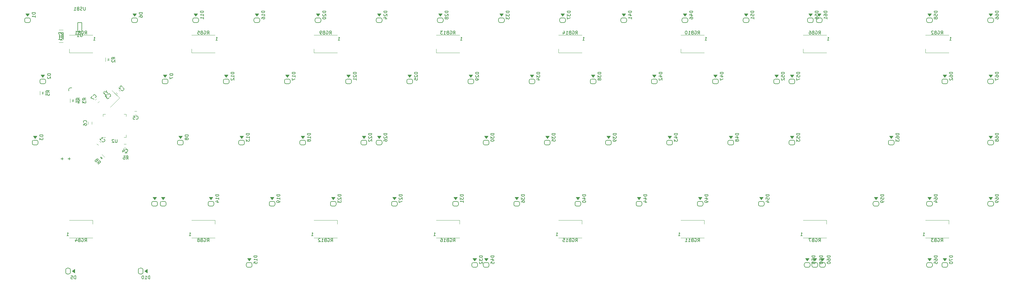
<source format=gbr>
G04 #@! TF.GenerationSoftware,KiCad,Pcbnew,(5.1.10)-1*
G04 #@! TF.CreationDate,2022-02-10T22:02:58+07:00*
G04 #@! TF.ProjectId,uso!VNC,75736f21-564e-4432-9e6b-696361645f70,rev?*
G04 #@! TF.SameCoordinates,Original*
G04 #@! TF.FileFunction,Legend,Bot*
G04 #@! TF.FilePolarity,Positive*
%FSLAX46Y46*%
G04 Gerber Fmt 4.6, Leading zero omitted, Abs format (unit mm)*
G04 Created by KiCad (PCBNEW (5.1.10)-1) date 2022-02-10 22:02:58*
%MOMM*%
%LPD*%
G01*
G04 APERTURE LIST*
%ADD10C,0.150000*%
%ADD11C,0.100000*%
%ADD12C,0.120000*%
G04 APERTURE END LIST*
D10*
X63331940Y-60808200D02*
X63781940Y-60808200D01*
X62831940Y-61758200D02*
X62831940Y-61308200D01*
X63331940Y-60808200D02*
G75*
G03*
X62831940Y-61308200I0J-500000D01*
G01*
X92673980Y-96150560D02*
X91873980Y-96150560D01*
X93173980Y-97150522D02*
X93173980Y-96650560D01*
X92673980Y-97650560D02*
X91873980Y-97650560D01*
X91373980Y-96650598D02*
X91373980Y-97150560D01*
D11*
G36*
X92273980Y-95650560D02*
G01*
X92873980Y-94850560D01*
X91673980Y-94850560D01*
X92273980Y-95650560D01*
G37*
X92273980Y-95650560D02*
X92873980Y-94850560D01*
X91673980Y-94850560D01*
X92273980Y-95650560D01*
D10*
X93173980Y-96650560D02*
G75*
G03*
X92673980Y-96150560I-500000J0D01*
G01*
X92673980Y-97650560D02*
G75*
G03*
X93173980Y-97150560I0J500000D01*
G01*
X91373980Y-97150560D02*
G75*
G03*
X91873980Y-97650560I500000J0D01*
G01*
X91873980Y-96150560D02*
G75*
G03*
X91373980Y-96650560I0J-500000D01*
G01*
X119463000Y-115200480D02*
X118663000Y-115200480D01*
X119963000Y-116200442D02*
X119963000Y-115700480D01*
X119463000Y-116700480D02*
X118663000Y-116700480D01*
X118163000Y-115700518D02*
X118163000Y-116200480D01*
D11*
G36*
X119063000Y-114700480D02*
G01*
X119663000Y-113900480D01*
X118463000Y-113900480D01*
X119063000Y-114700480D01*
G37*
X119063000Y-114700480D02*
X119663000Y-113900480D01*
X118463000Y-113900480D01*
X119063000Y-114700480D01*
D10*
X119963000Y-115700480D02*
G75*
G03*
X119463000Y-115200480I-500000J0D01*
G01*
X119463000Y-116700480D02*
G75*
G03*
X119963000Y-116200480I0J500000D01*
G01*
X118163000Y-116200480D02*
G75*
G03*
X118663000Y-116700480I500000J0D01*
G01*
X118663000Y-115200480D02*
G75*
G03*
X118163000Y-115700480I0J-500000D01*
G01*
D11*
X72823223Y-82706066D02*
X73176777Y-82493934D01*
X73318198Y-82635355D02*
X73106066Y-82988909D01*
X72681802Y-82564645D02*
X73035355Y-82352513D01*
X72893934Y-82211091D02*
X72681802Y-82564645D01*
X73035355Y-82352513D02*
X72823223Y-82706066D01*
X73176777Y-82493934D02*
X72964645Y-82847487D01*
X72964645Y-82847487D02*
X73318198Y-82635355D01*
D12*
X71953482Y-82797990D02*
X72802010Y-83646518D01*
X74046518Y-82402010D02*
X73197990Y-81553482D01*
X108425440Y-102026320D02*
X108425440Y-103176320D01*
X101125440Y-102026320D02*
X108425440Y-102026320D01*
X101125440Y-107526320D02*
X108425440Y-107526320D01*
D10*
X66944000Y-43399400D02*
X65644000Y-43399400D01*
X66944000Y-40499400D02*
X66944000Y-43399400D01*
X65644000Y-40499400D02*
X66944000Y-40499400D01*
X65644000Y-40499400D02*
X65644000Y-43399400D01*
D12*
X70325280Y-102026320D02*
X70325280Y-103176320D01*
X63025280Y-102026320D02*
X70325280Y-102026320D01*
X63025280Y-107526320D02*
X70325280Y-107526320D01*
X291626240Y-49875600D02*
X291626240Y-48725600D01*
X298926240Y-49875600D02*
X291626240Y-49875600D01*
X298926240Y-44375600D02*
X291626240Y-44375600D01*
X329726400Y-49875600D02*
X329726400Y-48725600D01*
X337026400Y-49875600D02*
X329726400Y-49875600D01*
X337026400Y-44375600D02*
X329726400Y-44375600D01*
X63025280Y-49875600D02*
X63025280Y-48725600D01*
X70325280Y-49875600D02*
X63025280Y-49875600D01*
X70325280Y-44375600D02*
X63025280Y-44375600D01*
X298926240Y-102026320D02*
X298926240Y-103176320D01*
X291626240Y-102026320D02*
X298926240Y-102026320D01*
X291626240Y-107526320D02*
X298926240Y-107526320D01*
X101125440Y-49875600D02*
X101125440Y-48725600D01*
X108425440Y-49875600D02*
X101125440Y-49875600D01*
X108425440Y-44375600D02*
X101125440Y-44375600D01*
X337026400Y-102026320D02*
X337026400Y-103176320D01*
X329726400Y-102026320D02*
X337026400Y-102026320D01*
X329726400Y-107526320D02*
X337026400Y-107526320D01*
D10*
X331395140Y-115201440D02*
X330595140Y-115201440D01*
X331895140Y-116201402D02*
X331895140Y-115701440D01*
X331395140Y-116701440D02*
X330595140Y-116701440D01*
X330095140Y-115701478D02*
X330095140Y-116201440D01*
D11*
G36*
X330995140Y-114701440D02*
G01*
X331595140Y-113901440D01*
X330395140Y-113901440D01*
X330995140Y-114701440D01*
G37*
X330995140Y-114701440D02*
X331595140Y-113901440D01*
X330395140Y-113901440D01*
X330995140Y-114701440D01*
D10*
X331895140Y-115701440D02*
G75*
G03*
X331395140Y-115201440I-500000J0D01*
G01*
X331395140Y-116701440D02*
G75*
G03*
X331895140Y-116201440I0J500000D01*
G01*
X330095140Y-116201440D02*
G75*
G03*
X330595140Y-116701440I500000J0D01*
G01*
X330595140Y-115201440D02*
G75*
G03*
X330095140Y-115701440I0J-500000D01*
G01*
X55168750Y-58050240D02*
X54368750Y-58050240D01*
X55668750Y-59050202D02*
X55668750Y-58550240D01*
X55168750Y-59550240D02*
X54368750Y-59550240D01*
X53868750Y-58550278D02*
X53868750Y-59050240D01*
D11*
G36*
X54768750Y-57550240D02*
G01*
X55368750Y-56750240D01*
X54168750Y-56750240D01*
X54768750Y-57550240D01*
G37*
X54768750Y-57550240D02*
X55368750Y-56750240D01*
X54168750Y-56750240D01*
X54768750Y-57550240D01*
D10*
X55668750Y-58550240D02*
G75*
G03*
X55168750Y-58050240I-500000J0D01*
G01*
X55168750Y-59550240D02*
G75*
G03*
X55668750Y-59050240I0J500000D01*
G01*
X53868750Y-59050240D02*
G75*
G03*
X54368750Y-59550240I500000J0D01*
G01*
X54368750Y-58050240D02*
G75*
G03*
X53868750Y-58550240I0J-500000D01*
G01*
X117081250Y-77100064D02*
X116281250Y-77100064D01*
X117581250Y-78100026D02*
X117581250Y-77600064D01*
X117081250Y-78600064D02*
X116281250Y-78600064D01*
X115781250Y-77600102D02*
X115781250Y-78100064D01*
D11*
G36*
X116681250Y-76600064D02*
G01*
X117281250Y-75800064D01*
X116081250Y-75800064D01*
X116681250Y-76600064D01*
G37*
X116681250Y-76600064D02*
X117281250Y-75800064D01*
X116081250Y-75800064D01*
X116681250Y-76600064D01*
D10*
X117581250Y-77600064D02*
G75*
G03*
X117081250Y-77100064I-500000J0D01*
G01*
X117081250Y-78600064D02*
G75*
G03*
X117581250Y-78100064I0J500000D01*
G01*
X115781250Y-78100064D02*
G75*
G03*
X116281250Y-78600064I500000J0D01*
G01*
X116281250Y-77100064D02*
G75*
G03*
X115781250Y-77600064I0J-500000D01*
G01*
X112318750Y-58050048D02*
X111518750Y-58050048D01*
X112818750Y-59050010D02*
X112818750Y-58550048D01*
X112318750Y-59550048D02*
X111518750Y-59550048D01*
X111018750Y-58550086D02*
X111018750Y-59050048D01*
D11*
G36*
X111918750Y-57550048D02*
G01*
X112518750Y-56750048D01*
X111318750Y-56750048D01*
X111918750Y-57550048D01*
G37*
X111918750Y-57550048D02*
X112518750Y-56750048D01*
X111318750Y-56750048D01*
X111918750Y-57550048D01*
D10*
X112818750Y-58550048D02*
G75*
G03*
X112318750Y-58050048I-500000J0D01*
G01*
X112318750Y-59550048D02*
G75*
G03*
X112818750Y-59050048I0J500000D01*
G01*
X111018750Y-59050048D02*
G75*
G03*
X111518750Y-59550048I500000J0D01*
G01*
X111518750Y-58050048D02*
G75*
G03*
X111018750Y-58550048I0J-500000D01*
G01*
X86015990Y-118272370D02*
X86015990Y-117472370D01*
X85016028Y-118772370D02*
X85515990Y-118772370D01*
X84515990Y-118272370D02*
X84515990Y-117472370D01*
X85515952Y-116972370D02*
X85015990Y-116972370D01*
D11*
G36*
X86515990Y-117872370D02*
G01*
X87315990Y-118472370D01*
X87315990Y-117272370D01*
X86515990Y-117872370D01*
G37*
X86515990Y-117872370D02*
X87315990Y-118472370D01*
X87315990Y-117272370D01*
X86515990Y-117872370D01*
D10*
X85515990Y-118772370D02*
G75*
G03*
X86015990Y-118272370I0J500000D01*
G01*
X84515990Y-118272370D02*
G75*
G03*
X85015990Y-118772370I500000J0D01*
G01*
X85015990Y-116972370D02*
G75*
G03*
X84515990Y-117472370I0J-500000D01*
G01*
X86015990Y-117472370D02*
G75*
G03*
X85515990Y-116972370I-500000J0D01*
G01*
X63394020Y-118272370D02*
X63394020Y-117472370D01*
X62394058Y-118772370D02*
X62894020Y-118772370D01*
X61894020Y-118272370D02*
X61894020Y-117472370D01*
X62893982Y-116972370D02*
X62394020Y-116972370D01*
D11*
G36*
X63894020Y-117872370D02*
G01*
X64694020Y-118472370D01*
X64694020Y-117272370D01*
X63894020Y-117872370D01*
G37*
X63894020Y-117872370D02*
X64694020Y-118472370D01*
X64694020Y-117272370D01*
X63894020Y-117872370D01*
D10*
X62894020Y-118772370D02*
G75*
G03*
X63394020Y-118272370I0J500000D01*
G01*
X61894020Y-118272370D02*
G75*
G03*
X62394020Y-118772370I500000J0D01*
G01*
X62394020Y-116972370D02*
G75*
G03*
X61894020Y-117472370I0J-500000D01*
G01*
X63394020Y-117472370D02*
G75*
G03*
X62894020Y-116972370I-500000J0D01*
G01*
X83743750Y-39000032D02*
X82943750Y-39000032D01*
X84243750Y-39999994D02*
X84243750Y-39500032D01*
X83743750Y-40500032D02*
X82943750Y-40500032D01*
X82443750Y-39500070D02*
X82443750Y-40000032D01*
D11*
G36*
X83343750Y-38500032D02*
G01*
X83943750Y-37700032D01*
X82743750Y-37700032D01*
X83343750Y-38500032D01*
G37*
X83343750Y-38500032D02*
X83943750Y-37700032D01*
X82743750Y-37700032D01*
X83343750Y-38500032D01*
D10*
X84243750Y-39500032D02*
G75*
G03*
X83743750Y-39000032I-500000J0D01*
G01*
X83743750Y-40500032D02*
G75*
G03*
X84243750Y-40000032I0J500000D01*
G01*
X82443750Y-40000032D02*
G75*
G03*
X82943750Y-40500032I500000J0D01*
G01*
X82943750Y-39000032D02*
G75*
G03*
X82443750Y-39500032I0J-500000D01*
G01*
X131368750Y-58050048D02*
X130568750Y-58050048D01*
X131868750Y-59050010D02*
X131868750Y-58550048D01*
X131368750Y-59550048D02*
X130568750Y-59550048D01*
X130068750Y-58550086D02*
X130068750Y-59050048D01*
D11*
G36*
X130968750Y-57550048D02*
G01*
X131568750Y-56750048D01*
X130368750Y-56750048D01*
X130968750Y-57550048D01*
G37*
X130968750Y-57550048D02*
X131568750Y-56750048D01*
X130368750Y-56750048D01*
X130968750Y-57550048D01*
D10*
X131868750Y-58550048D02*
G75*
G03*
X131368750Y-58050048I-500000J0D01*
G01*
X131368750Y-59550048D02*
G75*
G03*
X131868750Y-59050048I0J500000D01*
G01*
X130068750Y-59050048D02*
G75*
G03*
X130568750Y-59550048I500000J0D01*
G01*
X130568750Y-58050048D02*
G75*
G03*
X130068750Y-58550048I0J-500000D01*
G01*
X107556250Y-96150080D02*
X106756250Y-96150080D01*
X108056250Y-97150042D02*
X108056250Y-96650080D01*
X107556250Y-97650080D02*
X106756250Y-97650080D01*
X106256250Y-96650118D02*
X106256250Y-97150080D01*
D11*
G36*
X107156250Y-95650080D02*
G01*
X107756250Y-94850080D01*
X106556250Y-94850080D01*
X107156250Y-95650080D01*
G37*
X107156250Y-95650080D02*
X107756250Y-94850080D01*
X106556250Y-94850080D01*
X107156250Y-95650080D01*
D10*
X108056250Y-96650080D02*
G75*
G03*
X107556250Y-96150080I-500000J0D01*
G01*
X107556250Y-97650080D02*
G75*
G03*
X108056250Y-97150080I0J500000D01*
G01*
X106256250Y-97150080D02*
G75*
G03*
X106756250Y-97650080I500000J0D01*
G01*
X106756250Y-96150080D02*
G75*
G03*
X106256250Y-96650080I0J-500000D01*
G01*
X93268750Y-58050048D02*
X92468750Y-58050048D01*
X93768750Y-59050010D02*
X93768750Y-58550048D01*
X93268750Y-59550048D02*
X92468750Y-59550048D01*
X91968750Y-58550086D02*
X91968750Y-59050048D01*
D11*
G36*
X92868750Y-57550048D02*
G01*
X93468750Y-56750048D01*
X92268750Y-56750048D01*
X92868750Y-57550048D01*
G37*
X92868750Y-57550048D02*
X93468750Y-56750048D01*
X92268750Y-56750048D01*
X92868750Y-57550048D01*
D10*
X93768750Y-58550048D02*
G75*
G03*
X93268750Y-58050048I-500000J0D01*
G01*
X93268750Y-59550048D02*
G75*
G03*
X93768750Y-59050048I0J500000D01*
G01*
X91968750Y-59050048D02*
G75*
G03*
X92468750Y-59550048I500000J0D01*
G01*
X92468750Y-58050048D02*
G75*
G03*
X91968750Y-58550048I0J-500000D01*
G01*
X121843750Y-39000032D02*
X121043750Y-39000032D01*
X122343750Y-39999994D02*
X122343750Y-39500032D01*
X121843750Y-40500032D02*
X121043750Y-40500032D01*
X120543750Y-39500070D02*
X120543750Y-40000032D01*
D11*
G36*
X121443750Y-38500032D02*
G01*
X122043750Y-37700032D01*
X120843750Y-37700032D01*
X121443750Y-38500032D01*
G37*
X121443750Y-38500032D02*
X122043750Y-37700032D01*
X120843750Y-37700032D01*
X121443750Y-38500032D01*
D10*
X122343750Y-39500032D02*
G75*
G03*
X121843750Y-39000032I-500000J0D01*
G01*
X121843750Y-40500032D02*
G75*
G03*
X122343750Y-40000032I0J500000D01*
G01*
X120543750Y-40000032D02*
G75*
G03*
X121043750Y-40500032I500000J0D01*
G01*
X121043750Y-39000032D02*
G75*
G03*
X120543750Y-39500032I0J-500000D01*
G01*
X102793750Y-39000032D02*
X101993750Y-39000032D01*
X103293750Y-39999994D02*
X103293750Y-39500032D01*
X102793750Y-40500032D02*
X101993750Y-40500032D01*
X101493750Y-39500070D02*
X101493750Y-40000032D01*
D11*
G36*
X102393750Y-38500032D02*
G01*
X102993750Y-37700032D01*
X101793750Y-37700032D01*
X102393750Y-38500032D01*
G37*
X102393750Y-38500032D02*
X102993750Y-37700032D01*
X101793750Y-37700032D01*
X102393750Y-38500032D01*
D10*
X103293750Y-39500032D02*
G75*
G03*
X102793750Y-39000032I-500000J0D01*
G01*
X102793750Y-40500032D02*
G75*
G03*
X103293750Y-40000032I0J500000D01*
G01*
X101493750Y-40000032D02*
G75*
G03*
X101993750Y-40500032I500000J0D01*
G01*
X101993750Y-39000032D02*
G75*
G03*
X101493750Y-39500032I0J-500000D01*
G01*
X98031250Y-77100064D02*
X97231250Y-77100064D01*
X98531250Y-78100026D02*
X98531250Y-77600064D01*
X98031250Y-78600064D02*
X97231250Y-78600064D01*
X96731250Y-77600102D02*
X96731250Y-78100064D01*
D11*
G36*
X97631250Y-76600064D02*
G01*
X98231250Y-75800064D01*
X97031250Y-75800064D01*
X97631250Y-76600064D01*
G37*
X97631250Y-76600064D02*
X98231250Y-75800064D01*
X97031250Y-75800064D01*
X97631250Y-76600064D01*
D10*
X98531250Y-77600064D02*
G75*
G03*
X98031250Y-77100064I-500000J0D01*
G01*
X98031250Y-78600064D02*
G75*
G03*
X98531250Y-78100064I0J500000D01*
G01*
X96731250Y-78100064D02*
G75*
G03*
X97231250Y-78600064I500000J0D01*
G01*
X97231250Y-77100064D02*
G75*
G03*
X96731250Y-77600064I0J-500000D01*
G01*
X89995058Y-96150560D02*
X89195058Y-96150560D01*
X90495058Y-97150522D02*
X90495058Y-96650560D01*
X89995058Y-97650560D02*
X89195058Y-97650560D01*
X88695058Y-96650598D02*
X88695058Y-97150560D01*
D11*
G36*
X89595058Y-95650560D02*
G01*
X90195058Y-94850560D01*
X88995058Y-94850560D01*
X89595058Y-95650560D01*
G37*
X89595058Y-95650560D02*
X90195058Y-94850560D01*
X88995058Y-94850560D01*
X89595058Y-95650560D01*
D10*
X90495058Y-96650560D02*
G75*
G03*
X89995058Y-96150560I-500000J0D01*
G01*
X89995058Y-97650560D02*
G75*
G03*
X90495058Y-97150560I0J500000D01*
G01*
X88695058Y-97150560D02*
G75*
G03*
X89195058Y-97650560I500000J0D01*
G01*
X89195058Y-96150560D02*
G75*
G03*
X88695058Y-96650560I0J-500000D01*
G01*
D12*
X83343000Y-69243500D02*
X84043000Y-69243500D01*
X84043000Y-68043500D02*
X83343000Y-68043500D01*
X80066400Y-79492400D02*
X80766400Y-79492400D01*
X80766400Y-78292400D02*
X80066400Y-78292400D01*
X74344777Y-63054151D02*
X74839751Y-62559177D01*
X73991223Y-61710649D02*
X73496249Y-62205623D01*
D11*
X60402000Y-43837200D02*
X60502000Y-43437200D01*
X60702000Y-43437200D02*
X60802000Y-43837200D01*
X60202000Y-43837200D02*
X60302000Y-43437200D01*
X60102000Y-43437200D02*
X60202000Y-43837200D01*
X60302000Y-43437200D02*
X60402000Y-43837200D01*
X60502000Y-43437200D02*
X60602000Y-43837200D01*
X60602000Y-43837200D02*
X60702000Y-43437200D01*
D12*
X59852000Y-44517200D02*
X61052000Y-44517200D01*
X61052000Y-42757200D02*
X59852000Y-42757200D01*
X78903751Y-61900823D02*
X78408777Y-61405849D01*
X77560249Y-62254377D02*
X78055223Y-62749351D01*
D11*
X54937000Y-62470500D02*
X54537000Y-62370500D01*
X54537000Y-62170500D02*
X54937000Y-62070500D01*
X54937000Y-62670500D02*
X54537000Y-62570500D01*
X54537000Y-62770500D02*
X54937000Y-62670500D01*
X54537000Y-62570500D02*
X54937000Y-62470500D01*
X54537000Y-62370500D02*
X54937000Y-62270500D01*
X54937000Y-62270500D02*
X54537000Y-62170500D01*
D12*
X55617000Y-63020500D02*
X55617000Y-61820500D01*
X53857000Y-61820500D02*
X53857000Y-63020500D01*
X78672990Y-63970353D02*
X75844563Y-66798780D01*
X76339537Y-61636900D02*
X78672990Y-63970353D01*
X74269800Y-76192800D02*
X73544800Y-76192800D01*
X80764800Y-68972800D02*
X80764800Y-69697800D01*
X80039800Y-68972800D02*
X80764800Y-68972800D01*
X73544800Y-68972800D02*
X73544800Y-69697800D01*
X74269800Y-68972800D02*
X73544800Y-68972800D01*
X80764800Y-76192800D02*
X80764800Y-75467800D01*
X80039800Y-76192800D02*
X80764800Y-76192800D01*
D11*
X64331940Y-64808200D02*
X63931940Y-64708200D01*
X63931940Y-64508200D02*
X64331940Y-64408200D01*
X64331940Y-65008200D02*
X63931940Y-64908200D01*
X63931940Y-65108200D02*
X64331940Y-65008200D01*
X63931940Y-64908200D02*
X64331940Y-64808200D01*
X63931940Y-64708200D02*
X64331940Y-64608200D01*
X64331940Y-64608200D02*
X63931940Y-64508200D01*
D12*
X65011940Y-65358200D02*
X65011940Y-64158200D01*
X63251940Y-64158200D02*
X63251940Y-65358200D01*
D11*
X66331940Y-64808200D02*
X65931940Y-64708200D01*
X65931940Y-64508200D02*
X66331940Y-64408200D01*
X66331940Y-65008200D02*
X65931940Y-64908200D01*
X65931940Y-65108200D02*
X66331940Y-65008200D01*
X65931940Y-64908200D02*
X66331940Y-64808200D01*
X65931940Y-64708200D02*
X66331940Y-64608200D01*
X66331940Y-64608200D02*
X65931940Y-64508200D01*
D12*
X67011940Y-65358200D02*
X67011940Y-64158200D01*
X65251940Y-64158200D02*
X65251940Y-65358200D01*
D11*
X75384000Y-52069200D02*
X74984000Y-51969200D01*
X74984000Y-51769200D02*
X75384000Y-51669200D01*
X75384000Y-52269200D02*
X74984000Y-52169200D01*
X74984000Y-52369200D02*
X75384000Y-52269200D01*
X74984000Y-52169200D02*
X75384000Y-52069200D01*
X74984000Y-51969200D02*
X75384000Y-51869200D01*
X75384000Y-51869200D02*
X74984000Y-51769200D01*
D12*
X76064000Y-52619200D02*
X76064000Y-51419200D01*
X74304000Y-51419200D02*
X74304000Y-52619200D01*
D11*
X80569600Y-81162976D02*
X80669600Y-80762976D01*
X80869600Y-80762976D02*
X80969600Y-81162976D01*
X80369600Y-81162976D02*
X80469600Y-80762976D01*
X80269600Y-80762976D02*
X80369600Y-81162976D01*
X80469600Y-80762976D02*
X80569600Y-81162976D01*
X80669600Y-80762976D02*
X80769600Y-81162976D01*
X80769600Y-81162976D02*
X80869600Y-80762976D01*
D12*
X80019600Y-81842976D02*
X81219600Y-81842976D01*
X81219600Y-80082976D02*
X80019600Y-80082976D01*
X71552823Y-64098249D02*
X71057849Y-64593223D01*
X71906377Y-65441751D02*
X72401351Y-64946777D01*
X68869000Y-71405000D02*
X68869000Y-72105000D01*
X70069000Y-72105000D02*
X70069000Y-71405000D01*
X222725920Y-102026320D02*
X222725920Y-103176320D01*
X215425920Y-102026320D02*
X222725920Y-102026320D01*
X215425920Y-107526320D02*
X222725920Y-107526320D01*
X139225600Y-49875600D02*
X139225600Y-48725600D01*
X146525600Y-49875600D02*
X139225600Y-49875600D01*
X146525600Y-44375600D02*
X139225600Y-44375600D01*
D11*
X60502000Y-45621600D02*
X60402000Y-46021600D01*
X60202000Y-46021600D02*
X60102000Y-45621600D01*
X60702000Y-45621600D02*
X60602000Y-46021600D01*
X60802000Y-46021600D02*
X60702000Y-45621600D01*
X60602000Y-46021600D02*
X60502000Y-45621600D01*
X60402000Y-46021600D02*
X60302000Y-45621600D01*
X60302000Y-45621600D02*
X60202000Y-46021600D01*
D12*
X61052000Y-44941600D02*
X59852000Y-44941600D01*
X59852000Y-46701600D02*
X61052000Y-46701600D01*
X215425920Y-49875600D02*
X215425920Y-48725600D01*
X222725920Y-49875600D02*
X215425920Y-49875600D01*
X222725920Y-44375600D02*
X215425920Y-44375600D01*
X177325760Y-49875600D02*
X177325760Y-48725600D01*
X184625760Y-49875600D02*
X177325760Y-49875600D01*
X184625760Y-44375600D02*
X177325760Y-44375600D01*
X146525600Y-102026320D02*
X146525600Y-103176320D01*
X139225600Y-102026320D02*
X146525600Y-102026320D01*
X139225600Y-107526320D02*
X146525600Y-107526320D01*
X260826080Y-102026320D02*
X260826080Y-103176320D01*
X253526080Y-102026320D02*
X260826080Y-102026320D01*
X253526080Y-107526320D02*
X260826080Y-107526320D01*
X253526080Y-49875600D02*
X253526080Y-48725600D01*
X260826080Y-49875600D02*
X253526080Y-49875600D01*
X260826080Y-44375600D02*
X253526080Y-44375600D01*
X184625760Y-102026320D02*
X184625760Y-103176320D01*
X177325760Y-102026320D02*
X184625760Y-102026320D01*
X177325760Y-107526320D02*
X184625760Y-107526320D01*
D10*
X202806250Y-96150080D02*
X202006250Y-96150080D01*
X203306250Y-97150042D02*
X203306250Y-96650080D01*
X202806250Y-97650080D02*
X202006250Y-97650080D01*
X201506250Y-96650118D02*
X201506250Y-97150080D01*
D11*
G36*
X202406250Y-95650080D02*
G01*
X203006250Y-94850080D01*
X201806250Y-94850080D01*
X202406250Y-95650080D01*
G37*
X202406250Y-95650080D02*
X203006250Y-94850080D01*
X201806250Y-94850080D01*
X202406250Y-95650080D01*
D10*
X203306250Y-96650080D02*
G75*
G03*
X202806250Y-96150080I-500000J0D01*
G01*
X202806250Y-97650080D02*
G75*
G03*
X203306250Y-97150080I0J500000D01*
G01*
X201506250Y-97150080D02*
G75*
G03*
X202006250Y-97650080I500000J0D01*
G01*
X202006250Y-96150080D02*
G75*
G03*
X201506250Y-96650080I0J-500000D01*
G01*
X236143750Y-39000032D02*
X235343750Y-39000032D01*
X236643750Y-39999994D02*
X236643750Y-39500032D01*
X236143750Y-40500032D02*
X235343750Y-40500032D01*
X234843750Y-39500070D02*
X234843750Y-40000032D01*
D11*
G36*
X235743750Y-38500032D02*
G01*
X236343750Y-37700032D01*
X235143750Y-37700032D01*
X235743750Y-38500032D01*
G37*
X235743750Y-38500032D02*
X236343750Y-37700032D01*
X235143750Y-37700032D01*
X235743750Y-38500032D01*
D10*
X236643750Y-39500032D02*
G75*
G03*
X236143750Y-39000032I-500000J0D01*
G01*
X236143750Y-40500032D02*
G75*
G03*
X236643750Y-40000032I0J500000D01*
G01*
X234843750Y-40000032D02*
G75*
G03*
X235343750Y-40500032I500000J0D01*
G01*
X235343750Y-39000032D02*
G75*
G03*
X234843750Y-39500032I0J-500000D01*
G01*
X221856250Y-96150080D02*
X221056250Y-96150080D01*
X222356250Y-97150042D02*
X222356250Y-96650080D01*
X221856250Y-97650080D02*
X221056250Y-97650080D01*
X220556250Y-96650118D02*
X220556250Y-97150080D01*
D11*
G36*
X221456250Y-95650080D02*
G01*
X222056250Y-94850080D01*
X220856250Y-94850080D01*
X221456250Y-95650080D01*
G37*
X221456250Y-95650080D02*
X222056250Y-94850080D01*
X220856250Y-94850080D01*
X221456250Y-95650080D01*
D10*
X222356250Y-96650080D02*
G75*
G03*
X221856250Y-96150080I-500000J0D01*
G01*
X221856250Y-97650080D02*
G75*
G03*
X222356250Y-97150080I0J500000D01*
G01*
X220556250Y-97150080D02*
G75*
G03*
X221056250Y-97650080I500000J0D01*
G01*
X221056250Y-96150080D02*
G75*
G03*
X220556250Y-96650080I0J-500000D01*
G01*
X274243750Y-39000032D02*
X273443750Y-39000032D01*
X274743750Y-39999994D02*
X274743750Y-39500032D01*
X274243750Y-40500032D02*
X273443750Y-40500032D01*
X272943750Y-39500070D02*
X272943750Y-40000032D01*
D11*
G36*
X273843750Y-38500032D02*
G01*
X274443750Y-37700032D01*
X273243750Y-37700032D01*
X273843750Y-38500032D01*
G37*
X273843750Y-38500032D02*
X274443750Y-37700032D01*
X273243750Y-37700032D01*
X273843750Y-38500032D01*
D10*
X274743750Y-39500032D02*
G75*
G03*
X274243750Y-39000032I-500000J0D01*
G01*
X274243750Y-40500032D02*
G75*
G03*
X274743750Y-40000032I0J500000D01*
G01*
X272943750Y-40000032D02*
G75*
G03*
X273443750Y-40500032I500000J0D01*
G01*
X273443750Y-39000032D02*
G75*
G03*
X272943750Y-39500032I0J-500000D01*
G01*
X295676240Y-115201440D02*
X294876240Y-115201440D01*
X296176240Y-116201402D02*
X296176240Y-115701440D01*
X295676240Y-116701440D02*
X294876240Y-116701440D01*
X294376240Y-115701478D02*
X294376240Y-116201440D01*
D11*
G36*
X295276240Y-114701440D02*
G01*
X295876240Y-113901440D01*
X294676240Y-113901440D01*
X295276240Y-114701440D01*
G37*
X295276240Y-114701440D02*
X295876240Y-113901440D01*
X294676240Y-113901440D01*
X295276240Y-114701440D01*
D10*
X296176240Y-115701440D02*
G75*
G03*
X295676240Y-115201440I-500000J0D01*
G01*
X295676240Y-116701440D02*
G75*
G03*
X296176240Y-116201440I0J500000D01*
G01*
X294376240Y-116201440D02*
G75*
G03*
X294876240Y-116701440I500000J0D01*
G01*
X294876240Y-115201440D02*
G75*
G03*
X294376240Y-115701440I0J-500000D01*
G01*
X255193750Y-39000032D02*
X254393750Y-39000032D01*
X255693750Y-39999994D02*
X255693750Y-39500032D01*
X255193750Y-40500032D02*
X254393750Y-40500032D01*
X253893750Y-39500070D02*
X253893750Y-40000032D01*
D11*
G36*
X254793750Y-38500032D02*
G01*
X255393750Y-37700032D01*
X254193750Y-37700032D01*
X254793750Y-38500032D01*
G37*
X254793750Y-38500032D02*
X255393750Y-37700032D01*
X254193750Y-37700032D01*
X254793750Y-38500032D01*
D10*
X255693750Y-39500032D02*
G75*
G03*
X255193750Y-39000032I-500000J0D01*
G01*
X255193750Y-40500032D02*
G75*
G03*
X255693750Y-40000032I0J500000D01*
G01*
X253893750Y-40000032D02*
G75*
G03*
X254393750Y-40500032I500000J0D01*
G01*
X254393750Y-39000032D02*
G75*
G03*
X253893750Y-39500032I0J-500000D01*
G01*
X250431250Y-77100064D02*
X249631250Y-77100064D01*
X250931250Y-78100026D02*
X250931250Y-77600064D01*
X250431250Y-78600064D02*
X249631250Y-78600064D01*
X249131250Y-77600102D02*
X249131250Y-78100064D01*
D11*
G36*
X250031250Y-76600064D02*
G01*
X250631250Y-75800064D01*
X249431250Y-75800064D01*
X250031250Y-76600064D01*
G37*
X250031250Y-76600064D02*
X250631250Y-75800064D01*
X249431250Y-75800064D01*
X250031250Y-76600064D01*
D10*
X250931250Y-77600064D02*
G75*
G03*
X250431250Y-77100064I-500000J0D01*
G01*
X250431250Y-78600064D02*
G75*
G03*
X250931250Y-78100064I0J500000D01*
G01*
X249131250Y-78100064D02*
G75*
G03*
X249631250Y-78600064I500000J0D01*
G01*
X249631250Y-77100064D02*
G75*
G03*
X249131250Y-77600064I0J-500000D01*
G01*
X193282060Y-115200480D02*
X192482060Y-115200480D01*
X193782060Y-116200442D02*
X193782060Y-115700480D01*
X193282060Y-116700480D02*
X192482060Y-116700480D01*
X191982060Y-115700518D02*
X191982060Y-116200480D01*
D11*
G36*
X192882060Y-114700480D02*
G01*
X193482060Y-113900480D01*
X192282060Y-113900480D01*
X192882060Y-114700480D01*
G37*
X192882060Y-114700480D02*
X193482060Y-113900480D01*
X192282060Y-113900480D01*
X192882060Y-114700480D01*
D10*
X193782060Y-115700480D02*
G75*
G03*
X193282060Y-115200480I-500000J0D01*
G01*
X193282060Y-116700480D02*
G75*
G03*
X193782060Y-116200480I0J500000D01*
G01*
X191982060Y-116200480D02*
G75*
G03*
X192482060Y-116700480I500000J0D01*
G01*
X192482060Y-115200480D02*
G75*
G03*
X191982060Y-115700480I0J-500000D01*
G01*
X283768750Y-58050048D02*
X282968750Y-58050048D01*
X284268750Y-59050010D02*
X284268750Y-58550048D01*
X283768750Y-59550048D02*
X282968750Y-59550048D01*
X282468750Y-58550086D02*
X282468750Y-59050048D01*
D11*
G36*
X283368750Y-57550048D02*
G01*
X283968750Y-56750048D01*
X282768750Y-56750048D01*
X283368750Y-57550048D01*
G37*
X283368750Y-57550048D02*
X283968750Y-56750048D01*
X282768750Y-56750048D01*
X283368750Y-57550048D01*
D10*
X284268750Y-58550048D02*
G75*
G03*
X283768750Y-58050048I-500000J0D01*
G01*
X283768750Y-59550048D02*
G75*
G03*
X284268750Y-59050048I0J500000D01*
G01*
X282468750Y-59050048D02*
G75*
G03*
X282968750Y-59550048I500000J0D01*
G01*
X282968750Y-58050048D02*
G75*
G03*
X282468750Y-58550048I0J-500000D01*
G01*
X288531250Y-77100064D02*
X287731250Y-77100064D01*
X289031250Y-78100026D02*
X289031250Y-77600064D01*
X288531250Y-78600064D02*
X287731250Y-78600064D01*
X287231250Y-77600102D02*
X287231250Y-78100064D01*
D11*
G36*
X288131250Y-76600064D02*
G01*
X288731250Y-75800064D01*
X287531250Y-75800064D01*
X288131250Y-76600064D01*
G37*
X288131250Y-76600064D02*
X288731250Y-75800064D01*
X287531250Y-75800064D01*
X288131250Y-76600064D01*
D10*
X289031250Y-77600064D02*
G75*
G03*
X288531250Y-77100064I-500000J0D01*
G01*
X288531250Y-78600064D02*
G75*
G03*
X289031250Y-78100064I0J500000D01*
G01*
X287231250Y-78100064D02*
G75*
G03*
X287731250Y-78600064I500000J0D01*
G01*
X287731250Y-77100064D02*
G75*
G03*
X287231250Y-77600064I0J-500000D01*
G01*
X264718750Y-58050048D02*
X263918750Y-58050048D01*
X265218750Y-59050010D02*
X265218750Y-58550048D01*
X264718750Y-59550048D02*
X263918750Y-59550048D01*
X263418750Y-58550086D02*
X263418750Y-59050048D01*
D11*
G36*
X264318750Y-57550048D02*
G01*
X264918750Y-56750048D01*
X263718750Y-56750048D01*
X264318750Y-57550048D01*
G37*
X264318750Y-57550048D02*
X264918750Y-56750048D01*
X263718750Y-56750048D01*
X264318750Y-57550048D01*
D10*
X265218750Y-58550048D02*
G75*
G03*
X264718750Y-58050048I-500000J0D01*
G01*
X264718750Y-59550048D02*
G75*
G03*
X265218750Y-59050048I0J500000D01*
G01*
X263418750Y-59050048D02*
G75*
G03*
X263918750Y-59550048I500000J0D01*
G01*
X263918750Y-58050048D02*
G75*
G03*
X263418750Y-58550048I0J-500000D01*
G01*
X245668750Y-58050048D02*
X244868750Y-58050048D01*
X246168750Y-59050010D02*
X246168750Y-58550048D01*
X245668750Y-59550048D02*
X244868750Y-59550048D01*
X244368750Y-58550086D02*
X244368750Y-59050048D01*
D11*
G36*
X245268750Y-57550048D02*
G01*
X245868750Y-56750048D01*
X244668750Y-56750048D01*
X245268750Y-57550048D01*
G37*
X245268750Y-57550048D02*
X245868750Y-56750048D01*
X244668750Y-56750048D01*
X245268750Y-57550048D01*
D10*
X246168750Y-58550048D02*
G75*
G03*
X245668750Y-58050048I-500000J0D01*
G01*
X245668750Y-59550048D02*
G75*
G03*
X246168750Y-59050048I0J500000D01*
G01*
X244368750Y-59050048D02*
G75*
G03*
X244868750Y-59550048I500000J0D01*
G01*
X244868750Y-58050048D02*
G75*
G03*
X244368750Y-58550048I0J-500000D01*
G01*
X269481250Y-77100064D02*
X268681250Y-77100064D01*
X269981250Y-78100026D02*
X269981250Y-77600064D01*
X269481250Y-78600064D02*
X268681250Y-78600064D01*
X268181250Y-77600102D02*
X268181250Y-78100064D01*
D11*
G36*
X269081250Y-76600064D02*
G01*
X269681250Y-75800064D01*
X268481250Y-75800064D01*
X269081250Y-76600064D01*
G37*
X269081250Y-76600064D02*
X269681250Y-75800064D01*
X268481250Y-75800064D01*
X269081250Y-76600064D01*
D10*
X269981250Y-77600064D02*
G75*
G03*
X269481250Y-77100064I-500000J0D01*
G01*
X269481250Y-78600064D02*
G75*
G03*
X269981250Y-78100064I0J500000D01*
G01*
X268181250Y-78100064D02*
G75*
G03*
X268681250Y-78600064I500000J0D01*
G01*
X268681250Y-77100064D02*
G75*
G03*
X268181250Y-77600064I0J-500000D01*
G01*
X240906250Y-96150080D02*
X240106250Y-96150080D01*
X241406250Y-97150042D02*
X241406250Y-96650080D01*
X240906250Y-97650080D02*
X240106250Y-97650080D01*
X239606250Y-96650118D02*
X239606250Y-97150080D01*
D11*
G36*
X240506250Y-95650080D02*
G01*
X241106250Y-94850080D01*
X239906250Y-94850080D01*
X240506250Y-95650080D01*
G37*
X240506250Y-95650080D02*
X241106250Y-94850080D01*
X239906250Y-94850080D01*
X240506250Y-95650080D01*
D10*
X241406250Y-96650080D02*
G75*
G03*
X240906250Y-96150080I-500000J0D01*
G01*
X240906250Y-97650080D02*
G75*
G03*
X241406250Y-97150080I0J500000D01*
G01*
X239606250Y-97150080D02*
G75*
G03*
X240106250Y-97650080I500000J0D01*
G01*
X240106250Y-96150080D02*
G75*
G03*
X239606250Y-96650080I0J-500000D01*
G01*
X231381250Y-77100064D02*
X230581250Y-77100064D01*
X231881250Y-78100026D02*
X231881250Y-77600064D01*
X231381250Y-78600064D02*
X230581250Y-78600064D01*
X230081250Y-77600102D02*
X230081250Y-78100064D01*
D11*
G36*
X230981250Y-76600064D02*
G01*
X231581250Y-75800064D01*
X230381250Y-75800064D01*
X230981250Y-76600064D01*
G37*
X230981250Y-76600064D02*
X231581250Y-75800064D01*
X230381250Y-75800064D01*
X230981250Y-76600064D01*
D10*
X231881250Y-77600064D02*
G75*
G03*
X231381250Y-77100064I-500000J0D01*
G01*
X231381250Y-78600064D02*
G75*
G03*
X231881250Y-78100064I0J500000D01*
G01*
X230081250Y-78100064D02*
G75*
G03*
X230581250Y-78600064I500000J0D01*
G01*
X230581250Y-77100064D02*
G75*
G03*
X230081250Y-77600064I0J-500000D01*
G01*
X217093750Y-39000032D02*
X216293750Y-39000032D01*
X217593750Y-39999994D02*
X217593750Y-39500032D01*
X217093750Y-40500032D02*
X216293750Y-40500032D01*
X215793750Y-39500070D02*
X215793750Y-40000032D01*
D11*
G36*
X216693750Y-38500032D02*
G01*
X217293750Y-37700032D01*
X216093750Y-37700032D01*
X216693750Y-38500032D01*
G37*
X216693750Y-38500032D02*
X217293750Y-37700032D01*
X216093750Y-37700032D01*
X216693750Y-38500032D01*
D10*
X217593750Y-39500032D02*
G75*
G03*
X217093750Y-39000032I-500000J0D01*
G01*
X217093750Y-40500032D02*
G75*
G03*
X217593750Y-40000032I0J500000D01*
G01*
X215793750Y-40000032D02*
G75*
G03*
X216293750Y-40500032I500000J0D01*
G01*
X216293750Y-39000032D02*
G75*
G03*
X215793750Y-39500032I0J-500000D01*
G01*
X259956250Y-96150080D02*
X259156250Y-96150080D01*
X260456250Y-97150042D02*
X260456250Y-96650080D01*
X259956250Y-97650080D02*
X259156250Y-97650080D01*
X258656250Y-96650118D02*
X258656250Y-97150080D01*
D11*
G36*
X259556250Y-95650080D02*
G01*
X260156250Y-94850080D01*
X258956250Y-94850080D01*
X259556250Y-95650080D01*
G37*
X259556250Y-95650080D02*
X260156250Y-94850080D01*
X258956250Y-94850080D01*
X259556250Y-95650080D01*
D10*
X260456250Y-96650080D02*
G75*
G03*
X259956250Y-96150080I-500000J0D01*
G01*
X259956250Y-97650080D02*
G75*
G03*
X260456250Y-97150080I0J500000D01*
G01*
X258656250Y-97150080D02*
G75*
G03*
X259156250Y-97650080I500000J0D01*
G01*
X259156250Y-96150080D02*
G75*
G03*
X258656250Y-96650080I0J-500000D01*
G01*
X226618750Y-58050048D02*
X225818750Y-58050048D01*
X227118750Y-59050010D02*
X227118750Y-58550048D01*
X226618750Y-59550048D02*
X225818750Y-59550048D01*
X225318750Y-58550086D02*
X225318750Y-59050048D01*
D11*
G36*
X226218750Y-57550048D02*
G01*
X226818750Y-56750048D01*
X225618750Y-56750048D01*
X226218750Y-57550048D01*
G37*
X226218750Y-57550048D02*
X226818750Y-56750048D01*
X225618750Y-56750048D01*
X226218750Y-57550048D01*
D10*
X227118750Y-58550048D02*
G75*
G03*
X226618750Y-58050048I-500000J0D01*
G01*
X226618750Y-59550048D02*
G75*
G03*
X227118750Y-59050048I0J500000D01*
G01*
X225318750Y-59050048D02*
G75*
G03*
X225818750Y-59550048I500000J0D01*
G01*
X225818750Y-58050048D02*
G75*
G03*
X225318750Y-58550048I0J-500000D01*
G01*
X298057500Y-115201440D02*
X297257500Y-115201440D01*
X298557500Y-116201402D02*
X298557500Y-115701440D01*
X298057500Y-116701440D02*
X297257500Y-116701440D01*
X296757500Y-115701478D02*
X296757500Y-116201440D01*
D11*
G36*
X297657500Y-114701440D02*
G01*
X298257500Y-113901440D01*
X297057500Y-113901440D01*
X297657500Y-114701440D01*
G37*
X297657500Y-114701440D02*
X298257500Y-113901440D01*
X297057500Y-113901440D01*
X297657500Y-114701440D01*
D10*
X298557500Y-115701440D02*
G75*
G03*
X298057500Y-115201440I-500000J0D01*
G01*
X298057500Y-116701440D02*
G75*
G03*
X298557500Y-116201440I0J500000D01*
G01*
X296757500Y-116201440D02*
G75*
G03*
X297257500Y-116701440I500000J0D01*
G01*
X297257500Y-115201440D02*
G75*
G03*
X296757500Y-115701440I0J-500000D01*
G01*
X319487500Y-77100064D02*
X318687500Y-77100064D01*
X319987500Y-78100026D02*
X319987500Y-77600064D01*
X319487500Y-78600064D02*
X318687500Y-78600064D01*
X318187500Y-77600102D02*
X318187500Y-78100064D01*
D11*
G36*
X319087500Y-76600064D02*
G01*
X319687500Y-75800064D01*
X318487500Y-75800064D01*
X319087500Y-76600064D01*
G37*
X319087500Y-76600064D02*
X319687500Y-75800064D01*
X318487500Y-75800064D01*
X319087500Y-76600064D01*
D10*
X319987500Y-77600064D02*
G75*
G03*
X319487500Y-77100064I-500000J0D01*
G01*
X319487500Y-78600064D02*
G75*
G03*
X319987500Y-78100064I0J500000D01*
G01*
X318187500Y-78100064D02*
G75*
G03*
X318687500Y-78600064I500000J0D01*
G01*
X318687500Y-77100064D02*
G75*
G03*
X318187500Y-77600064I0J-500000D01*
G01*
X294293750Y-39000032D02*
X293493750Y-39000032D01*
X294793750Y-39999994D02*
X294793750Y-39500032D01*
X294293750Y-40500032D02*
X293493750Y-40500032D01*
X292993750Y-39500070D02*
X292993750Y-40000032D01*
D11*
G36*
X293893750Y-38500032D02*
G01*
X294493750Y-37700032D01*
X293293750Y-37700032D01*
X293893750Y-38500032D01*
G37*
X293893750Y-38500032D02*
X294493750Y-37700032D01*
X293293750Y-37700032D01*
X293893750Y-38500032D01*
D10*
X294793750Y-39500032D02*
G75*
G03*
X294293750Y-39000032I-500000J0D01*
G01*
X294293750Y-40500032D02*
G75*
G03*
X294793750Y-40000032I0J500000D01*
G01*
X292993750Y-40000032D02*
G75*
G03*
X293493750Y-40500032I500000J0D01*
G01*
X293493750Y-39000032D02*
G75*
G03*
X292993750Y-39500032I0J-500000D01*
G01*
X293294980Y-115201440D02*
X292494980Y-115201440D01*
X293794980Y-116201402D02*
X293794980Y-115701440D01*
X293294980Y-116701440D02*
X292494980Y-116701440D01*
X291994980Y-115701478D02*
X291994980Y-116201440D01*
D11*
G36*
X292894980Y-114701440D02*
G01*
X293494980Y-113901440D01*
X292294980Y-113901440D01*
X292894980Y-114701440D01*
G37*
X292894980Y-114701440D02*
X293494980Y-113901440D01*
X292294980Y-113901440D01*
X292894980Y-114701440D01*
D10*
X293794980Y-115701440D02*
G75*
G03*
X293294980Y-115201440I-500000J0D01*
G01*
X293294980Y-116701440D02*
G75*
G03*
X293794980Y-116201440I0J500000D01*
G01*
X291994980Y-116201440D02*
G75*
G03*
X292494980Y-116701440I500000J0D01*
G01*
X292494980Y-115201440D02*
G75*
G03*
X291994980Y-115701440I0J-500000D01*
G01*
D12*
X72960151Y-77852023D02*
X72465177Y-77357049D01*
X71616649Y-78205577D02*
X72111623Y-78700551D01*
D10*
X314725000Y-96150080D02*
X313925000Y-96150080D01*
X315225000Y-97150042D02*
X315225000Y-96650080D01*
X314725000Y-97650080D02*
X313925000Y-97650080D01*
X313425000Y-96650118D02*
X313425000Y-97150080D01*
D11*
G36*
X314325000Y-95650080D02*
G01*
X314925000Y-94850080D01*
X313725000Y-94850080D01*
X314325000Y-95650080D01*
G37*
X314325000Y-95650080D02*
X314925000Y-94850080D01*
X313725000Y-94850080D01*
X314325000Y-95650080D01*
D10*
X315225000Y-96650080D02*
G75*
G03*
X314725000Y-96150080I-500000J0D01*
G01*
X314725000Y-97650080D02*
G75*
G03*
X315225000Y-97150080I0J500000D01*
G01*
X313425000Y-97150080D02*
G75*
G03*
X313925000Y-97650080I500000J0D01*
G01*
X313925000Y-96150080D02*
G75*
G03*
X313425000Y-96650080I0J-500000D01*
G01*
X331393750Y-96150080D02*
X330593750Y-96150080D01*
X331893750Y-97150042D02*
X331893750Y-96650080D01*
X331393750Y-97650080D02*
X330593750Y-97650080D01*
X330093750Y-96650118D02*
X330093750Y-97150080D01*
D11*
G36*
X330993750Y-95650080D02*
G01*
X331593750Y-94850080D01*
X330393750Y-94850080D01*
X330993750Y-95650080D01*
G37*
X330993750Y-95650080D02*
X331593750Y-94850080D01*
X330393750Y-94850080D01*
X330993750Y-95650080D01*
D10*
X331893750Y-96650080D02*
G75*
G03*
X331393750Y-96150080I-500000J0D01*
G01*
X331393750Y-97650080D02*
G75*
G03*
X331893750Y-97150080I0J500000D01*
G01*
X330093750Y-97150080D02*
G75*
G03*
X330593750Y-97650080I500000J0D01*
G01*
X330593750Y-96150080D02*
G75*
G03*
X330093750Y-96650080I0J-500000D01*
G01*
X336157660Y-58050048D02*
X335357660Y-58050048D01*
X336657660Y-59050010D02*
X336657660Y-58550048D01*
X336157660Y-59550048D02*
X335357660Y-59550048D01*
X334857660Y-58550086D02*
X334857660Y-59050048D01*
D11*
G36*
X335757660Y-57550048D02*
G01*
X336357660Y-56750048D01*
X335157660Y-56750048D01*
X335757660Y-57550048D01*
G37*
X335757660Y-57550048D02*
X336357660Y-56750048D01*
X335157660Y-56750048D01*
X335757660Y-57550048D01*
D10*
X336657660Y-58550048D02*
G75*
G03*
X336157660Y-58050048I-500000J0D01*
G01*
X336157660Y-59550048D02*
G75*
G03*
X336657660Y-59050048I0J500000D01*
G01*
X334857660Y-59050048D02*
G75*
G03*
X335357660Y-59550048I500000J0D01*
G01*
X335357660Y-58050048D02*
G75*
G03*
X334857660Y-58550048I0J-500000D01*
G01*
X288532460Y-58050240D02*
X287732460Y-58050240D01*
X289032460Y-59050202D02*
X289032460Y-58550240D01*
X288532460Y-59550240D02*
X287732460Y-59550240D01*
X287232460Y-58550278D02*
X287232460Y-59050240D01*
D11*
G36*
X288132460Y-57550240D02*
G01*
X288732460Y-56750240D01*
X287532460Y-56750240D01*
X288132460Y-57550240D01*
G37*
X288132460Y-57550240D02*
X288732460Y-56750240D01*
X287532460Y-56750240D01*
X288132460Y-57550240D01*
D10*
X289032460Y-58550240D02*
G75*
G03*
X288532460Y-58050240I-500000J0D01*
G01*
X288532460Y-59550240D02*
G75*
G03*
X289032460Y-59050240I0J500000D01*
G01*
X287232460Y-59050240D02*
G75*
G03*
X287732460Y-59550240I500000J0D01*
G01*
X287732460Y-58050240D02*
G75*
G03*
X287232460Y-58550240I0J-500000D01*
G01*
X279006250Y-96150080D02*
X278206250Y-96150080D01*
X279506250Y-97150042D02*
X279506250Y-96650080D01*
X279006250Y-97650080D02*
X278206250Y-97650080D01*
X277706250Y-96650118D02*
X277706250Y-97150080D01*
D11*
G36*
X278606250Y-95650080D02*
G01*
X279206250Y-94850080D01*
X278006250Y-94850080D01*
X278606250Y-95650080D01*
G37*
X278606250Y-95650080D02*
X279206250Y-94850080D01*
X278006250Y-94850080D01*
X278606250Y-95650080D01*
D10*
X279506250Y-96650080D02*
G75*
G03*
X279006250Y-96150080I-500000J0D01*
G01*
X279006250Y-97650080D02*
G75*
G03*
X279506250Y-97150080I0J500000D01*
G01*
X277706250Y-97150080D02*
G75*
G03*
X278206250Y-97650080I500000J0D01*
G01*
X278206250Y-96150080D02*
G75*
G03*
X277706250Y-96650080I0J-500000D01*
G01*
X331393750Y-39000000D02*
X330593750Y-39000000D01*
X331893750Y-39999962D02*
X331893750Y-39500000D01*
X331393750Y-40500000D02*
X330593750Y-40500000D01*
X330093750Y-39500038D02*
X330093750Y-40000000D01*
D11*
G36*
X330993750Y-38500000D02*
G01*
X331593750Y-37700000D01*
X330393750Y-37700000D01*
X330993750Y-38500000D01*
G37*
X330993750Y-38500000D02*
X331593750Y-37700000D01*
X330393750Y-37700000D01*
X330993750Y-38500000D01*
D10*
X331893750Y-39500000D02*
G75*
G03*
X331393750Y-39000000I-500000J0D01*
G01*
X331393750Y-40500000D02*
G75*
G03*
X331893750Y-40000000I0J500000D01*
G01*
X330093750Y-40000000D02*
G75*
G03*
X330593750Y-40500000I500000J0D01*
G01*
X330593750Y-39000000D02*
G75*
G03*
X330093750Y-39500000I0J-500000D01*
G01*
X297056250Y-39000032D02*
X296256250Y-39000032D01*
X297556250Y-39999994D02*
X297556250Y-39500032D01*
X297056250Y-40500032D02*
X296256250Y-40500032D01*
X295756250Y-39500070D02*
X295756250Y-40000032D01*
D11*
G36*
X296656250Y-38500032D02*
G01*
X297256250Y-37700032D01*
X296056250Y-37700032D01*
X296656250Y-38500032D01*
G37*
X296656250Y-38500032D02*
X297256250Y-37700032D01*
X296056250Y-37700032D01*
X296656250Y-38500032D01*
D10*
X297556250Y-39500032D02*
G75*
G03*
X297056250Y-39000032I-500000J0D01*
G01*
X297056250Y-40500032D02*
G75*
G03*
X297556250Y-40000032I0J500000D01*
G01*
X295756250Y-40000032D02*
G75*
G03*
X296256250Y-40500032I500000J0D01*
G01*
X296256250Y-39000032D02*
G75*
G03*
X295756250Y-39500032I0J-500000D01*
G01*
X159943750Y-39000032D02*
X159143750Y-39000032D01*
X160443750Y-39999994D02*
X160443750Y-39500032D01*
X159943750Y-40500032D02*
X159143750Y-40500032D01*
X158643750Y-39500070D02*
X158643750Y-40000032D01*
D11*
G36*
X159543750Y-38500032D02*
G01*
X160143750Y-37700032D01*
X158943750Y-37700032D01*
X159543750Y-38500032D01*
G37*
X159543750Y-38500032D02*
X160143750Y-37700032D01*
X158943750Y-37700032D01*
X159543750Y-38500032D01*
D10*
X160443750Y-39500032D02*
G75*
G03*
X159943750Y-39000032I-500000J0D01*
G01*
X159943750Y-40500032D02*
G75*
G03*
X160443750Y-40000032I0J500000D01*
G01*
X158643750Y-40000032D02*
G75*
G03*
X159143750Y-40500032I500000J0D01*
G01*
X159143750Y-39000032D02*
G75*
G03*
X158643750Y-39500032I0J-500000D01*
G01*
X140893750Y-39000032D02*
X140093750Y-39000032D01*
X141393750Y-39999994D02*
X141393750Y-39500032D01*
X140893750Y-40500032D02*
X140093750Y-40500032D01*
X139593750Y-39500070D02*
X139593750Y-40000032D01*
D11*
G36*
X140493750Y-38500032D02*
G01*
X141093750Y-37700032D01*
X139893750Y-37700032D01*
X140493750Y-38500032D01*
G37*
X140493750Y-38500032D02*
X141093750Y-37700032D01*
X139893750Y-37700032D01*
X140493750Y-38500032D01*
D10*
X141393750Y-39500032D02*
G75*
G03*
X140893750Y-39000032I-500000J0D01*
G01*
X140893750Y-40500032D02*
G75*
G03*
X141393750Y-40000032I0J500000D01*
G01*
X139593750Y-40000032D02*
G75*
G03*
X140093750Y-40500032I500000J0D01*
G01*
X140093750Y-39000032D02*
G75*
G03*
X139593750Y-39500032I0J-500000D01*
G01*
X188518750Y-58050048D02*
X187718750Y-58050048D01*
X189018750Y-59050010D02*
X189018750Y-58550048D01*
X188518750Y-59550048D02*
X187718750Y-59550048D01*
X187218750Y-58550086D02*
X187218750Y-59050048D01*
D11*
G36*
X188118750Y-57550048D02*
G01*
X188718750Y-56750048D01*
X187518750Y-56750048D01*
X188118750Y-57550048D01*
G37*
X188118750Y-57550048D02*
X188718750Y-56750048D01*
X187518750Y-56750048D01*
X188118750Y-57550048D01*
D10*
X189018750Y-58550048D02*
G75*
G03*
X188518750Y-58050048I-500000J0D01*
G01*
X188518750Y-59550048D02*
G75*
G03*
X189018750Y-59050048I0J500000D01*
G01*
X187218750Y-59050048D02*
G75*
G03*
X187718750Y-59550048I500000J0D01*
G01*
X187718750Y-58050048D02*
G75*
G03*
X187218750Y-58550048I0J-500000D01*
G01*
X126606250Y-96150080D02*
X125806250Y-96150080D01*
X127106250Y-97150042D02*
X127106250Y-96650080D01*
X126606250Y-97650080D02*
X125806250Y-97650080D01*
X125306250Y-96650118D02*
X125306250Y-97150080D01*
D11*
G36*
X126206250Y-95650080D02*
G01*
X126806250Y-94850080D01*
X125606250Y-94850080D01*
X126206250Y-95650080D01*
G37*
X126206250Y-95650080D02*
X126806250Y-94850080D01*
X125606250Y-94850080D01*
X126206250Y-95650080D01*
D10*
X127106250Y-96650080D02*
G75*
G03*
X126606250Y-96150080I-500000J0D01*
G01*
X126606250Y-97650080D02*
G75*
G03*
X127106250Y-97150080I0J500000D01*
G01*
X125306250Y-97150080D02*
G75*
G03*
X125806250Y-97650080I500000J0D01*
G01*
X125806250Y-96150080D02*
G75*
G03*
X125306250Y-96650080I0J-500000D01*
G01*
X136131250Y-77100064D02*
X135331250Y-77100064D01*
X136631250Y-78100026D02*
X136631250Y-77600064D01*
X136131250Y-78600064D02*
X135331250Y-78600064D01*
X134831250Y-77600102D02*
X134831250Y-78100064D01*
D11*
G36*
X135731250Y-76600064D02*
G01*
X136331250Y-75800064D01*
X135131250Y-75800064D01*
X135731250Y-76600064D01*
G37*
X135731250Y-76600064D02*
X136331250Y-75800064D01*
X135131250Y-75800064D01*
X135731250Y-76600064D01*
D10*
X136631250Y-77600064D02*
G75*
G03*
X136131250Y-77100064I-500000J0D01*
G01*
X136131250Y-78600064D02*
G75*
G03*
X136631250Y-78100064I0J500000D01*
G01*
X134831250Y-78100064D02*
G75*
G03*
X135331250Y-78600064I500000J0D01*
G01*
X135331250Y-77100064D02*
G75*
G03*
X134831250Y-77600064I0J-500000D01*
G01*
X183756250Y-96150080D02*
X182956250Y-96150080D01*
X184256250Y-97150042D02*
X184256250Y-96650080D01*
X183756250Y-97650080D02*
X182956250Y-97650080D01*
X182456250Y-96650118D02*
X182456250Y-97150080D01*
D11*
G36*
X183356250Y-95650080D02*
G01*
X183956250Y-94850080D01*
X182756250Y-94850080D01*
X183356250Y-95650080D01*
G37*
X183356250Y-95650080D02*
X183956250Y-94850080D01*
X182756250Y-94850080D01*
X183356250Y-95650080D01*
D10*
X184256250Y-96650080D02*
G75*
G03*
X183756250Y-96150080I-500000J0D01*
G01*
X183756250Y-97650080D02*
G75*
G03*
X184256250Y-97150080I0J500000D01*
G01*
X182456250Y-97150080D02*
G75*
G03*
X182956250Y-97650080I500000J0D01*
G01*
X182956250Y-96150080D02*
G75*
G03*
X182456250Y-96650080I0J-500000D01*
G01*
X150418750Y-58050048D02*
X149618750Y-58050048D01*
X150918750Y-59050010D02*
X150918750Y-58550048D01*
X150418750Y-59550048D02*
X149618750Y-59550048D01*
X149118750Y-58550086D02*
X149118750Y-59050048D01*
D11*
G36*
X150018750Y-57550048D02*
G01*
X150618750Y-56750048D01*
X149418750Y-56750048D01*
X150018750Y-57550048D01*
G37*
X150018750Y-57550048D02*
X150618750Y-56750048D01*
X149418750Y-56750048D01*
X150018750Y-57550048D01*
D10*
X150918750Y-58550048D02*
G75*
G03*
X150418750Y-58050048I-500000J0D01*
G01*
X150418750Y-59550048D02*
G75*
G03*
X150918750Y-59050048I0J500000D01*
G01*
X149118750Y-59050048D02*
G75*
G03*
X149618750Y-59550048I500000J0D01*
G01*
X149618750Y-58050048D02*
G75*
G03*
X149118750Y-58550048I0J-500000D01*
G01*
X145656250Y-96150080D02*
X144856250Y-96150080D01*
X146156250Y-97150042D02*
X146156250Y-96650080D01*
X145656250Y-97650080D02*
X144856250Y-97650080D01*
X144356250Y-96650118D02*
X144356250Y-97150080D01*
D11*
G36*
X145256250Y-95650080D02*
G01*
X145856250Y-94850080D01*
X144656250Y-94850080D01*
X145256250Y-95650080D01*
G37*
X145256250Y-95650080D02*
X145856250Y-94850080D01*
X144656250Y-94850080D01*
X145256250Y-95650080D01*
D10*
X146156250Y-96650080D02*
G75*
G03*
X145656250Y-96150080I-500000J0D01*
G01*
X145656250Y-97650080D02*
G75*
G03*
X146156250Y-97150080I0J500000D01*
G01*
X144356250Y-97150080D02*
G75*
G03*
X144856250Y-97650080I500000J0D01*
G01*
X144856250Y-96150080D02*
G75*
G03*
X144356250Y-96650080I0J-500000D01*
G01*
X164706250Y-96150080D02*
X163906250Y-96150080D01*
X165206250Y-97150042D02*
X165206250Y-96650080D01*
X164706250Y-97650080D02*
X163906250Y-97650080D01*
X163406250Y-96650118D02*
X163406250Y-97150080D01*
D11*
G36*
X164306250Y-95650080D02*
G01*
X164906250Y-94850080D01*
X163706250Y-94850080D01*
X164306250Y-95650080D01*
G37*
X164306250Y-95650080D02*
X164906250Y-94850080D01*
X163706250Y-94850080D01*
X164306250Y-95650080D01*
D10*
X165206250Y-96650080D02*
G75*
G03*
X164706250Y-96150080I-500000J0D01*
G01*
X164706250Y-97650080D02*
G75*
G03*
X165206250Y-97150080I0J500000D01*
G01*
X163406250Y-97150080D02*
G75*
G03*
X163906250Y-97650080I500000J0D01*
G01*
X163906250Y-96150080D02*
G75*
G03*
X163406250Y-96650080I0J-500000D01*
G01*
X193281250Y-77100064D02*
X192481250Y-77100064D01*
X193781250Y-78100026D02*
X193781250Y-77600064D01*
X193281250Y-78600064D02*
X192481250Y-78600064D01*
X191981250Y-77600102D02*
X191981250Y-78100064D01*
D11*
G36*
X192881250Y-76600064D02*
G01*
X193481250Y-75800064D01*
X192281250Y-75800064D01*
X192881250Y-76600064D01*
G37*
X192881250Y-76600064D02*
X193481250Y-75800064D01*
X192281250Y-75800064D01*
X192881250Y-76600064D01*
D10*
X193781250Y-77600064D02*
G75*
G03*
X193281250Y-77100064I-500000J0D01*
G01*
X193281250Y-78600064D02*
G75*
G03*
X193781250Y-78100064I0J500000D01*
G01*
X191981250Y-78100064D02*
G75*
G03*
X192481250Y-78600064I500000J0D01*
G01*
X192481250Y-77100064D02*
G75*
G03*
X191981250Y-77600064I0J-500000D01*
G01*
X198043750Y-39000032D02*
X197243750Y-39000032D01*
X198543750Y-39999994D02*
X198543750Y-39500032D01*
X198043750Y-40500032D02*
X197243750Y-40500032D01*
X196743750Y-39500070D02*
X196743750Y-40000032D01*
D11*
G36*
X197643750Y-38500032D02*
G01*
X198243750Y-37700032D01*
X197043750Y-37700032D01*
X197643750Y-38500032D01*
G37*
X197643750Y-38500032D02*
X198243750Y-37700032D01*
X197043750Y-37700032D01*
X197643750Y-38500032D01*
D10*
X198543750Y-39500032D02*
G75*
G03*
X198043750Y-39000032I-500000J0D01*
G01*
X198043750Y-40500032D02*
G75*
G03*
X198543750Y-40000032I0J500000D01*
G01*
X196743750Y-40000032D02*
G75*
G03*
X197243750Y-40500032I500000J0D01*
G01*
X197243750Y-39000032D02*
G75*
G03*
X196743750Y-39500032I0J-500000D01*
G01*
X155181250Y-77100064D02*
X154381250Y-77100064D01*
X155681250Y-78100026D02*
X155681250Y-77600064D01*
X155181250Y-78600064D02*
X154381250Y-78600064D01*
X153881250Y-77600102D02*
X153881250Y-78100064D01*
D11*
G36*
X154781250Y-76600064D02*
G01*
X155381250Y-75800064D01*
X154181250Y-75800064D01*
X154781250Y-76600064D01*
G37*
X154781250Y-76600064D02*
X155381250Y-75800064D01*
X154181250Y-75800064D01*
X154781250Y-76600064D01*
D10*
X155681250Y-77600064D02*
G75*
G03*
X155181250Y-77100064I-500000J0D01*
G01*
X155181250Y-78600064D02*
G75*
G03*
X155681250Y-78100064I0J500000D01*
G01*
X153881250Y-78100064D02*
G75*
G03*
X154381250Y-78600064I500000J0D01*
G01*
X154381250Y-77100064D02*
G75*
G03*
X153881250Y-77600064I0J-500000D01*
G01*
X212331250Y-77100064D02*
X211531250Y-77100064D01*
X212831250Y-78100026D02*
X212831250Y-77600064D01*
X212331250Y-78600064D02*
X211531250Y-78600064D01*
X211031250Y-77600102D02*
X211031250Y-78100064D01*
D11*
G36*
X211931250Y-76600064D02*
G01*
X212531250Y-75800064D01*
X211331250Y-75800064D01*
X211931250Y-76600064D01*
G37*
X211931250Y-76600064D02*
X212531250Y-75800064D01*
X211331250Y-75800064D01*
X211931250Y-76600064D01*
D10*
X212831250Y-77600064D02*
G75*
G03*
X212331250Y-77100064I-500000J0D01*
G01*
X212331250Y-78600064D02*
G75*
G03*
X212831250Y-78100064I0J500000D01*
G01*
X211031250Y-78100064D02*
G75*
G03*
X211531250Y-78600064I500000J0D01*
G01*
X211531250Y-77100064D02*
G75*
G03*
X211031250Y-77600064I0J-500000D01*
G01*
X207568750Y-58050048D02*
X206768750Y-58050048D01*
X208068750Y-59050010D02*
X208068750Y-58550048D01*
X207568750Y-59550048D02*
X206768750Y-59550048D01*
X206268750Y-58550086D02*
X206268750Y-59050048D01*
D11*
G36*
X207168750Y-57550048D02*
G01*
X207768750Y-56750048D01*
X206568750Y-56750048D01*
X207168750Y-57550048D01*
G37*
X207168750Y-57550048D02*
X207768750Y-56750048D01*
X206568750Y-56750048D01*
X207168750Y-57550048D01*
D10*
X208068750Y-58550048D02*
G75*
G03*
X207568750Y-58050048I-500000J0D01*
G01*
X207568750Y-59550048D02*
G75*
G03*
X208068750Y-59050048I0J500000D01*
G01*
X206268750Y-59050048D02*
G75*
G03*
X206768750Y-59550048I500000J0D01*
G01*
X206768750Y-58050048D02*
G75*
G03*
X206268750Y-58550048I0J-500000D01*
G01*
X178993750Y-39000032D02*
X178193750Y-39000032D01*
X179493750Y-39999994D02*
X179493750Y-39500032D01*
X178993750Y-40500032D02*
X178193750Y-40500032D01*
X177693750Y-39500070D02*
X177693750Y-40000032D01*
D11*
G36*
X178593750Y-38500032D02*
G01*
X179193750Y-37700032D01*
X177993750Y-37700032D01*
X178593750Y-38500032D01*
G37*
X178593750Y-38500032D02*
X179193750Y-37700032D01*
X177993750Y-37700032D01*
X178593750Y-38500032D01*
D10*
X179493750Y-39500032D02*
G75*
G03*
X178993750Y-39000032I-500000J0D01*
G01*
X178993750Y-40500032D02*
G75*
G03*
X179493750Y-40000032I0J500000D01*
G01*
X177693750Y-40000032D02*
G75*
G03*
X178193750Y-40500032I500000J0D01*
G01*
X178193750Y-39000032D02*
G75*
G03*
X177693750Y-39500032I0J-500000D01*
G01*
X159943750Y-77100064D02*
X159143750Y-77100064D01*
X160443750Y-78100026D02*
X160443750Y-77600064D01*
X159943750Y-78600064D02*
X159143750Y-78600064D01*
X158643750Y-77600102D02*
X158643750Y-78100064D01*
D11*
G36*
X159543750Y-76600064D02*
G01*
X160143750Y-75800064D01*
X158943750Y-75800064D01*
X159543750Y-76600064D01*
G37*
X159543750Y-76600064D02*
X160143750Y-75800064D01*
X158943750Y-75800064D01*
X159543750Y-76600064D01*
D10*
X160443750Y-77600064D02*
G75*
G03*
X159943750Y-77100064I-500000J0D01*
G01*
X159943750Y-78600064D02*
G75*
G03*
X160443750Y-78100064I0J500000D01*
G01*
X158643750Y-78100064D02*
G75*
G03*
X159143750Y-78600064I500000J0D01*
G01*
X159143750Y-77100064D02*
G75*
G03*
X158643750Y-77600064I0J-500000D01*
G01*
X189710170Y-115200480D02*
X188910170Y-115200480D01*
X190210170Y-116200442D02*
X190210170Y-115700480D01*
X189710170Y-116700480D02*
X188910170Y-116700480D01*
X188410170Y-115700518D02*
X188410170Y-116200480D01*
D11*
G36*
X189310170Y-114700480D02*
G01*
X189910170Y-113900480D01*
X188710170Y-113900480D01*
X189310170Y-114700480D01*
G37*
X189310170Y-114700480D02*
X189910170Y-113900480D01*
X188710170Y-113900480D01*
X189310170Y-114700480D01*
D10*
X190210170Y-115700480D02*
G75*
G03*
X189710170Y-115200480I-500000J0D01*
G01*
X189710170Y-116700480D02*
G75*
G03*
X190210170Y-116200480I0J500000D01*
G01*
X188410170Y-116200480D02*
G75*
G03*
X188910170Y-116700480I500000J0D01*
G01*
X188910170Y-115200480D02*
G75*
G03*
X188410170Y-115700480I0J-500000D01*
G01*
X169468750Y-58050048D02*
X168668750Y-58050048D01*
X169968750Y-59050010D02*
X169968750Y-58550048D01*
X169468750Y-59550048D02*
X168668750Y-59550048D01*
X168168750Y-58550086D02*
X168168750Y-59050048D01*
D11*
G36*
X169068750Y-57550048D02*
G01*
X169668750Y-56750048D01*
X168468750Y-56750048D01*
X169068750Y-57550048D01*
G37*
X169068750Y-57550048D02*
X169668750Y-56750048D01*
X168468750Y-56750048D01*
X169068750Y-57550048D01*
D10*
X169968750Y-58550048D02*
G75*
G03*
X169468750Y-58050048I-500000J0D01*
G01*
X169468750Y-59550048D02*
G75*
G03*
X169968750Y-59050048I0J500000D01*
G01*
X168168750Y-59050048D02*
G75*
G03*
X168668750Y-59550048I500000J0D01*
G01*
X168668750Y-58050048D02*
G75*
G03*
X168168750Y-58550048I0J-500000D01*
G01*
X52787500Y-77100064D02*
X51987500Y-77100064D01*
X53287500Y-78100026D02*
X53287500Y-77600064D01*
X52787500Y-78600064D02*
X51987500Y-78600064D01*
X51487500Y-77600102D02*
X51487500Y-78100064D01*
D11*
G36*
X52387500Y-76600064D02*
G01*
X52987500Y-75800064D01*
X51787500Y-75800064D01*
X52387500Y-76600064D01*
G37*
X52387500Y-76600064D02*
X52987500Y-75800064D01*
X51787500Y-75800064D01*
X52387500Y-76600064D01*
D10*
X53287500Y-77600064D02*
G75*
G03*
X52787500Y-77100064I-500000J0D01*
G01*
X52787500Y-78600064D02*
G75*
G03*
X53287500Y-78100064I0J500000D01*
G01*
X51487500Y-78100064D02*
G75*
G03*
X51987500Y-78600064I500000J0D01*
G01*
X51987500Y-77100064D02*
G75*
G03*
X51487500Y-77600064I0J-500000D01*
G01*
X336157660Y-115200480D02*
X335357660Y-115200480D01*
X336657660Y-116200442D02*
X336657660Y-115700480D01*
X336157660Y-116700480D02*
X335357660Y-116700480D01*
X334857660Y-115700518D02*
X334857660Y-116200480D01*
D11*
G36*
X335757660Y-114700480D02*
G01*
X336357660Y-113900480D01*
X335157660Y-113900480D01*
X335757660Y-114700480D01*
G37*
X335757660Y-114700480D02*
X336357660Y-113900480D01*
X335157660Y-113900480D01*
X335757660Y-114700480D01*
D10*
X336657660Y-115700480D02*
G75*
G03*
X336157660Y-115200480I-500000J0D01*
G01*
X336157660Y-116700480D02*
G75*
G03*
X336657660Y-116200480I0J500000D01*
G01*
X334857660Y-116200480D02*
G75*
G03*
X335357660Y-116700480I500000J0D01*
G01*
X335357660Y-115200480D02*
G75*
G03*
X334857660Y-115700480I0J-500000D01*
G01*
X350443750Y-96150080D02*
X349643750Y-96150080D01*
X350943750Y-97150042D02*
X350943750Y-96650080D01*
X350443750Y-97650080D02*
X349643750Y-97650080D01*
X349143750Y-96650118D02*
X349143750Y-97150080D01*
D11*
G36*
X350043750Y-95650080D02*
G01*
X350643750Y-94850080D01*
X349443750Y-94850080D01*
X350043750Y-95650080D01*
G37*
X350043750Y-95650080D02*
X350643750Y-94850080D01*
X349443750Y-94850080D01*
X350043750Y-95650080D01*
D10*
X350943750Y-96650080D02*
G75*
G03*
X350443750Y-96150080I-500000J0D01*
G01*
X350443750Y-97650080D02*
G75*
G03*
X350943750Y-97150080I0J500000D01*
G01*
X349143750Y-97150080D02*
G75*
G03*
X349643750Y-97650080I500000J0D01*
G01*
X349643750Y-96150080D02*
G75*
G03*
X349143750Y-96650080I0J-500000D01*
G01*
X350443750Y-77100064D02*
X349643750Y-77100064D01*
X350943750Y-78100026D02*
X350943750Y-77600064D01*
X350443750Y-78600064D02*
X349643750Y-78600064D01*
X349143750Y-77600102D02*
X349143750Y-78100064D01*
D11*
G36*
X350043750Y-76600064D02*
G01*
X350643750Y-75800064D01*
X349443750Y-75800064D01*
X350043750Y-76600064D01*
G37*
X350043750Y-76600064D02*
X350643750Y-75800064D01*
X349443750Y-75800064D01*
X350043750Y-76600064D01*
D10*
X350943750Y-77600064D02*
G75*
G03*
X350443750Y-77100064I-500000J0D01*
G01*
X350443750Y-78600064D02*
G75*
G03*
X350943750Y-78100064I0J500000D01*
G01*
X349143750Y-78100064D02*
G75*
G03*
X349643750Y-78600064I500000J0D01*
G01*
X349643750Y-77100064D02*
G75*
G03*
X349143750Y-77600064I0J-500000D01*
G01*
X350443750Y-58050048D02*
X349643750Y-58050048D01*
X350943750Y-59050010D02*
X350943750Y-58550048D01*
X350443750Y-59550048D02*
X349643750Y-59550048D01*
X349143750Y-58550086D02*
X349143750Y-59050048D01*
D11*
G36*
X350043750Y-57550048D02*
G01*
X350643750Y-56750048D01*
X349443750Y-56750048D01*
X350043750Y-57550048D01*
G37*
X350043750Y-57550048D02*
X350643750Y-56750048D01*
X349443750Y-56750048D01*
X350043750Y-57550048D01*
D10*
X350943750Y-58550048D02*
G75*
G03*
X350443750Y-58050048I-500000J0D01*
G01*
X350443750Y-59550048D02*
G75*
G03*
X350943750Y-59050048I0J500000D01*
G01*
X349143750Y-59050048D02*
G75*
G03*
X349643750Y-59550048I500000J0D01*
G01*
X349643750Y-58050048D02*
G75*
G03*
X349143750Y-58550048I0J-500000D01*
G01*
X350443750Y-39000032D02*
X349643750Y-39000032D01*
X350943750Y-39999994D02*
X350943750Y-39500032D01*
X350443750Y-40500032D02*
X349643750Y-40500032D01*
X349143750Y-39500070D02*
X349143750Y-40000032D01*
D11*
G36*
X350043750Y-38500032D02*
G01*
X350643750Y-37700032D01*
X349443750Y-37700032D01*
X350043750Y-38500032D01*
G37*
X350043750Y-38500032D02*
X350643750Y-37700032D01*
X349443750Y-37700032D01*
X350043750Y-38500032D01*
D10*
X350943750Y-39500032D02*
G75*
G03*
X350443750Y-39000032I-500000J0D01*
G01*
X350443750Y-40500032D02*
G75*
G03*
X350943750Y-40000032I0J500000D01*
G01*
X349143750Y-40000032D02*
G75*
G03*
X349643750Y-40500032I500000J0D01*
G01*
X349643750Y-39000032D02*
G75*
G03*
X349143750Y-39500032I0J-500000D01*
G01*
X50406250Y-39000160D02*
X49606250Y-39000160D01*
X50906250Y-40000122D02*
X50906250Y-39500160D01*
X50406250Y-40500160D02*
X49606250Y-40500160D01*
X49106250Y-39500198D02*
X49106250Y-40000160D01*
D11*
G36*
X50006250Y-38500160D02*
G01*
X50606250Y-37700160D01*
X49406250Y-37700160D01*
X50006250Y-38500160D01*
G37*
X50006250Y-38500160D02*
X50606250Y-37700160D01*
X49406250Y-37700160D01*
X50006250Y-38500160D01*
D10*
X50906250Y-39500160D02*
G75*
G03*
X50406250Y-39000160I-500000J0D01*
G01*
X50406250Y-40500160D02*
G75*
G03*
X50906250Y-40000160I0J500000D01*
G01*
X49106250Y-40000160D02*
G75*
G03*
X49606250Y-40500160I500000J0D01*
G01*
X49606250Y-39000160D02*
G75*
G03*
X49106250Y-39500160I0J-500000D01*
G01*
X121515380Y-113086194D02*
X120515380Y-113086194D01*
X120515380Y-113324289D01*
X120563000Y-113467146D01*
X120658238Y-113562384D01*
X120753476Y-113610003D01*
X120943952Y-113657622D01*
X121086809Y-113657622D01*
X121277285Y-113610003D01*
X121372523Y-113562384D01*
X121467761Y-113467146D01*
X121515380Y-113324289D01*
X121515380Y-113086194D01*
X121515380Y-114610003D02*
X121515380Y-114038575D01*
X121515380Y-114324289D02*
X120515380Y-114324289D01*
X120658238Y-114229051D01*
X120753476Y-114133813D01*
X120801095Y-114038575D01*
X120515380Y-115514765D02*
X120515380Y-115038575D01*
X120991571Y-114990956D01*
X120943952Y-115038575D01*
X120896333Y-115133813D01*
X120896333Y-115371908D01*
X120943952Y-115467146D01*
X120991571Y-115514765D01*
X121086809Y-115562384D01*
X121324904Y-115562384D01*
X121420142Y-115514765D01*
X121467761Y-115467146D01*
X121515380Y-115371908D01*
X121515380Y-115133813D01*
X121467761Y-115038575D01*
X121420142Y-114990956D01*
X62642797Y-82875428D02*
X63404702Y-82875428D01*
X63023750Y-83256380D02*
X63023750Y-82494476D01*
X60420297Y-82875748D02*
X61182202Y-82875748D01*
X60801250Y-83256700D02*
X60801250Y-82494796D01*
X71631243Y-84204458D02*
X72203663Y-84103443D01*
X72035304Y-84608519D02*
X72742411Y-83901413D01*
X72473037Y-83632038D01*
X72372022Y-83598367D01*
X72304678Y-83598367D01*
X72203663Y-83632038D01*
X72102648Y-83733054D01*
X72068976Y-83834069D01*
X72068976Y-83901413D01*
X72102648Y-84002428D01*
X72372022Y-84271802D01*
X71631243Y-83396336D02*
X71732258Y-83430008D01*
X71799602Y-83430008D01*
X71900617Y-83396336D01*
X71934289Y-83362664D01*
X71967961Y-83261649D01*
X71967961Y-83194306D01*
X71934289Y-83093290D01*
X71799602Y-82958603D01*
X71698586Y-82924932D01*
X71631243Y-82924932D01*
X71530228Y-82958603D01*
X71496556Y-82992275D01*
X71462884Y-83093290D01*
X71462884Y-83160634D01*
X71496556Y-83261649D01*
X71631243Y-83396336D01*
X71664915Y-83497351D01*
X71664915Y-83564695D01*
X71631243Y-83665710D01*
X71496556Y-83800397D01*
X71395541Y-83834069D01*
X71328197Y-83834069D01*
X71227182Y-83800397D01*
X71092495Y-83665710D01*
X71058823Y-83564695D01*
X71058823Y-83497351D01*
X71092495Y-83396336D01*
X71227182Y-83261649D01*
X71328197Y-83227977D01*
X71395541Y-83227977D01*
X71496556Y-83261649D01*
X105942106Y-108728700D02*
X106275440Y-108252510D01*
X106513535Y-108728700D02*
X106513535Y-107728700D01*
X106132582Y-107728700D01*
X106037344Y-107776320D01*
X105989725Y-107823939D01*
X105942106Y-107919177D01*
X105942106Y-108062034D01*
X105989725Y-108157272D01*
X106037344Y-108204891D01*
X106132582Y-108252510D01*
X106513535Y-108252510D01*
X104989725Y-107776320D02*
X105084963Y-107728700D01*
X105227820Y-107728700D01*
X105370678Y-107776320D01*
X105465916Y-107871558D01*
X105513535Y-107966796D01*
X105561154Y-108157272D01*
X105561154Y-108300129D01*
X105513535Y-108490605D01*
X105465916Y-108585843D01*
X105370678Y-108681081D01*
X105227820Y-108728700D01*
X105132582Y-108728700D01*
X104989725Y-108681081D01*
X104942106Y-108633462D01*
X104942106Y-108300129D01*
X105132582Y-108300129D01*
X104180201Y-108204891D02*
X104037344Y-108252510D01*
X103989725Y-108300129D01*
X103942106Y-108395367D01*
X103942106Y-108538224D01*
X103989725Y-108633462D01*
X104037344Y-108681081D01*
X104132582Y-108728700D01*
X104513535Y-108728700D01*
X104513535Y-107728700D01*
X104180201Y-107728700D01*
X104084963Y-107776320D01*
X104037344Y-107823939D01*
X103989725Y-107919177D01*
X103989725Y-108014415D01*
X104037344Y-108109653D01*
X104084963Y-108157272D01*
X104180201Y-108204891D01*
X104513535Y-108204891D01*
X103370678Y-108157272D02*
X103465916Y-108109653D01*
X103513535Y-108062034D01*
X103561154Y-107966796D01*
X103561154Y-107919177D01*
X103513535Y-107823939D01*
X103465916Y-107776320D01*
X103370678Y-107728700D01*
X103180201Y-107728700D01*
X103084963Y-107776320D01*
X103037344Y-107823939D01*
X102989725Y-107919177D01*
X102989725Y-107966796D01*
X103037344Y-108062034D01*
X103084963Y-108109653D01*
X103180201Y-108157272D01*
X103370678Y-108157272D01*
X103465916Y-108204891D01*
X103513535Y-108252510D01*
X103561154Y-108347748D01*
X103561154Y-108538224D01*
X103513535Y-108633462D01*
X103465916Y-108681081D01*
X103370678Y-108728700D01*
X103180201Y-108728700D01*
X103084963Y-108681081D01*
X103037344Y-108633462D01*
X102989725Y-108538224D01*
X102989725Y-108347748D01*
X103037344Y-108252510D01*
X103084963Y-108204891D01*
X103180201Y-108157272D01*
X100339725Y-106828700D02*
X100911154Y-106828700D01*
X100625440Y-106828700D02*
X100625440Y-105828700D01*
X100720678Y-105971558D01*
X100815916Y-106066796D01*
X100911154Y-106114415D01*
X67055904Y-43851780D02*
X67055904Y-44661304D01*
X67008285Y-44756542D01*
X66960666Y-44804161D01*
X66865428Y-44851780D01*
X66674952Y-44851780D01*
X66579714Y-44804161D01*
X66532095Y-44756542D01*
X66484476Y-44661304D01*
X66484476Y-43851780D01*
X65484476Y-44851780D02*
X66055904Y-44851780D01*
X65770190Y-44851780D02*
X65770190Y-43851780D01*
X65865428Y-43994638D01*
X65960666Y-44089876D01*
X66055904Y-44137495D01*
X67841946Y-108728700D02*
X68175280Y-108252510D01*
X68413375Y-108728700D02*
X68413375Y-107728700D01*
X68032422Y-107728700D01*
X67937184Y-107776320D01*
X67889565Y-107823939D01*
X67841946Y-107919177D01*
X67841946Y-108062034D01*
X67889565Y-108157272D01*
X67937184Y-108204891D01*
X68032422Y-108252510D01*
X68413375Y-108252510D01*
X66889565Y-107776320D02*
X66984803Y-107728700D01*
X67127660Y-107728700D01*
X67270518Y-107776320D01*
X67365756Y-107871558D01*
X67413375Y-107966796D01*
X67460994Y-108157272D01*
X67460994Y-108300129D01*
X67413375Y-108490605D01*
X67365756Y-108585843D01*
X67270518Y-108681081D01*
X67127660Y-108728700D01*
X67032422Y-108728700D01*
X66889565Y-108681081D01*
X66841946Y-108633462D01*
X66841946Y-108300129D01*
X67032422Y-108300129D01*
X66080041Y-108204891D02*
X65937184Y-108252510D01*
X65889565Y-108300129D01*
X65841946Y-108395367D01*
X65841946Y-108538224D01*
X65889565Y-108633462D01*
X65937184Y-108681081D01*
X66032422Y-108728700D01*
X66413375Y-108728700D01*
X66413375Y-107728700D01*
X66080041Y-107728700D01*
X65984803Y-107776320D01*
X65937184Y-107823939D01*
X65889565Y-107919177D01*
X65889565Y-108014415D01*
X65937184Y-108109653D01*
X65984803Y-108157272D01*
X66080041Y-108204891D01*
X66413375Y-108204891D01*
X64984803Y-108062034D02*
X64984803Y-108728700D01*
X65222899Y-107681081D02*
X65460994Y-108395367D01*
X64841946Y-108395367D01*
X62239565Y-106828700D02*
X62810994Y-106828700D01*
X62525280Y-106828700D02*
X62525280Y-105828700D01*
X62620518Y-105971558D01*
X62715756Y-106066796D01*
X62810994Y-106114415D01*
X296442906Y-44077980D02*
X296776240Y-43601790D01*
X297014335Y-44077980D02*
X297014335Y-43077980D01*
X296633382Y-43077980D01*
X296538144Y-43125600D01*
X296490525Y-43173219D01*
X296442906Y-43268457D01*
X296442906Y-43411314D01*
X296490525Y-43506552D01*
X296538144Y-43554171D01*
X296633382Y-43601790D01*
X297014335Y-43601790D01*
X295490525Y-43125600D02*
X295585763Y-43077980D01*
X295728620Y-43077980D01*
X295871478Y-43125600D01*
X295966716Y-43220838D01*
X296014335Y-43316076D01*
X296061954Y-43506552D01*
X296061954Y-43649409D01*
X296014335Y-43839885D01*
X295966716Y-43935123D01*
X295871478Y-44030361D01*
X295728620Y-44077980D01*
X295633382Y-44077980D01*
X295490525Y-44030361D01*
X295442906Y-43982742D01*
X295442906Y-43649409D01*
X295633382Y-43649409D01*
X294681001Y-43554171D02*
X294538144Y-43601790D01*
X294490525Y-43649409D01*
X294442906Y-43744647D01*
X294442906Y-43887504D01*
X294490525Y-43982742D01*
X294538144Y-44030361D01*
X294633382Y-44077980D01*
X295014335Y-44077980D01*
X295014335Y-43077980D01*
X294681001Y-43077980D01*
X294585763Y-43125600D01*
X294538144Y-43173219D01*
X294490525Y-43268457D01*
X294490525Y-43363695D01*
X294538144Y-43458933D01*
X294585763Y-43506552D01*
X294681001Y-43554171D01*
X295014335Y-43554171D01*
X293585763Y-43077980D02*
X293776240Y-43077980D01*
X293871478Y-43125600D01*
X293919097Y-43173219D01*
X294014335Y-43316076D01*
X294061954Y-43506552D01*
X294061954Y-43887504D01*
X294014335Y-43982742D01*
X293966716Y-44030361D01*
X293871478Y-44077980D01*
X293681001Y-44077980D01*
X293585763Y-44030361D01*
X293538144Y-43982742D01*
X293490525Y-43887504D01*
X293490525Y-43649409D01*
X293538144Y-43554171D01*
X293585763Y-43506552D01*
X293681001Y-43458933D01*
X293871478Y-43458933D01*
X293966716Y-43506552D01*
X294014335Y-43554171D01*
X294061954Y-43649409D01*
X299140525Y-45977980D02*
X299711954Y-45977980D01*
X299426240Y-45977980D02*
X299426240Y-44977980D01*
X299521478Y-45120838D01*
X299616716Y-45216076D01*
X299711954Y-45263695D01*
X334543066Y-44077980D02*
X334876400Y-43601790D01*
X335114495Y-44077980D02*
X335114495Y-43077980D01*
X334733542Y-43077980D01*
X334638304Y-43125600D01*
X334590685Y-43173219D01*
X334543066Y-43268457D01*
X334543066Y-43411314D01*
X334590685Y-43506552D01*
X334638304Y-43554171D01*
X334733542Y-43601790D01*
X335114495Y-43601790D01*
X333590685Y-43125600D02*
X333685923Y-43077980D01*
X333828780Y-43077980D01*
X333971638Y-43125600D01*
X334066876Y-43220838D01*
X334114495Y-43316076D01*
X334162114Y-43506552D01*
X334162114Y-43649409D01*
X334114495Y-43839885D01*
X334066876Y-43935123D01*
X333971638Y-44030361D01*
X333828780Y-44077980D01*
X333733542Y-44077980D01*
X333590685Y-44030361D01*
X333543066Y-43982742D01*
X333543066Y-43649409D01*
X333733542Y-43649409D01*
X332781161Y-43554171D02*
X332638304Y-43601790D01*
X332590685Y-43649409D01*
X332543066Y-43744647D01*
X332543066Y-43887504D01*
X332590685Y-43982742D01*
X332638304Y-44030361D01*
X332733542Y-44077980D01*
X333114495Y-44077980D01*
X333114495Y-43077980D01*
X332781161Y-43077980D01*
X332685923Y-43125600D01*
X332638304Y-43173219D01*
X332590685Y-43268457D01*
X332590685Y-43363695D01*
X332638304Y-43458933D01*
X332685923Y-43506552D01*
X332781161Y-43554171D01*
X333114495Y-43554171D01*
X332162114Y-43173219D02*
X332114495Y-43125600D01*
X332019257Y-43077980D01*
X331781161Y-43077980D01*
X331685923Y-43125600D01*
X331638304Y-43173219D01*
X331590685Y-43268457D01*
X331590685Y-43363695D01*
X331638304Y-43506552D01*
X332209733Y-44077980D01*
X331590685Y-44077980D01*
X337240685Y-45977980D02*
X337812114Y-45977980D01*
X337526400Y-45977980D02*
X337526400Y-44977980D01*
X337621638Y-45120838D01*
X337716876Y-45216076D01*
X337812114Y-45263695D01*
X67841946Y-44077980D02*
X68175280Y-43601790D01*
X68413375Y-44077980D02*
X68413375Y-43077980D01*
X68032422Y-43077980D01*
X67937184Y-43125600D01*
X67889565Y-43173219D01*
X67841946Y-43268457D01*
X67841946Y-43411314D01*
X67889565Y-43506552D01*
X67937184Y-43554171D01*
X68032422Y-43601790D01*
X68413375Y-43601790D01*
X66889565Y-43125600D02*
X66984803Y-43077980D01*
X67127660Y-43077980D01*
X67270518Y-43125600D01*
X67365756Y-43220838D01*
X67413375Y-43316076D01*
X67460994Y-43506552D01*
X67460994Y-43649409D01*
X67413375Y-43839885D01*
X67365756Y-43935123D01*
X67270518Y-44030361D01*
X67127660Y-44077980D01*
X67032422Y-44077980D01*
X66889565Y-44030361D01*
X66841946Y-43982742D01*
X66841946Y-43649409D01*
X67032422Y-43649409D01*
X66080041Y-43554171D02*
X65937184Y-43601790D01*
X65889565Y-43649409D01*
X65841946Y-43744647D01*
X65841946Y-43887504D01*
X65889565Y-43982742D01*
X65937184Y-44030361D01*
X66032422Y-44077980D01*
X66413375Y-44077980D01*
X66413375Y-43077980D01*
X66080041Y-43077980D01*
X65984803Y-43125600D01*
X65937184Y-43173219D01*
X65889565Y-43268457D01*
X65889565Y-43363695D01*
X65937184Y-43458933D01*
X65984803Y-43506552D01*
X66080041Y-43554171D01*
X66413375Y-43554171D01*
X64889565Y-44077980D02*
X65460994Y-44077980D01*
X65175280Y-44077980D02*
X65175280Y-43077980D01*
X65270518Y-43220838D01*
X65365756Y-43316076D01*
X65460994Y-43363695D01*
X70539565Y-45977980D02*
X71110994Y-45977980D01*
X70825280Y-45977980D02*
X70825280Y-44977980D01*
X70920518Y-45120838D01*
X71015756Y-45216076D01*
X71110994Y-45263695D01*
X296442906Y-108728700D02*
X296776240Y-108252510D01*
X297014335Y-108728700D02*
X297014335Y-107728700D01*
X296633382Y-107728700D01*
X296538144Y-107776320D01*
X296490525Y-107823939D01*
X296442906Y-107919177D01*
X296442906Y-108062034D01*
X296490525Y-108157272D01*
X296538144Y-108204891D01*
X296633382Y-108252510D01*
X297014335Y-108252510D01*
X295490525Y-107776320D02*
X295585763Y-107728700D01*
X295728620Y-107728700D01*
X295871478Y-107776320D01*
X295966716Y-107871558D01*
X296014335Y-107966796D01*
X296061954Y-108157272D01*
X296061954Y-108300129D01*
X296014335Y-108490605D01*
X295966716Y-108585843D01*
X295871478Y-108681081D01*
X295728620Y-108728700D01*
X295633382Y-108728700D01*
X295490525Y-108681081D01*
X295442906Y-108633462D01*
X295442906Y-108300129D01*
X295633382Y-108300129D01*
X294681001Y-108204891D02*
X294538144Y-108252510D01*
X294490525Y-108300129D01*
X294442906Y-108395367D01*
X294442906Y-108538224D01*
X294490525Y-108633462D01*
X294538144Y-108681081D01*
X294633382Y-108728700D01*
X295014335Y-108728700D01*
X295014335Y-107728700D01*
X294681001Y-107728700D01*
X294585763Y-107776320D01*
X294538144Y-107823939D01*
X294490525Y-107919177D01*
X294490525Y-108014415D01*
X294538144Y-108109653D01*
X294585763Y-108157272D01*
X294681001Y-108204891D01*
X295014335Y-108204891D01*
X294109573Y-107728700D02*
X293442906Y-107728700D01*
X293871478Y-108728700D01*
X290840525Y-106828700D02*
X291411954Y-106828700D01*
X291126240Y-106828700D02*
X291126240Y-105828700D01*
X291221478Y-105971558D01*
X291316716Y-106066796D01*
X291411954Y-106114415D01*
X105942106Y-44077980D02*
X106275440Y-43601790D01*
X106513535Y-44077980D02*
X106513535Y-43077980D01*
X106132582Y-43077980D01*
X106037344Y-43125600D01*
X105989725Y-43173219D01*
X105942106Y-43268457D01*
X105942106Y-43411314D01*
X105989725Y-43506552D01*
X106037344Y-43554171D01*
X106132582Y-43601790D01*
X106513535Y-43601790D01*
X104989725Y-43125600D02*
X105084963Y-43077980D01*
X105227820Y-43077980D01*
X105370678Y-43125600D01*
X105465916Y-43220838D01*
X105513535Y-43316076D01*
X105561154Y-43506552D01*
X105561154Y-43649409D01*
X105513535Y-43839885D01*
X105465916Y-43935123D01*
X105370678Y-44030361D01*
X105227820Y-44077980D01*
X105132582Y-44077980D01*
X104989725Y-44030361D01*
X104942106Y-43982742D01*
X104942106Y-43649409D01*
X105132582Y-43649409D01*
X104180201Y-43554171D02*
X104037344Y-43601790D01*
X103989725Y-43649409D01*
X103942106Y-43744647D01*
X103942106Y-43887504D01*
X103989725Y-43982742D01*
X104037344Y-44030361D01*
X104132582Y-44077980D01*
X104513535Y-44077980D01*
X104513535Y-43077980D01*
X104180201Y-43077980D01*
X104084963Y-43125600D01*
X104037344Y-43173219D01*
X103989725Y-43268457D01*
X103989725Y-43363695D01*
X104037344Y-43458933D01*
X104084963Y-43506552D01*
X104180201Y-43554171D01*
X104513535Y-43554171D01*
X103037344Y-43077980D02*
X103513535Y-43077980D01*
X103561154Y-43554171D01*
X103513535Y-43506552D01*
X103418297Y-43458933D01*
X103180201Y-43458933D01*
X103084963Y-43506552D01*
X103037344Y-43554171D01*
X102989725Y-43649409D01*
X102989725Y-43887504D01*
X103037344Y-43982742D01*
X103084963Y-44030361D01*
X103180201Y-44077980D01*
X103418297Y-44077980D01*
X103513535Y-44030361D01*
X103561154Y-43982742D01*
X108639725Y-45977980D02*
X109211154Y-45977980D01*
X108925440Y-45977980D02*
X108925440Y-44977980D01*
X109020678Y-45120838D01*
X109115916Y-45216076D01*
X109211154Y-45263695D01*
X334543066Y-108728700D02*
X334876400Y-108252510D01*
X335114495Y-108728700D02*
X335114495Y-107728700D01*
X334733542Y-107728700D01*
X334638304Y-107776320D01*
X334590685Y-107823939D01*
X334543066Y-107919177D01*
X334543066Y-108062034D01*
X334590685Y-108157272D01*
X334638304Y-108204891D01*
X334733542Y-108252510D01*
X335114495Y-108252510D01*
X333590685Y-107776320D02*
X333685923Y-107728700D01*
X333828780Y-107728700D01*
X333971638Y-107776320D01*
X334066876Y-107871558D01*
X334114495Y-107966796D01*
X334162114Y-108157272D01*
X334162114Y-108300129D01*
X334114495Y-108490605D01*
X334066876Y-108585843D01*
X333971638Y-108681081D01*
X333828780Y-108728700D01*
X333733542Y-108728700D01*
X333590685Y-108681081D01*
X333543066Y-108633462D01*
X333543066Y-108300129D01*
X333733542Y-108300129D01*
X332781161Y-108204891D02*
X332638304Y-108252510D01*
X332590685Y-108300129D01*
X332543066Y-108395367D01*
X332543066Y-108538224D01*
X332590685Y-108633462D01*
X332638304Y-108681081D01*
X332733542Y-108728700D01*
X333114495Y-108728700D01*
X333114495Y-107728700D01*
X332781161Y-107728700D01*
X332685923Y-107776320D01*
X332638304Y-107823939D01*
X332590685Y-107919177D01*
X332590685Y-108014415D01*
X332638304Y-108109653D01*
X332685923Y-108157272D01*
X332781161Y-108204891D01*
X333114495Y-108204891D01*
X332209733Y-107728700D02*
X331590685Y-107728700D01*
X331924019Y-108109653D01*
X331781161Y-108109653D01*
X331685923Y-108157272D01*
X331638304Y-108204891D01*
X331590685Y-108300129D01*
X331590685Y-108538224D01*
X331638304Y-108633462D01*
X331685923Y-108681081D01*
X331781161Y-108728700D01*
X332066876Y-108728700D01*
X332162114Y-108681081D01*
X332209733Y-108633462D01*
X328940685Y-106828700D02*
X329512114Y-106828700D01*
X329226400Y-106828700D02*
X329226400Y-105828700D01*
X329321638Y-105971558D01*
X329416876Y-106066796D01*
X329512114Y-106114415D01*
X333447520Y-113087154D02*
X332447520Y-113087154D01*
X332447520Y-113325249D01*
X332495140Y-113468106D01*
X332590378Y-113563344D01*
X332685616Y-113610963D01*
X332876092Y-113658582D01*
X333018949Y-113658582D01*
X333209425Y-113610963D01*
X333304663Y-113563344D01*
X333399901Y-113468106D01*
X333447520Y-113325249D01*
X333447520Y-113087154D01*
X332447520Y-114515725D02*
X332447520Y-114325249D01*
X332495140Y-114230011D01*
X332542759Y-114182392D01*
X332685616Y-114087154D01*
X332876092Y-114039535D01*
X333257044Y-114039535D01*
X333352282Y-114087154D01*
X333399901Y-114134773D01*
X333447520Y-114230011D01*
X333447520Y-114420487D01*
X333399901Y-114515725D01*
X333352282Y-114563344D01*
X333257044Y-114610963D01*
X333018949Y-114610963D01*
X332923711Y-114563344D01*
X332876092Y-114515725D01*
X332828473Y-114420487D01*
X332828473Y-114230011D01*
X332876092Y-114134773D01*
X332923711Y-114087154D01*
X333018949Y-114039535D01*
X332447520Y-115515725D02*
X332447520Y-115039535D01*
X332923711Y-114991916D01*
X332876092Y-115039535D01*
X332828473Y-115134773D01*
X332828473Y-115372868D01*
X332876092Y-115468106D01*
X332923711Y-115515725D01*
X333018949Y-115563344D01*
X333257044Y-115563344D01*
X333352282Y-115515725D01*
X333399901Y-115468106D01*
X333447520Y-115372868D01*
X333447520Y-115134773D01*
X333399901Y-115039535D01*
X333352282Y-114991916D01*
X57221130Y-56412144D02*
X56221130Y-56412144D01*
X56221130Y-56650240D01*
X56268750Y-56793097D01*
X56363988Y-56888335D01*
X56459226Y-56935954D01*
X56649702Y-56983573D01*
X56792559Y-56983573D01*
X56983035Y-56935954D01*
X57078273Y-56888335D01*
X57173511Y-56793097D01*
X57221130Y-56650240D01*
X57221130Y-56412144D01*
X56316369Y-57364525D02*
X56268750Y-57412144D01*
X56221130Y-57507382D01*
X56221130Y-57745478D01*
X56268750Y-57840716D01*
X56316369Y-57888335D01*
X56411607Y-57935954D01*
X56506845Y-57935954D01*
X56649702Y-57888335D01*
X57221130Y-57316906D01*
X57221130Y-57935954D01*
X119133630Y-74985778D02*
X118133630Y-74985778D01*
X118133630Y-75223873D01*
X118181250Y-75366730D01*
X118276488Y-75461968D01*
X118371726Y-75509587D01*
X118562202Y-75557206D01*
X118705059Y-75557206D01*
X118895535Y-75509587D01*
X118990773Y-75461968D01*
X119086011Y-75366730D01*
X119133630Y-75223873D01*
X119133630Y-74985778D01*
X119133630Y-76509587D02*
X119133630Y-75938159D01*
X119133630Y-76223873D02*
X118133630Y-76223873D01*
X118276488Y-76128635D01*
X118371726Y-76033397D01*
X118419345Y-75938159D01*
X118133630Y-76842921D02*
X118133630Y-77461968D01*
X118514583Y-77128635D01*
X118514583Y-77271492D01*
X118562202Y-77366730D01*
X118609821Y-77414349D01*
X118705059Y-77461968D01*
X118943154Y-77461968D01*
X119038392Y-77414349D01*
X119086011Y-77366730D01*
X119133630Y-77271492D01*
X119133630Y-76985778D01*
X119086011Y-76890540D01*
X119038392Y-76842921D01*
X114371130Y-55935762D02*
X113371130Y-55935762D01*
X113371130Y-56173857D01*
X113418750Y-56316714D01*
X113513988Y-56411952D01*
X113609226Y-56459571D01*
X113799702Y-56507190D01*
X113942559Y-56507190D01*
X114133035Y-56459571D01*
X114228273Y-56411952D01*
X114323511Y-56316714D01*
X114371130Y-56173857D01*
X114371130Y-55935762D01*
X114371130Y-57459571D02*
X114371130Y-56888143D01*
X114371130Y-57173857D02*
X113371130Y-57173857D01*
X113513988Y-57078619D01*
X113609226Y-56983381D01*
X113656845Y-56888143D01*
X113466369Y-57840524D02*
X113418750Y-57888143D01*
X113371130Y-57983381D01*
X113371130Y-58221476D01*
X113418750Y-58316714D01*
X113466369Y-58364333D01*
X113561607Y-58411952D01*
X113656845Y-58411952D01*
X113799702Y-58364333D01*
X114371130Y-57792905D01*
X114371130Y-58411952D01*
X88130275Y-120324750D02*
X88130275Y-119324750D01*
X87892180Y-119324750D01*
X87749323Y-119372370D01*
X87654085Y-119467608D01*
X87606466Y-119562846D01*
X87558847Y-119753322D01*
X87558847Y-119896179D01*
X87606466Y-120086655D01*
X87654085Y-120181893D01*
X87749323Y-120277131D01*
X87892180Y-120324750D01*
X88130275Y-120324750D01*
X86606466Y-120324750D02*
X87177894Y-120324750D01*
X86892180Y-120324750D02*
X86892180Y-119324750D01*
X86987418Y-119467608D01*
X87082656Y-119562846D01*
X87177894Y-119610465D01*
X85987418Y-119324750D02*
X85892180Y-119324750D01*
X85796942Y-119372370D01*
X85749323Y-119419989D01*
X85701704Y-119515227D01*
X85654085Y-119705703D01*
X85654085Y-119943798D01*
X85701704Y-120134274D01*
X85749323Y-120229512D01*
X85796942Y-120277131D01*
X85892180Y-120324750D01*
X85987418Y-120324750D01*
X86082656Y-120277131D01*
X86130275Y-120229512D01*
X86177894Y-120134274D01*
X86225513Y-119943798D01*
X86225513Y-119705703D01*
X86177894Y-119515227D01*
X86130275Y-119419989D01*
X86082656Y-119372370D01*
X85987418Y-119324750D01*
X65032115Y-120324750D02*
X65032115Y-119324750D01*
X64794020Y-119324750D01*
X64651162Y-119372370D01*
X64555924Y-119467608D01*
X64508305Y-119562846D01*
X64460686Y-119753322D01*
X64460686Y-119896179D01*
X64508305Y-120086655D01*
X64555924Y-120181893D01*
X64651162Y-120277131D01*
X64794020Y-120324750D01*
X65032115Y-120324750D01*
X63555924Y-119324750D02*
X64032115Y-119324750D01*
X64079734Y-119800941D01*
X64032115Y-119753322D01*
X63936877Y-119705703D01*
X63698781Y-119705703D01*
X63603543Y-119753322D01*
X63555924Y-119800941D01*
X63508305Y-119896179D01*
X63508305Y-120134274D01*
X63555924Y-120229512D01*
X63603543Y-120277131D01*
X63698781Y-120324750D01*
X63936877Y-120324750D01*
X64032115Y-120277131D01*
X64079734Y-120229512D01*
X85796130Y-37361936D02*
X84796130Y-37361936D01*
X84796130Y-37600032D01*
X84843750Y-37742889D01*
X84938988Y-37838127D01*
X85034226Y-37885746D01*
X85224702Y-37933365D01*
X85367559Y-37933365D01*
X85558035Y-37885746D01*
X85653273Y-37838127D01*
X85748511Y-37742889D01*
X85796130Y-37600032D01*
X85796130Y-37361936D01*
X84796130Y-38790508D02*
X84796130Y-38600032D01*
X84843750Y-38504793D01*
X84891369Y-38457174D01*
X85034226Y-38361936D01*
X85224702Y-38314317D01*
X85605654Y-38314317D01*
X85700892Y-38361936D01*
X85748511Y-38409555D01*
X85796130Y-38504793D01*
X85796130Y-38695270D01*
X85748511Y-38790508D01*
X85700892Y-38838127D01*
X85605654Y-38885746D01*
X85367559Y-38885746D01*
X85272321Y-38838127D01*
X85224702Y-38790508D01*
X85177083Y-38695270D01*
X85177083Y-38504793D01*
X85224702Y-38409555D01*
X85272321Y-38361936D01*
X85367559Y-38314317D01*
X133421130Y-55935762D02*
X132421130Y-55935762D01*
X132421130Y-56173857D01*
X132468750Y-56316714D01*
X132563988Y-56411952D01*
X132659226Y-56459571D01*
X132849702Y-56507190D01*
X132992559Y-56507190D01*
X133183035Y-56459571D01*
X133278273Y-56411952D01*
X133373511Y-56316714D01*
X133421130Y-56173857D01*
X133421130Y-55935762D01*
X133421130Y-57459571D02*
X133421130Y-56888143D01*
X133421130Y-57173857D02*
X132421130Y-57173857D01*
X132563988Y-57078619D01*
X132659226Y-56983381D01*
X132706845Y-56888143D01*
X132421130Y-57792905D02*
X132421130Y-58459571D01*
X133421130Y-58031000D01*
X109608630Y-94035794D02*
X108608630Y-94035794D01*
X108608630Y-94273889D01*
X108656250Y-94416746D01*
X108751488Y-94511984D01*
X108846726Y-94559603D01*
X109037202Y-94607222D01*
X109180059Y-94607222D01*
X109370535Y-94559603D01*
X109465773Y-94511984D01*
X109561011Y-94416746D01*
X109608630Y-94273889D01*
X109608630Y-94035794D01*
X109608630Y-95559603D02*
X109608630Y-94988175D01*
X109608630Y-95273889D02*
X108608630Y-95273889D01*
X108751488Y-95178651D01*
X108846726Y-95083413D01*
X108894345Y-94988175D01*
X108941964Y-96416746D02*
X109608630Y-96416746D01*
X108561011Y-96178651D02*
X109275297Y-95940556D01*
X109275297Y-96559603D01*
X95321130Y-56411952D02*
X94321130Y-56411952D01*
X94321130Y-56650048D01*
X94368750Y-56792905D01*
X94463988Y-56888143D01*
X94559226Y-56935762D01*
X94749702Y-56983381D01*
X94892559Y-56983381D01*
X95083035Y-56935762D01*
X95178273Y-56888143D01*
X95273511Y-56792905D01*
X95321130Y-56650048D01*
X95321130Y-56411952D01*
X94321130Y-57316714D02*
X94321130Y-57983381D01*
X95321130Y-57554809D01*
X123896130Y-36885746D02*
X122896130Y-36885746D01*
X122896130Y-37123841D01*
X122943750Y-37266698D01*
X123038988Y-37361936D01*
X123134226Y-37409555D01*
X123324702Y-37457174D01*
X123467559Y-37457174D01*
X123658035Y-37409555D01*
X123753273Y-37361936D01*
X123848511Y-37266698D01*
X123896130Y-37123841D01*
X123896130Y-36885746D01*
X123896130Y-38409555D02*
X123896130Y-37838127D01*
X123896130Y-38123841D02*
X122896130Y-38123841D01*
X123038988Y-38028603D01*
X123134226Y-37933365D01*
X123181845Y-37838127D01*
X122896130Y-39266698D02*
X122896130Y-39076222D01*
X122943750Y-38980984D01*
X122991369Y-38933365D01*
X123134226Y-38838127D01*
X123324702Y-38790508D01*
X123705654Y-38790508D01*
X123800892Y-38838127D01*
X123848511Y-38885746D01*
X123896130Y-38980984D01*
X123896130Y-39171460D01*
X123848511Y-39266698D01*
X123800892Y-39314317D01*
X123705654Y-39361936D01*
X123467559Y-39361936D01*
X123372321Y-39314317D01*
X123324702Y-39266698D01*
X123277083Y-39171460D01*
X123277083Y-38980984D01*
X123324702Y-38885746D01*
X123372321Y-38838127D01*
X123467559Y-38790508D01*
X104846130Y-36885746D02*
X103846130Y-36885746D01*
X103846130Y-37123841D01*
X103893750Y-37266698D01*
X103988988Y-37361936D01*
X104084226Y-37409555D01*
X104274702Y-37457174D01*
X104417559Y-37457174D01*
X104608035Y-37409555D01*
X104703273Y-37361936D01*
X104798511Y-37266698D01*
X104846130Y-37123841D01*
X104846130Y-36885746D01*
X104846130Y-38409555D02*
X104846130Y-37838127D01*
X104846130Y-38123841D02*
X103846130Y-38123841D01*
X103988988Y-38028603D01*
X104084226Y-37933365D01*
X104131845Y-37838127D01*
X104846130Y-39361936D02*
X104846130Y-38790508D01*
X104846130Y-39076222D02*
X103846130Y-39076222D01*
X103988988Y-38980984D01*
X104084226Y-38885746D01*
X104131845Y-38790508D01*
X100083630Y-75461968D02*
X99083630Y-75461968D01*
X99083630Y-75700064D01*
X99131250Y-75842921D01*
X99226488Y-75938159D01*
X99321726Y-75985778D01*
X99512202Y-76033397D01*
X99655059Y-76033397D01*
X99845535Y-75985778D01*
X99940773Y-75938159D01*
X100036011Y-75842921D01*
X100083630Y-75700064D01*
X100083630Y-75461968D01*
X99512202Y-76604825D02*
X99464583Y-76509587D01*
X99416964Y-76461968D01*
X99321726Y-76414349D01*
X99274107Y-76414349D01*
X99178869Y-76461968D01*
X99131250Y-76509587D01*
X99083630Y-76604825D01*
X99083630Y-76795302D01*
X99131250Y-76890540D01*
X99178869Y-76938159D01*
X99274107Y-76985778D01*
X99321726Y-76985778D01*
X99416964Y-76938159D01*
X99464583Y-76890540D01*
X99512202Y-76795302D01*
X99512202Y-76604825D01*
X99559821Y-76509587D01*
X99607440Y-76461968D01*
X99702678Y-76414349D01*
X99893154Y-76414349D01*
X99988392Y-76461968D01*
X100036011Y-76509587D01*
X100083630Y-76604825D01*
X100083630Y-76795302D01*
X100036011Y-76890540D01*
X99988392Y-76938159D01*
X99893154Y-76985778D01*
X99702678Y-76985778D01*
X99607440Y-76938159D01*
X99559821Y-76890540D01*
X99512202Y-76795302D01*
X83859666Y-70500642D02*
X83907285Y-70548261D01*
X84050142Y-70595880D01*
X84145380Y-70595880D01*
X84288238Y-70548261D01*
X84383476Y-70453023D01*
X84431095Y-70357785D01*
X84478714Y-70167309D01*
X84478714Y-70024452D01*
X84431095Y-69833976D01*
X84383476Y-69738738D01*
X84288238Y-69643500D01*
X84145380Y-69595880D01*
X84050142Y-69595880D01*
X83907285Y-69643500D01*
X83859666Y-69691119D01*
X82954904Y-69595880D02*
X83431095Y-69595880D01*
X83478714Y-70072071D01*
X83431095Y-70024452D01*
X83335857Y-69976833D01*
X83097761Y-69976833D01*
X83002523Y-70024452D01*
X82954904Y-70072071D01*
X82907285Y-70167309D01*
X82907285Y-70405404D01*
X82954904Y-70500642D01*
X83002523Y-70548261D01*
X83097761Y-70595880D01*
X83335857Y-70595880D01*
X83431095Y-70548261D01*
X83478714Y-70500642D01*
X80583066Y-80749542D02*
X80630685Y-80797161D01*
X80773542Y-80844780D01*
X80868780Y-80844780D01*
X81011638Y-80797161D01*
X81106876Y-80701923D01*
X81154495Y-80606685D01*
X81202114Y-80416209D01*
X81202114Y-80273352D01*
X81154495Y-80082876D01*
X81106876Y-79987638D01*
X81011638Y-79892400D01*
X80868780Y-79844780D01*
X80773542Y-79844780D01*
X80630685Y-79892400D01*
X80583066Y-79940019D01*
X79725923Y-80178114D02*
X79725923Y-80844780D01*
X79964019Y-79797161D02*
X80202114Y-80511447D01*
X79583066Y-80511447D01*
X75599049Y-63577747D02*
X75666392Y-63577747D01*
X75801079Y-63510403D01*
X75868423Y-63443060D01*
X75935766Y-63308372D01*
X75935766Y-63173685D01*
X75902095Y-63072670D01*
X75801079Y-62904311D01*
X75700064Y-62803296D01*
X75531705Y-62702281D01*
X75430690Y-62668609D01*
X75296003Y-62668609D01*
X75161316Y-62735953D01*
X75093972Y-62803296D01*
X75026629Y-62937983D01*
X75026629Y-63005327D01*
X74723583Y-63173685D02*
X74285850Y-63611418D01*
X74790927Y-63645090D01*
X74689911Y-63746105D01*
X74656240Y-63847121D01*
X74656240Y-63914464D01*
X74689911Y-64015479D01*
X74858270Y-64183838D01*
X74959285Y-64217510D01*
X75026629Y-64217510D01*
X75127644Y-64183838D01*
X75329675Y-63981808D01*
X75363347Y-63880792D01*
X75363347Y-63813449D01*
X60618666Y-45739580D02*
X60952000Y-45263390D01*
X61190095Y-45739580D02*
X61190095Y-44739580D01*
X60809142Y-44739580D01*
X60713904Y-44787200D01*
X60666285Y-44834819D01*
X60618666Y-44930057D01*
X60618666Y-45072914D01*
X60666285Y-45168152D01*
X60713904Y-45215771D01*
X60809142Y-45263390D01*
X61190095Y-45263390D01*
X59666285Y-45739580D02*
X60237714Y-45739580D01*
X59952000Y-45739580D02*
X59952000Y-44739580D01*
X60047238Y-44882438D01*
X60142476Y-44977676D01*
X60237714Y-45025295D01*
X79157972Y-61387329D02*
X79157972Y-61454672D01*
X79225316Y-61589359D01*
X79292660Y-61656703D01*
X79427347Y-61724046D01*
X79562034Y-61724046D01*
X79663049Y-61690375D01*
X79831408Y-61589359D01*
X79932423Y-61488344D01*
X80033438Y-61319985D01*
X80067110Y-61218970D01*
X80067110Y-61084283D01*
X79999766Y-60949596D01*
X79932423Y-60882252D01*
X79797736Y-60814909D01*
X79730392Y-60814909D01*
X79461018Y-60545535D02*
X79461018Y-60478191D01*
X79427347Y-60377176D01*
X79258988Y-60208817D01*
X79157972Y-60175146D01*
X79090629Y-60175146D01*
X78989614Y-60208817D01*
X78922270Y-60276161D01*
X78854927Y-60410848D01*
X78854927Y-61218970D01*
X78417194Y-60781237D01*
X56839380Y-62253833D02*
X56363190Y-61920500D01*
X56839380Y-61682404D02*
X55839380Y-61682404D01*
X55839380Y-62063357D01*
X55887000Y-62158595D01*
X55934619Y-62206214D01*
X56029857Y-62253833D01*
X56172714Y-62253833D01*
X56267952Y-62206214D01*
X56315571Y-62158595D01*
X56363190Y-62063357D01*
X56363190Y-61682404D01*
X55839380Y-63158595D02*
X55839380Y-62682404D01*
X56315571Y-62634785D01*
X56267952Y-62682404D01*
X56220333Y-62777642D01*
X56220333Y-63015738D01*
X56267952Y-63110976D01*
X56315571Y-63158595D01*
X56410809Y-63206214D01*
X56648904Y-63206214D01*
X56744142Y-63158595D01*
X56791761Y-63110976D01*
X56839380Y-63015738D01*
X56839380Y-62777642D01*
X56791761Y-62682404D01*
X56744142Y-62634785D01*
X74679519Y-62131874D02*
X75016237Y-62468592D01*
X74544832Y-61525783D02*
X74679519Y-62131874D01*
X74073428Y-61997187D01*
X74174443Y-63310385D02*
X74578504Y-62906324D01*
X74376473Y-63108355D02*
X73669367Y-62401248D01*
X73837725Y-62434920D01*
X73972412Y-62434920D01*
X74073428Y-62401248D01*
X77916704Y-76855180D02*
X77916704Y-77664704D01*
X77869085Y-77759942D01*
X77821466Y-77807561D01*
X77726228Y-77855180D01*
X77535752Y-77855180D01*
X77440514Y-77807561D01*
X77392895Y-77759942D01*
X77345276Y-77664704D01*
X77345276Y-76855180D01*
X76916704Y-76950419D02*
X76869085Y-76902800D01*
X76773847Y-76855180D01*
X76535752Y-76855180D01*
X76440514Y-76902800D01*
X76392895Y-76950419D01*
X76345276Y-77045657D01*
X76345276Y-77140895D01*
X76392895Y-77283752D01*
X76964323Y-77855180D01*
X76345276Y-77855180D01*
X66234320Y-64591533D02*
X65758130Y-64258200D01*
X66234320Y-64020104D02*
X65234320Y-64020104D01*
X65234320Y-64401057D01*
X65281940Y-64496295D01*
X65329559Y-64543914D01*
X65424797Y-64591533D01*
X65567654Y-64591533D01*
X65662892Y-64543914D01*
X65710511Y-64496295D01*
X65758130Y-64401057D01*
X65758130Y-64020104D01*
X65567654Y-65448676D02*
X66234320Y-65448676D01*
X65186701Y-65210580D02*
X65900987Y-64972485D01*
X65900987Y-65591533D01*
X68234320Y-64591533D02*
X67758130Y-64258200D01*
X68234320Y-64020104D02*
X67234320Y-64020104D01*
X67234320Y-64401057D01*
X67281940Y-64496295D01*
X67329559Y-64543914D01*
X67424797Y-64591533D01*
X67567654Y-64591533D01*
X67662892Y-64543914D01*
X67710511Y-64496295D01*
X67758130Y-64401057D01*
X67758130Y-64020104D01*
X67234320Y-64924866D02*
X67234320Y-65543914D01*
X67615273Y-65210580D01*
X67615273Y-65353438D01*
X67662892Y-65448676D01*
X67710511Y-65496295D01*
X67805749Y-65543914D01*
X68043844Y-65543914D01*
X68139082Y-65496295D01*
X68186701Y-65448676D01*
X68234320Y-65353438D01*
X68234320Y-65067723D01*
X68186701Y-64972485D01*
X68139082Y-64924866D01*
X77286380Y-51852533D02*
X76810190Y-51519200D01*
X77286380Y-51281104D02*
X76286380Y-51281104D01*
X76286380Y-51662057D01*
X76334000Y-51757295D01*
X76381619Y-51804914D01*
X76476857Y-51852533D01*
X76619714Y-51852533D01*
X76714952Y-51804914D01*
X76762571Y-51757295D01*
X76810190Y-51662057D01*
X76810190Y-51281104D01*
X76381619Y-52233485D02*
X76334000Y-52281104D01*
X76286380Y-52376342D01*
X76286380Y-52614438D01*
X76334000Y-52709676D01*
X76381619Y-52757295D01*
X76476857Y-52804914D01*
X76572095Y-52804914D01*
X76714952Y-52757295D01*
X77286380Y-52185866D01*
X77286380Y-52804914D01*
X80786266Y-83065356D02*
X81119600Y-82589166D01*
X81357695Y-83065356D02*
X81357695Y-82065356D01*
X80976742Y-82065356D01*
X80881504Y-82112976D01*
X80833885Y-82160595D01*
X80786266Y-82255833D01*
X80786266Y-82398690D01*
X80833885Y-82493928D01*
X80881504Y-82541547D01*
X80976742Y-82589166D01*
X81357695Y-82589166D01*
X79929123Y-82065356D02*
X80119600Y-82065356D01*
X80214838Y-82112976D01*
X80262457Y-82160595D01*
X80357695Y-82303452D01*
X80405314Y-82493928D01*
X80405314Y-82874880D01*
X80357695Y-82970118D01*
X80310076Y-83017737D01*
X80214838Y-83065356D01*
X80024361Y-83065356D01*
X79929123Y-83017737D01*
X79881504Y-82970118D01*
X79833885Y-82874880D01*
X79833885Y-82636785D01*
X79881504Y-82541547D01*
X79929123Y-82493928D01*
X80024361Y-82446309D01*
X80214838Y-82446309D01*
X80310076Y-82493928D01*
X80357695Y-82541547D01*
X80405314Y-82636785D01*
X71039329Y-63844027D02*
X71106672Y-63844027D01*
X71241359Y-63776683D01*
X71308703Y-63709340D01*
X71376046Y-63574652D01*
X71376046Y-63439965D01*
X71342375Y-63338950D01*
X71241359Y-63170591D01*
X71140344Y-63069576D01*
X70971985Y-62968561D01*
X70870970Y-62934889D01*
X70736283Y-62934889D01*
X70601596Y-63002233D01*
X70534252Y-63069576D01*
X70466909Y-63204263D01*
X70466909Y-63271607D01*
X70163863Y-63439965D02*
X69692459Y-63911370D01*
X70702611Y-64315431D01*
X68326142Y-71588333D02*
X68373761Y-71540714D01*
X68421380Y-71397857D01*
X68421380Y-71302619D01*
X68373761Y-71159761D01*
X68278523Y-71064523D01*
X68183285Y-71016904D01*
X67992809Y-70969285D01*
X67849952Y-70969285D01*
X67659476Y-71016904D01*
X67564238Y-71064523D01*
X67469000Y-71159761D01*
X67421380Y-71302619D01*
X67421380Y-71397857D01*
X67469000Y-71540714D01*
X67516619Y-71588333D01*
X67421380Y-72445476D02*
X67421380Y-72255000D01*
X67469000Y-72159761D01*
X67516619Y-72112142D01*
X67659476Y-72016904D01*
X67849952Y-71969285D01*
X68230904Y-71969285D01*
X68326142Y-72016904D01*
X68373761Y-72064523D01*
X68421380Y-72159761D01*
X68421380Y-72350238D01*
X68373761Y-72445476D01*
X68326142Y-72493095D01*
X68230904Y-72540714D01*
X67992809Y-72540714D01*
X67897571Y-72493095D01*
X67849952Y-72445476D01*
X67802333Y-72350238D01*
X67802333Y-72159761D01*
X67849952Y-72064523D01*
X67897571Y-72016904D01*
X67992809Y-71969285D01*
X220718777Y-108728700D02*
X221052110Y-108252510D01*
X221290205Y-108728700D02*
X221290205Y-107728700D01*
X220909253Y-107728700D01*
X220814015Y-107776320D01*
X220766396Y-107823939D01*
X220718777Y-107919177D01*
X220718777Y-108062034D01*
X220766396Y-108157272D01*
X220814015Y-108204891D01*
X220909253Y-108252510D01*
X221290205Y-108252510D01*
X219766396Y-107776320D02*
X219861634Y-107728700D01*
X220004491Y-107728700D01*
X220147348Y-107776320D01*
X220242586Y-107871558D01*
X220290205Y-107966796D01*
X220337824Y-108157272D01*
X220337824Y-108300129D01*
X220290205Y-108490605D01*
X220242586Y-108585843D01*
X220147348Y-108681081D01*
X220004491Y-108728700D01*
X219909253Y-108728700D01*
X219766396Y-108681081D01*
X219718777Y-108633462D01*
X219718777Y-108300129D01*
X219909253Y-108300129D01*
X218956872Y-108204891D02*
X218814015Y-108252510D01*
X218766396Y-108300129D01*
X218718777Y-108395367D01*
X218718777Y-108538224D01*
X218766396Y-108633462D01*
X218814015Y-108681081D01*
X218909253Y-108728700D01*
X219290205Y-108728700D01*
X219290205Y-107728700D01*
X218956872Y-107728700D01*
X218861634Y-107776320D01*
X218814015Y-107823939D01*
X218766396Y-107919177D01*
X218766396Y-108014415D01*
X218814015Y-108109653D01*
X218861634Y-108157272D01*
X218956872Y-108204891D01*
X219290205Y-108204891D01*
X217766396Y-108728700D02*
X218337824Y-108728700D01*
X218052110Y-108728700D02*
X218052110Y-107728700D01*
X218147348Y-107871558D01*
X218242586Y-107966796D01*
X218337824Y-108014415D01*
X216861634Y-107728700D02*
X217337824Y-107728700D01*
X217385443Y-108204891D01*
X217337824Y-108157272D01*
X217242586Y-108109653D01*
X217004491Y-108109653D01*
X216909253Y-108157272D01*
X216861634Y-108204891D01*
X216814015Y-108300129D01*
X216814015Y-108538224D01*
X216861634Y-108633462D01*
X216909253Y-108681081D01*
X217004491Y-108728700D01*
X217242586Y-108728700D01*
X217337824Y-108681081D01*
X217385443Y-108633462D01*
X214640205Y-106828700D02*
X215211634Y-106828700D01*
X214925920Y-106828700D02*
X214925920Y-105828700D01*
X215021158Y-105971558D01*
X215116396Y-106066796D01*
X215211634Y-106114415D01*
X144042266Y-44077980D02*
X144375600Y-43601790D01*
X144613695Y-44077980D02*
X144613695Y-43077980D01*
X144232742Y-43077980D01*
X144137504Y-43125600D01*
X144089885Y-43173219D01*
X144042266Y-43268457D01*
X144042266Y-43411314D01*
X144089885Y-43506552D01*
X144137504Y-43554171D01*
X144232742Y-43601790D01*
X144613695Y-43601790D01*
X143089885Y-43125600D02*
X143185123Y-43077980D01*
X143327980Y-43077980D01*
X143470838Y-43125600D01*
X143566076Y-43220838D01*
X143613695Y-43316076D01*
X143661314Y-43506552D01*
X143661314Y-43649409D01*
X143613695Y-43839885D01*
X143566076Y-43935123D01*
X143470838Y-44030361D01*
X143327980Y-44077980D01*
X143232742Y-44077980D01*
X143089885Y-44030361D01*
X143042266Y-43982742D01*
X143042266Y-43649409D01*
X143232742Y-43649409D01*
X142280361Y-43554171D02*
X142137504Y-43601790D01*
X142089885Y-43649409D01*
X142042266Y-43744647D01*
X142042266Y-43887504D01*
X142089885Y-43982742D01*
X142137504Y-44030361D01*
X142232742Y-44077980D01*
X142613695Y-44077980D01*
X142613695Y-43077980D01*
X142280361Y-43077980D01*
X142185123Y-43125600D01*
X142137504Y-43173219D01*
X142089885Y-43268457D01*
X142089885Y-43363695D01*
X142137504Y-43458933D01*
X142185123Y-43506552D01*
X142280361Y-43554171D01*
X142613695Y-43554171D01*
X141566076Y-44077980D02*
X141375600Y-44077980D01*
X141280361Y-44030361D01*
X141232742Y-43982742D01*
X141137504Y-43839885D01*
X141089885Y-43649409D01*
X141089885Y-43268457D01*
X141137504Y-43173219D01*
X141185123Y-43125600D01*
X141280361Y-43077980D01*
X141470838Y-43077980D01*
X141566076Y-43125600D01*
X141613695Y-43173219D01*
X141661314Y-43268457D01*
X141661314Y-43506552D01*
X141613695Y-43601790D01*
X141566076Y-43649409D01*
X141470838Y-43697028D01*
X141280361Y-43697028D01*
X141185123Y-43649409D01*
X141137504Y-43601790D01*
X141089885Y-43506552D01*
X146739885Y-45977980D02*
X147311314Y-45977980D01*
X147025600Y-45977980D02*
X147025600Y-44977980D01*
X147120838Y-45120838D01*
X147216076Y-45216076D01*
X147311314Y-45263695D01*
X60618666Y-44623980D02*
X60952000Y-44147790D01*
X61190095Y-44623980D02*
X61190095Y-43623980D01*
X60809142Y-43623980D01*
X60713904Y-43671600D01*
X60666285Y-43719219D01*
X60618666Y-43814457D01*
X60618666Y-43957314D01*
X60666285Y-44052552D01*
X60713904Y-44100171D01*
X60809142Y-44147790D01*
X61190095Y-44147790D01*
X60285333Y-43623980D02*
X59618666Y-43623980D01*
X60047238Y-44623980D01*
X220718777Y-44077980D02*
X221052110Y-43601790D01*
X221290205Y-44077980D02*
X221290205Y-43077980D01*
X220909253Y-43077980D01*
X220814015Y-43125600D01*
X220766396Y-43173219D01*
X220718777Y-43268457D01*
X220718777Y-43411314D01*
X220766396Y-43506552D01*
X220814015Y-43554171D01*
X220909253Y-43601790D01*
X221290205Y-43601790D01*
X219766396Y-43125600D02*
X219861634Y-43077980D01*
X220004491Y-43077980D01*
X220147348Y-43125600D01*
X220242586Y-43220838D01*
X220290205Y-43316076D01*
X220337824Y-43506552D01*
X220337824Y-43649409D01*
X220290205Y-43839885D01*
X220242586Y-43935123D01*
X220147348Y-44030361D01*
X220004491Y-44077980D01*
X219909253Y-44077980D01*
X219766396Y-44030361D01*
X219718777Y-43982742D01*
X219718777Y-43649409D01*
X219909253Y-43649409D01*
X218956872Y-43554171D02*
X218814015Y-43601790D01*
X218766396Y-43649409D01*
X218718777Y-43744647D01*
X218718777Y-43887504D01*
X218766396Y-43982742D01*
X218814015Y-44030361D01*
X218909253Y-44077980D01*
X219290205Y-44077980D01*
X219290205Y-43077980D01*
X218956872Y-43077980D01*
X218861634Y-43125600D01*
X218814015Y-43173219D01*
X218766396Y-43268457D01*
X218766396Y-43363695D01*
X218814015Y-43458933D01*
X218861634Y-43506552D01*
X218956872Y-43554171D01*
X219290205Y-43554171D01*
X217766396Y-44077980D02*
X218337824Y-44077980D01*
X218052110Y-44077980D02*
X218052110Y-43077980D01*
X218147348Y-43220838D01*
X218242586Y-43316076D01*
X218337824Y-43363695D01*
X216909253Y-43411314D02*
X216909253Y-44077980D01*
X217147348Y-43030361D02*
X217385443Y-43744647D01*
X216766396Y-43744647D01*
X222940205Y-45977980D02*
X223511634Y-45977980D01*
X223225920Y-45977980D02*
X223225920Y-44977980D01*
X223321158Y-45120838D01*
X223416396Y-45216076D01*
X223511634Y-45263695D01*
X182618617Y-44077980D02*
X182951950Y-43601790D01*
X183190045Y-44077980D02*
X183190045Y-43077980D01*
X182809093Y-43077980D01*
X182713855Y-43125600D01*
X182666236Y-43173219D01*
X182618617Y-43268457D01*
X182618617Y-43411314D01*
X182666236Y-43506552D01*
X182713855Y-43554171D01*
X182809093Y-43601790D01*
X183190045Y-43601790D01*
X181666236Y-43125600D02*
X181761474Y-43077980D01*
X181904331Y-43077980D01*
X182047188Y-43125600D01*
X182142426Y-43220838D01*
X182190045Y-43316076D01*
X182237664Y-43506552D01*
X182237664Y-43649409D01*
X182190045Y-43839885D01*
X182142426Y-43935123D01*
X182047188Y-44030361D01*
X181904331Y-44077980D01*
X181809093Y-44077980D01*
X181666236Y-44030361D01*
X181618617Y-43982742D01*
X181618617Y-43649409D01*
X181809093Y-43649409D01*
X180856712Y-43554171D02*
X180713855Y-43601790D01*
X180666236Y-43649409D01*
X180618617Y-43744647D01*
X180618617Y-43887504D01*
X180666236Y-43982742D01*
X180713855Y-44030361D01*
X180809093Y-44077980D01*
X181190045Y-44077980D01*
X181190045Y-43077980D01*
X180856712Y-43077980D01*
X180761474Y-43125600D01*
X180713855Y-43173219D01*
X180666236Y-43268457D01*
X180666236Y-43363695D01*
X180713855Y-43458933D01*
X180761474Y-43506552D01*
X180856712Y-43554171D01*
X181190045Y-43554171D01*
X179666236Y-44077980D02*
X180237664Y-44077980D01*
X179951950Y-44077980D02*
X179951950Y-43077980D01*
X180047188Y-43220838D01*
X180142426Y-43316076D01*
X180237664Y-43363695D01*
X179332902Y-43077980D02*
X178713855Y-43077980D01*
X179047188Y-43458933D01*
X178904331Y-43458933D01*
X178809093Y-43506552D01*
X178761474Y-43554171D01*
X178713855Y-43649409D01*
X178713855Y-43887504D01*
X178761474Y-43982742D01*
X178809093Y-44030361D01*
X178904331Y-44077980D01*
X179190045Y-44077980D01*
X179285283Y-44030361D01*
X179332902Y-43982742D01*
X184840045Y-45977980D02*
X185411474Y-45977980D01*
X185125760Y-45977980D02*
X185125760Y-44977980D01*
X185220998Y-45120838D01*
X185316236Y-45216076D01*
X185411474Y-45263695D01*
X144518457Y-108728700D02*
X144851790Y-108252510D01*
X145089885Y-108728700D02*
X145089885Y-107728700D01*
X144708933Y-107728700D01*
X144613695Y-107776320D01*
X144566076Y-107823939D01*
X144518457Y-107919177D01*
X144518457Y-108062034D01*
X144566076Y-108157272D01*
X144613695Y-108204891D01*
X144708933Y-108252510D01*
X145089885Y-108252510D01*
X143566076Y-107776320D02*
X143661314Y-107728700D01*
X143804171Y-107728700D01*
X143947028Y-107776320D01*
X144042266Y-107871558D01*
X144089885Y-107966796D01*
X144137504Y-108157272D01*
X144137504Y-108300129D01*
X144089885Y-108490605D01*
X144042266Y-108585843D01*
X143947028Y-108681081D01*
X143804171Y-108728700D01*
X143708933Y-108728700D01*
X143566076Y-108681081D01*
X143518457Y-108633462D01*
X143518457Y-108300129D01*
X143708933Y-108300129D01*
X142756552Y-108204891D02*
X142613695Y-108252510D01*
X142566076Y-108300129D01*
X142518457Y-108395367D01*
X142518457Y-108538224D01*
X142566076Y-108633462D01*
X142613695Y-108681081D01*
X142708933Y-108728700D01*
X143089885Y-108728700D01*
X143089885Y-107728700D01*
X142756552Y-107728700D01*
X142661314Y-107776320D01*
X142613695Y-107823939D01*
X142566076Y-107919177D01*
X142566076Y-108014415D01*
X142613695Y-108109653D01*
X142661314Y-108157272D01*
X142756552Y-108204891D01*
X143089885Y-108204891D01*
X141566076Y-108728700D02*
X142137504Y-108728700D01*
X141851790Y-108728700D02*
X141851790Y-107728700D01*
X141947028Y-107871558D01*
X142042266Y-107966796D01*
X142137504Y-108014415D01*
X141185123Y-107823939D02*
X141137504Y-107776320D01*
X141042266Y-107728700D01*
X140804171Y-107728700D01*
X140708933Y-107776320D01*
X140661314Y-107823939D01*
X140613695Y-107919177D01*
X140613695Y-108014415D01*
X140661314Y-108157272D01*
X141232742Y-108728700D01*
X140613695Y-108728700D01*
X138439885Y-106828700D02*
X139011314Y-106828700D01*
X138725600Y-106828700D02*
X138725600Y-105828700D01*
X138820838Y-105971558D01*
X138916076Y-106066796D01*
X139011314Y-106114415D01*
X258818937Y-108728700D02*
X259152270Y-108252510D01*
X259390365Y-108728700D02*
X259390365Y-107728700D01*
X259009413Y-107728700D01*
X258914175Y-107776320D01*
X258866556Y-107823939D01*
X258818937Y-107919177D01*
X258818937Y-108062034D01*
X258866556Y-108157272D01*
X258914175Y-108204891D01*
X259009413Y-108252510D01*
X259390365Y-108252510D01*
X257866556Y-107776320D02*
X257961794Y-107728700D01*
X258104651Y-107728700D01*
X258247508Y-107776320D01*
X258342746Y-107871558D01*
X258390365Y-107966796D01*
X258437984Y-108157272D01*
X258437984Y-108300129D01*
X258390365Y-108490605D01*
X258342746Y-108585843D01*
X258247508Y-108681081D01*
X258104651Y-108728700D01*
X258009413Y-108728700D01*
X257866556Y-108681081D01*
X257818937Y-108633462D01*
X257818937Y-108300129D01*
X258009413Y-108300129D01*
X257057032Y-108204891D02*
X256914175Y-108252510D01*
X256866556Y-108300129D01*
X256818937Y-108395367D01*
X256818937Y-108538224D01*
X256866556Y-108633462D01*
X256914175Y-108681081D01*
X257009413Y-108728700D01*
X257390365Y-108728700D01*
X257390365Y-107728700D01*
X257057032Y-107728700D01*
X256961794Y-107776320D01*
X256914175Y-107823939D01*
X256866556Y-107919177D01*
X256866556Y-108014415D01*
X256914175Y-108109653D01*
X256961794Y-108157272D01*
X257057032Y-108204891D01*
X257390365Y-108204891D01*
X255866556Y-108728700D02*
X256437984Y-108728700D01*
X256152270Y-108728700D02*
X256152270Y-107728700D01*
X256247508Y-107871558D01*
X256342746Y-107966796D01*
X256437984Y-108014415D01*
X254914175Y-108728700D02*
X255485603Y-108728700D01*
X255199889Y-108728700D02*
X255199889Y-107728700D01*
X255295127Y-107871558D01*
X255390365Y-107966796D01*
X255485603Y-108014415D01*
X252740365Y-106828700D02*
X253311794Y-106828700D01*
X253026080Y-106828700D02*
X253026080Y-105828700D01*
X253121318Y-105971558D01*
X253216556Y-106066796D01*
X253311794Y-106114415D01*
X258818937Y-44077980D02*
X259152270Y-43601790D01*
X259390365Y-44077980D02*
X259390365Y-43077980D01*
X259009413Y-43077980D01*
X258914175Y-43125600D01*
X258866556Y-43173219D01*
X258818937Y-43268457D01*
X258818937Y-43411314D01*
X258866556Y-43506552D01*
X258914175Y-43554171D01*
X259009413Y-43601790D01*
X259390365Y-43601790D01*
X257866556Y-43125600D02*
X257961794Y-43077980D01*
X258104651Y-43077980D01*
X258247508Y-43125600D01*
X258342746Y-43220838D01*
X258390365Y-43316076D01*
X258437984Y-43506552D01*
X258437984Y-43649409D01*
X258390365Y-43839885D01*
X258342746Y-43935123D01*
X258247508Y-44030361D01*
X258104651Y-44077980D01*
X258009413Y-44077980D01*
X257866556Y-44030361D01*
X257818937Y-43982742D01*
X257818937Y-43649409D01*
X258009413Y-43649409D01*
X257057032Y-43554171D02*
X256914175Y-43601790D01*
X256866556Y-43649409D01*
X256818937Y-43744647D01*
X256818937Y-43887504D01*
X256866556Y-43982742D01*
X256914175Y-44030361D01*
X257009413Y-44077980D01*
X257390365Y-44077980D01*
X257390365Y-43077980D01*
X257057032Y-43077980D01*
X256961794Y-43125600D01*
X256914175Y-43173219D01*
X256866556Y-43268457D01*
X256866556Y-43363695D01*
X256914175Y-43458933D01*
X256961794Y-43506552D01*
X257057032Y-43554171D01*
X257390365Y-43554171D01*
X255866556Y-44077980D02*
X256437984Y-44077980D01*
X256152270Y-44077980D02*
X256152270Y-43077980D01*
X256247508Y-43220838D01*
X256342746Y-43316076D01*
X256437984Y-43363695D01*
X255247508Y-43077980D02*
X255152270Y-43077980D01*
X255057032Y-43125600D01*
X255009413Y-43173219D01*
X254961794Y-43268457D01*
X254914175Y-43458933D01*
X254914175Y-43697028D01*
X254961794Y-43887504D01*
X255009413Y-43982742D01*
X255057032Y-44030361D01*
X255152270Y-44077980D01*
X255247508Y-44077980D01*
X255342746Y-44030361D01*
X255390365Y-43982742D01*
X255437984Y-43887504D01*
X255485603Y-43697028D01*
X255485603Y-43458933D01*
X255437984Y-43268457D01*
X255390365Y-43173219D01*
X255342746Y-43125600D01*
X255247508Y-43077980D01*
X261040365Y-45977980D02*
X261611794Y-45977980D01*
X261326080Y-45977980D02*
X261326080Y-44977980D01*
X261421318Y-45120838D01*
X261516556Y-45216076D01*
X261611794Y-45263695D01*
X182618617Y-108728700D02*
X182951950Y-108252510D01*
X183190045Y-108728700D02*
X183190045Y-107728700D01*
X182809093Y-107728700D01*
X182713855Y-107776320D01*
X182666236Y-107823939D01*
X182618617Y-107919177D01*
X182618617Y-108062034D01*
X182666236Y-108157272D01*
X182713855Y-108204891D01*
X182809093Y-108252510D01*
X183190045Y-108252510D01*
X181666236Y-107776320D02*
X181761474Y-107728700D01*
X181904331Y-107728700D01*
X182047188Y-107776320D01*
X182142426Y-107871558D01*
X182190045Y-107966796D01*
X182237664Y-108157272D01*
X182237664Y-108300129D01*
X182190045Y-108490605D01*
X182142426Y-108585843D01*
X182047188Y-108681081D01*
X181904331Y-108728700D01*
X181809093Y-108728700D01*
X181666236Y-108681081D01*
X181618617Y-108633462D01*
X181618617Y-108300129D01*
X181809093Y-108300129D01*
X180856712Y-108204891D02*
X180713855Y-108252510D01*
X180666236Y-108300129D01*
X180618617Y-108395367D01*
X180618617Y-108538224D01*
X180666236Y-108633462D01*
X180713855Y-108681081D01*
X180809093Y-108728700D01*
X181190045Y-108728700D01*
X181190045Y-107728700D01*
X180856712Y-107728700D01*
X180761474Y-107776320D01*
X180713855Y-107823939D01*
X180666236Y-107919177D01*
X180666236Y-108014415D01*
X180713855Y-108109653D01*
X180761474Y-108157272D01*
X180856712Y-108204891D01*
X181190045Y-108204891D01*
X179666236Y-108728700D02*
X180237664Y-108728700D01*
X179951950Y-108728700D02*
X179951950Y-107728700D01*
X180047188Y-107871558D01*
X180142426Y-107966796D01*
X180237664Y-108014415D01*
X178809093Y-107728700D02*
X178999569Y-107728700D01*
X179094807Y-107776320D01*
X179142426Y-107823939D01*
X179237664Y-107966796D01*
X179285283Y-108157272D01*
X179285283Y-108538224D01*
X179237664Y-108633462D01*
X179190045Y-108681081D01*
X179094807Y-108728700D01*
X178904331Y-108728700D01*
X178809093Y-108681081D01*
X178761474Y-108633462D01*
X178713855Y-108538224D01*
X178713855Y-108300129D01*
X178761474Y-108204891D01*
X178809093Y-108157272D01*
X178904331Y-108109653D01*
X179094807Y-108109653D01*
X179190045Y-108157272D01*
X179237664Y-108204891D01*
X179285283Y-108300129D01*
X176540045Y-106828700D02*
X177111474Y-106828700D01*
X176825760Y-106828700D02*
X176825760Y-105828700D01*
X176920998Y-105971558D01*
X177016236Y-106066796D01*
X177111474Y-106114415D01*
X204858630Y-94035794D02*
X203858630Y-94035794D01*
X203858630Y-94273889D01*
X203906250Y-94416746D01*
X204001488Y-94511984D01*
X204096726Y-94559603D01*
X204287202Y-94607222D01*
X204430059Y-94607222D01*
X204620535Y-94559603D01*
X204715773Y-94511984D01*
X204811011Y-94416746D01*
X204858630Y-94273889D01*
X204858630Y-94035794D01*
X203858630Y-94940556D02*
X203858630Y-95559603D01*
X204239583Y-95226270D01*
X204239583Y-95369127D01*
X204287202Y-95464365D01*
X204334821Y-95511984D01*
X204430059Y-95559603D01*
X204668154Y-95559603D01*
X204763392Y-95511984D01*
X204811011Y-95464365D01*
X204858630Y-95369127D01*
X204858630Y-95083413D01*
X204811011Y-94988175D01*
X204763392Y-94940556D01*
X203858630Y-96416746D02*
X203858630Y-96226270D01*
X203906250Y-96131032D01*
X203953869Y-96083413D01*
X204096726Y-95988175D01*
X204287202Y-95940556D01*
X204668154Y-95940556D01*
X204763392Y-95988175D01*
X204811011Y-96035794D01*
X204858630Y-96131032D01*
X204858630Y-96321508D01*
X204811011Y-96416746D01*
X204763392Y-96464365D01*
X204668154Y-96511984D01*
X204430059Y-96511984D01*
X204334821Y-96464365D01*
X204287202Y-96416746D01*
X204239583Y-96321508D01*
X204239583Y-96131032D01*
X204287202Y-96035794D01*
X204334821Y-95988175D01*
X204430059Y-95940556D01*
X238196130Y-36885746D02*
X237196130Y-36885746D01*
X237196130Y-37123841D01*
X237243750Y-37266698D01*
X237338988Y-37361936D01*
X237434226Y-37409555D01*
X237624702Y-37457174D01*
X237767559Y-37457174D01*
X237958035Y-37409555D01*
X238053273Y-37361936D01*
X238148511Y-37266698D01*
X238196130Y-37123841D01*
X238196130Y-36885746D01*
X237529464Y-38314317D02*
X238196130Y-38314317D01*
X237148511Y-38076222D02*
X237862797Y-37838127D01*
X237862797Y-38457174D01*
X238196130Y-39361936D02*
X238196130Y-38790508D01*
X238196130Y-39076222D02*
X237196130Y-39076222D01*
X237338988Y-38980984D01*
X237434226Y-38885746D01*
X237481845Y-38790508D01*
X223908630Y-94035794D02*
X222908630Y-94035794D01*
X222908630Y-94273889D01*
X222956250Y-94416746D01*
X223051488Y-94511984D01*
X223146726Y-94559603D01*
X223337202Y-94607222D01*
X223480059Y-94607222D01*
X223670535Y-94559603D01*
X223765773Y-94511984D01*
X223861011Y-94416746D01*
X223908630Y-94273889D01*
X223908630Y-94035794D01*
X223241964Y-95464365D02*
X223908630Y-95464365D01*
X222861011Y-95226270D02*
X223575297Y-94988175D01*
X223575297Y-95607222D01*
X222908630Y-96178651D02*
X222908630Y-96273889D01*
X222956250Y-96369127D01*
X223003869Y-96416746D01*
X223099107Y-96464365D01*
X223289583Y-96511984D01*
X223527678Y-96511984D01*
X223718154Y-96464365D01*
X223813392Y-96416746D01*
X223861011Y-96369127D01*
X223908630Y-96273889D01*
X223908630Y-96178651D01*
X223861011Y-96083413D01*
X223813392Y-96035794D01*
X223718154Y-95988175D01*
X223527678Y-95940556D01*
X223289583Y-95940556D01*
X223099107Y-95988175D01*
X223003869Y-96035794D01*
X222956250Y-96083413D01*
X222908630Y-96178651D01*
X276296130Y-36885746D02*
X275296130Y-36885746D01*
X275296130Y-37123841D01*
X275343750Y-37266698D01*
X275438988Y-37361936D01*
X275534226Y-37409555D01*
X275724702Y-37457174D01*
X275867559Y-37457174D01*
X276058035Y-37409555D01*
X276153273Y-37361936D01*
X276248511Y-37266698D01*
X276296130Y-37123841D01*
X276296130Y-36885746D01*
X275296130Y-38361936D02*
X275296130Y-37885746D01*
X275772321Y-37838127D01*
X275724702Y-37885746D01*
X275677083Y-37980984D01*
X275677083Y-38219079D01*
X275724702Y-38314317D01*
X275772321Y-38361936D01*
X275867559Y-38409555D01*
X276105654Y-38409555D01*
X276200892Y-38361936D01*
X276248511Y-38314317D01*
X276296130Y-38219079D01*
X276296130Y-37980984D01*
X276248511Y-37885746D01*
X276200892Y-37838127D01*
X276296130Y-39361936D02*
X276296130Y-38790508D01*
X276296130Y-39076222D02*
X275296130Y-39076222D01*
X275438988Y-38980984D01*
X275534226Y-38885746D01*
X275581845Y-38790508D01*
X297728620Y-113087154D02*
X296728620Y-113087154D01*
X296728620Y-113325249D01*
X296776240Y-113468106D01*
X296871478Y-113563344D01*
X296966716Y-113610963D01*
X297157192Y-113658582D01*
X297300049Y-113658582D01*
X297490525Y-113610963D01*
X297585763Y-113563344D01*
X297681001Y-113468106D01*
X297728620Y-113325249D01*
X297728620Y-113087154D01*
X296728620Y-114563344D02*
X296728620Y-114087154D01*
X297204811Y-114039535D01*
X297157192Y-114087154D01*
X297109573Y-114182392D01*
X297109573Y-114420487D01*
X297157192Y-114515725D01*
X297204811Y-114563344D01*
X297300049Y-114610963D01*
X297538144Y-114610963D01*
X297633382Y-114563344D01*
X297681001Y-114515725D01*
X297728620Y-114420487D01*
X297728620Y-114182392D01*
X297681001Y-114087154D01*
X297633382Y-114039535D01*
X296728620Y-115230011D02*
X296728620Y-115325249D01*
X296776240Y-115420487D01*
X296823859Y-115468106D01*
X296919097Y-115515725D01*
X297109573Y-115563344D01*
X297347668Y-115563344D01*
X297538144Y-115515725D01*
X297633382Y-115468106D01*
X297681001Y-115420487D01*
X297728620Y-115325249D01*
X297728620Y-115230011D01*
X297681001Y-115134773D01*
X297633382Y-115087154D01*
X297538144Y-115039535D01*
X297347668Y-114991916D01*
X297109573Y-114991916D01*
X296919097Y-115039535D01*
X296823859Y-115087154D01*
X296776240Y-115134773D01*
X296728620Y-115230011D01*
X257246130Y-36885746D02*
X256246130Y-36885746D01*
X256246130Y-37123841D01*
X256293750Y-37266698D01*
X256388988Y-37361936D01*
X256484226Y-37409555D01*
X256674702Y-37457174D01*
X256817559Y-37457174D01*
X257008035Y-37409555D01*
X257103273Y-37361936D01*
X257198511Y-37266698D01*
X257246130Y-37123841D01*
X257246130Y-36885746D01*
X256579464Y-38314317D02*
X257246130Y-38314317D01*
X256198511Y-38076222D02*
X256912797Y-37838127D01*
X256912797Y-38457174D01*
X256246130Y-39266698D02*
X256246130Y-39076222D01*
X256293750Y-38980984D01*
X256341369Y-38933365D01*
X256484226Y-38838127D01*
X256674702Y-38790508D01*
X257055654Y-38790508D01*
X257150892Y-38838127D01*
X257198511Y-38885746D01*
X257246130Y-38980984D01*
X257246130Y-39171460D01*
X257198511Y-39266698D01*
X257150892Y-39314317D01*
X257055654Y-39361936D01*
X256817559Y-39361936D01*
X256722321Y-39314317D01*
X256674702Y-39266698D01*
X256627083Y-39171460D01*
X256627083Y-38980984D01*
X256674702Y-38885746D01*
X256722321Y-38838127D01*
X256817559Y-38790508D01*
X252483630Y-74985778D02*
X251483630Y-74985778D01*
X251483630Y-75223873D01*
X251531250Y-75366730D01*
X251626488Y-75461968D01*
X251721726Y-75509587D01*
X251912202Y-75557206D01*
X252055059Y-75557206D01*
X252245535Y-75509587D01*
X252340773Y-75461968D01*
X252436011Y-75366730D01*
X252483630Y-75223873D01*
X252483630Y-74985778D01*
X251816964Y-76414349D02*
X252483630Y-76414349D01*
X251436011Y-76176254D02*
X252150297Y-75938159D01*
X252150297Y-76557206D01*
X251483630Y-76842921D02*
X251483630Y-77461968D01*
X251864583Y-77128635D01*
X251864583Y-77271492D01*
X251912202Y-77366730D01*
X251959821Y-77414349D01*
X252055059Y-77461968D01*
X252293154Y-77461968D01*
X252388392Y-77414349D01*
X252436011Y-77366730D01*
X252483630Y-77271492D01*
X252483630Y-76985778D01*
X252436011Y-76890540D01*
X252388392Y-76842921D01*
X195334440Y-113086194D02*
X194334440Y-113086194D01*
X194334440Y-113324289D01*
X194382060Y-113467146D01*
X194477298Y-113562384D01*
X194572536Y-113610003D01*
X194763012Y-113657622D01*
X194905869Y-113657622D01*
X195096345Y-113610003D01*
X195191583Y-113562384D01*
X195286821Y-113467146D01*
X195334440Y-113324289D01*
X195334440Y-113086194D01*
X194667774Y-114514765D02*
X195334440Y-114514765D01*
X194286821Y-114276670D02*
X195001107Y-114038575D01*
X195001107Y-114657622D01*
X194334440Y-115514765D02*
X194334440Y-115038575D01*
X194810631Y-114990956D01*
X194763012Y-115038575D01*
X194715393Y-115133813D01*
X194715393Y-115371908D01*
X194763012Y-115467146D01*
X194810631Y-115514765D01*
X194905869Y-115562384D01*
X195143964Y-115562384D01*
X195239202Y-115514765D01*
X195286821Y-115467146D01*
X195334440Y-115371908D01*
X195334440Y-115133813D01*
X195286821Y-115038575D01*
X195239202Y-114990956D01*
X285821130Y-55935762D02*
X284821130Y-55935762D01*
X284821130Y-56173857D01*
X284868750Y-56316714D01*
X284963988Y-56411952D01*
X285059226Y-56459571D01*
X285249702Y-56507190D01*
X285392559Y-56507190D01*
X285583035Y-56459571D01*
X285678273Y-56411952D01*
X285773511Y-56316714D01*
X285821130Y-56173857D01*
X285821130Y-55935762D01*
X284821130Y-57411952D02*
X284821130Y-56935762D01*
X285297321Y-56888143D01*
X285249702Y-56935762D01*
X285202083Y-57031000D01*
X285202083Y-57269095D01*
X285249702Y-57364333D01*
X285297321Y-57411952D01*
X285392559Y-57459571D01*
X285630654Y-57459571D01*
X285725892Y-57411952D01*
X285773511Y-57364333D01*
X285821130Y-57269095D01*
X285821130Y-57031000D01*
X285773511Y-56935762D01*
X285725892Y-56888143D01*
X284916369Y-57840524D02*
X284868750Y-57888143D01*
X284821130Y-57983381D01*
X284821130Y-58221476D01*
X284868750Y-58316714D01*
X284916369Y-58364333D01*
X285011607Y-58411952D01*
X285106845Y-58411952D01*
X285249702Y-58364333D01*
X285821130Y-57792905D01*
X285821130Y-58411952D01*
X290583630Y-74985778D02*
X289583630Y-74985778D01*
X289583630Y-75223873D01*
X289631250Y-75366730D01*
X289726488Y-75461968D01*
X289821726Y-75509587D01*
X290012202Y-75557206D01*
X290155059Y-75557206D01*
X290345535Y-75509587D01*
X290440773Y-75461968D01*
X290536011Y-75366730D01*
X290583630Y-75223873D01*
X290583630Y-74985778D01*
X289583630Y-76461968D02*
X289583630Y-75985778D01*
X290059821Y-75938159D01*
X290012202Y-75985778D01*
X289964583Y-76081016D01*
X289964583Y-76319111D01*
X290012202Y-76414349D01*
X290059821Y-76461968D01*
X290155059Y-76509587D01*
X290393154Y-76509587D01*
X290488392Y-76461968D01*
X290536011Y-76414349D01*
X290583630Y-76319111D01*
X290583630Y-76081016D01*
X290536011Y-75985778D01*
X290488392Y-75938159D01*
X289583630Y-76842921D02*
X289583630Y-77461968D01*
X289964583Y-77128635D01*
X289964583Y-77271492D01*
X290012202Y-77366730D01*
X290059821Y-77414349D01*
X290155059Y-77461968D01*
X290393154Y-77461968D01*
X290488392Y-77414349D01*
X290536011Y-77366730D01*
X290583630Y-77271492D01*
X290583630Y-76985778D01*
X290536011Y-76890540D01*
X290488392Y-76842921D01*
X266771130Y-55935762D02*
X265771130Y-55935762D01*
X265771130Y-56173857D01*
X265818750Y-56316714D01*
X265913988Y-56411952D01*
X266009226Y-56459571D01*
X266199702Y-56507190D01*
X266342559Y-56507190D01*
X266533035Y-56459571D01*
X266628273Y-56411952D01*
X266723511Y-56316714D01*
X266771130Y-56173857D01*
X266771130Y-55935762D01*
X266104464Y-57364333D02*
X266771130Y-57364333D01*
X265723511Y-57126238D02*
X266437797Y-56888143D01*
X266437797Y-57507190D01*
X265771130Y-57792905D02*
X265771130Y-58459571D01*
X266771130Y-58031000D01*
X247721130Y-55935762D02*
X246721130Y-55935762D01*
X246721130Y-56173857D01*
X246768750Y-56316714D01*
X246863988Y-56411952D01*
X246959226Y-56459571D01*
X247149702Y-56507190D01*
X247292559Y-56507190D01*
X247483035Y-56459571D01*
X247578273Y-56411952D01*
X247673511Y-56316714D01*
X247721130Y-56173857D01*
X247721130Y-55935762D01*
X247054464Y-57364333D02*
X247721130Y-57364333D01*
X246673511Y-57126238D02*
X247387797Y-56888143D01*
X247387797Y-57507190D01*
X246816369Y-57840524D02*
X246768750Y-57888143D01*
X246721130Y-57983381D01*
X246721130Y-58221476D01*
X246768750Y-58316714D01*
X246816369Y-58364333D01*
X246911607Y-58411952D01*
X247006845Y-58411952D01*
X247149702Y-58364333D01*
X247721130Y-57792905D01*
X247721130Y-58411952D01*
X271533630Y-74985778D02*
X270533630Y-74985778D01*
X270533630Y-75223873D01*
X270581250Y-75366730D01*
X270676488Y-75461968D01*
X270771726Y-75509587D01*
X270962202Y-75557206D01*
X271105059Y-75557206D01*
X271295535Y-75509587D01*
X271390773Y-75461968D01*
X271486011Y-75366730D01*
X271533630Y-75223873D01*
X271533630Y-74985778D01*
X270866964Y-76414349D02*
X271533630Y-76414349D01*
X270486011Y-76176254D02*
X271200297Y-75938159D01*
X271200297Y-76557206D01*
X270962202Y-77081016D02*
X270914583Y-76985778D01*
X270866964Y-76938159D01*
X270771726Y-76890540D01*
X270724107Y-76890540D01*
X270628869Y-76938159D01*
X270581250Y-76985778D01*
X270533630Y-77081016D01*
X270533630Y-77271492D01*
X270581250Y-77366730D01*
X270628869Y-77414349D01*
X270724107Y-77461968D01*
X270771726Y-77461968D01*
X270866964Y-77414349D01*
X270914583Y-77366730D01*
X270962202Y-77271492D01*
X270962202Y-77081016D01*
X271009821Y-76985778D01*
X271057440Y-76938159D01*
X271152678Y-76890540D01*
X271343154Y-76890540D01*
X271438392Y-76938159D01*
X271486011Y-76985778D01*
X271533630Y-77081016D01*
X271533630Y-77271492D01*
X271486011Y-77366730D01*
X271438392Y-77414349D01*
X271343154Y-77461968D01*
X271152678Y-77461968D01*
X271057440Y-77414349D01*
X271009821Y-77366730D01*
X270962202Y-77271492D01*
X242958630Y-94035794D02*
X241958630Y-94035794D01*
X241958630Y-94273889D01*
X242006250Y-94416746D01*
X242101488Y-94511984D01*
X242196726Y-94559603D01*
X242387202Y-94607222D01*
X242530059Y-94607222D01*
X242720535Y-94559603D01*
X242815773Y-94511984D01*
X242911011Y-94416746D01*
X242958630Y-94273889D01*
X242958630Y-94035794D01*
X242291964Y-95464365D02*
X242958630Y-95464365D01*
X241911011Y-95226270D02*
X242625297Y-94988175D01*
X242625297Y-95607222D01*
X242291964Y-96416746D02*
X242958630Y-96416746D01*
X241911011Y-96178651D02*
X242625297Y-95940556D01*
X242625297Y-96559603D01*
X233433630Y-74985778D02*
X232433630Y-74985778D01*
X232433630Y-75223873D01*
X232481250Y-75366730D01*
X232576488Y-75461968D01*
X232671726Y-75509587D01*
X232862202Y-75557206D01*
X233005059Y-75557206D01*
X233195535Y-75509587D01*
X233290773Y-75461968D01*
X233386011Y-75366730D01*
X233433630Y-75223873D01*
X233433630Y-74985778D01*
X232433630Y-75890540D02*
X232433630Y-76509587D01*
X232814583Y-76176254D01*
X232814583Y-76319111D01*
X232862202Y-76414349D01*
X232909821Y-76461968D01*
X233005059Y-76509587D01*
X233243154Y-76509587D01*
X233338392Y-76461968D01*
X233386011Y-76414349D01*
X233433630Y-76319111D01*
X233433630Y-76033397D01*
X233386011Y-75938159D01*
X233338392Y-75890540D01*
X233433630Y-76985778D02*
X233433630Y-77176254D01*
X233386011Y-77271492D01*
X233338392Y-77319111D01*
X233195535Y-77414349D01*
X233005059Y-77461968D01*
X232624107Y-77461968D01*
X232528869Y-77414349D01*
X232481250Y-77366730D01*
X232433630Y-77271492D01*
X232433630Y-77081016D01*
X232481250Y-76985778D01*
X232528869Y-76938159D01*
X232624107Y-76890540D01*
X232862202Y-76890540D01*
X232957440Y-76938159D01*
X233005059Y-76985778D01*
X233052678Y-77081016D01*
X233052678Y-77271492D01*
X233005059Y-77366730D01*
X232957440Y-77414349D01*
X232862202Y-77461968D01*
X219146130Y-36885746D02*
X218146130Y-36885746D01*
X218146130Y-37123841D01*
X218193750Y-37266698D01*
X218288988Y-37361936D01*
X218384226Y-37409555D01*
X218574702Y-37457174D01*
X218717559Y-37457174D01*
X218908035Y-37409555D01*
X219003273Y-37361936D01*
X219098511Y-37266698D01*
X219146130Y-37123841D01*
X219146130Y-36885746D01*
X218146130Y-37790508D02*
X218146130Y-38409555D01*
X218527083Y-38076222D01*
X218527083Y-38219079D01*
X218574702Y-38314317D01*
X218622321Y-38361936D01*
X218717559Y-38409555D01*
X218955654Y-38409555D01*
X219050892Y-38361936D01*
X219098511Y-38314317D01*
X219146130Y-38219079D01*
X219146130Y-37933365D01*
X219098511Y-37838127D01*
X219050892Y-37790508D01*
X218146130Y-38742889D02*
X218146130Y-39409555D01*
X219146130Y-38980984D01*
X262008630Y-94035794D02*
X261008630Y-94035794D01*
X261008630Y-94273889D01*
X261056250Y-94416746D01*
X261151488Y-94511984D01*
X261246726Y-94559603D01*
X261437202Y-94607222D01*
X261580059Y-94607222D01*
X261770535Y-94559603D01*
X261865773Y-94511984D01*
X261961011Y-94416746D01*
X262008630Y-94273889D01*
X262008630Y-94035794D01*
X261341964Y-95464365D02*
X262008630Y-95464365D01*
X260961011Y-95226270D02*
X261675297Y-94988175D01*
X261675297Y-95607222D01*
X262008630Y-96035794D02*
X262008630Y-96226270D01*
X261961011Y-96321508D01*
X261913392Y-96369127D01*
X261770535Y-96464365D01*
X261580059Y-96511984D01*
X261199107Y-96511984D01*
X261103869Y-96464365D01*
X261056250Y-96416746D01*
X261008630Y-96321508D01*
X261008630Y-96131032D01*
X261056250Y-96035794D01*
X261103869Y-95988175D01*
X261199107Y-95940556D01*
X261437202Y-95940556D01*
X261532440Y-95988175D01*
X261580059Y-96035794D01*
X261627678Y-96131032D01*
X261627678Y-96321508D01*
X261580059Y-96416746D01*
X261532440Y-96464365D01*
X261437202Y-96511984D01*
X228671130Y-55935762D02*
X227671130Y-55935762D01*
X227671130Y-56173857D01*
X227718750Y-56316714D01*
X227813988Y-56411952D01*
X227909226Y-56459571D01*
X228099702Y-56507190D01*
X228242559Y-56507190D01*
X228433035Y-56459571D01*
X228528273Y-56411952D01*
X228623511Y-56316714D01*
X228671130Y-56173857D01*
X228671130Y-55935762D01*
X227671130Y-56840524D02*
X227671130Y-57459571D01*
X228052083Y-57126238D01*
X228052083Y-57269095D01*
X228099702Y-57364333D01*
X228147321Y-57411952D01*
X228242559Y-57459571D01*
X228480654Y-57459571D01*
X228575892Y-57411952D01*
X228623511Y-57364333D01*
X228671130Y-57269095D01*
X228671130Y-56983381D01*
X228623511Y-56888143D01*
X228575892Y-56840524D01*
X228099702Y-58031000D02*
X228052083Y-57935762D01*
X228004464Y-57888143D01*
X227909226Y-57840524D01*
X227861607Y-57840524D01*
X227766369Y-57888143D01*
X227718750Y-57935762D01*
X227671130Y-58031000D01*
X227671130Y-58221476D01*
X227718750Y-58316714D01*
X227766369Y-58364333D01*
X227861607Y-58411952D01*
X227909226Y-58411952D01*
X228004464Y-58364333D01*
X228052083Y-58316714D01*
X228099702Y-58221476D01*
X228099702Y-58031000D01*
X228147321Y-57935762D01*
X228194940Y-57888143D01*
X228290178Y-57840524D01*
X228480654Y-57840524D01*
X228575892Y-57888143D01*
X228623511Y-57935762D01*
X228671130Y-58031000D01*
X228671130Y-58221476D01*
X228623511Y-58316714D01*
X228575892Y-58364333D01*
X228480654Y-58411952D01*
X228290178Y-58411952D01*
X228194940Y-58364333D01*
X228147321Y-58316714D01*
X228099702Y-58221476D01*
X300109880Y-113087154D02*
X299109880Y-113087154D01*
X299109880Y-113325249D01*
X299157500Y-113468106D01*
X299252738Y-113563344D01*
X299347976Y-113610963D01*
X299538452Y-113658582D01*
X299681309Y-113658582D01*
X299871785Y-113610963D01*
X299967023Y-113563344D01*
X300062261Y-113468106D01*
X300109880Y-113325249D01*
X300109880Y-113087154D01*
X299109880Y-114515725D02*
X299109880Y-114325249D01*
X299157500Y-114230011D01*
X299205119Y-114182392D01*
X299347976Y-114087154D01*
X299538452Y-114039535D01*
X299919404Y-114039535D01*
X300014642Y-114087154D01*
X300062261Y-114134773D01*
X300109880Y-114230011D01*
X300109880Y-114420487D01*
X300062261Y-114515725D01*
X300014642Y-114563344D01*
X299919404Y-114610963D01*
X299681309Y-114610963D01*
X299586071Y-114563344D01*
X299538452Y-114515725D01*
X299490833Y-114420487D01*
X299490833Y-114230011D01*
X299538452Y-114134773D01*
X299586071Y-114087154D01*
X299681309Y-114039535D01*
X299109880Y-115230011D02*
X299109880Y-115325249D01*
X299157500Y-115420487D01*
X299205119Y-115468106D01*
X299300357Y-115515725D01*
X299490833Y-115563344D01*
X299728928Y-115563344D01*
X299919404Y-115515725D01*
X300014642Y-115468106D01*
X300062261Y-115420487D01*
X300109880Y-115325249D01*
X300109880Y-115230011D01*
X300062261Y-115134773D01*
X300014642Y-115087154D01*
X299919404Y-115039535D01*
X299728928Y-114991916D01*
X299490833Y-114991916D01*
X299300357Y-115039535D01*
X299205119Y-115087154D01*
X299157500Y-115134773D01*
X299109880Y-115230011D01*
X321539880Y-74985778D02*
X320539880Y-74985778D01*
X320539880Y-75223873D01*
X320587500Y-75366730D01*
X320682738Y-75461968D01*
X320777976Y-75509587D01*
X320968452Y-75557206D01*
X321111309Y-75557206D01*
X321301785Y-75509587D01*
X321397023Y-75461968D01*
X321492261Y-75366730D01*
X321539880Y-75223873D01*
X321539880Y-74985778D01*
X320539880Y-76414349D02*
X320539880Y-76223873D01*
X320587500Y-76128635D01*
X320635119Y-76081016D01*
X320777976Y-75985778D01*
X320968452Y-75938159D01*
X321349404Y-75938159D01*
X321444642Y-75985778D01*
X321492261Y-76033397D01*
X321539880Y-76128635D01*
X321539880Y-76319111D01*
X321492261Y-76414349D01*
X321444642Y-76461968D01*
X321349404Y-76509587D01*
X321111309Y-76509587D01*
X321016071Y-76461968D01*
X320968452Y-76414349D01*
X320920833Y-76319111D01*
X320920833Y-76128635D01*
X320968452Y-76033397D01*
X321016071Y-75985778D01*
X321111309Y-75938159D01*
X320539880Y-76842921D02*
X320539880Y-77461968D01*
X320920833Y-77128635D01*
X320920833Y-77271492D01*
X320968452Y-77366730D01*
X321016071Y-77414349D01*
X321111309Y-77461968D01*
X321349404Y-77461968D01*
X321444642Y-77414349D01*
X321492261Y-77366730D01*
X321539880Y-77271492D01*
X321539880Y-76985778D01*
X321492261Y-76890540D01*
X321444642Y-76842921D01*
X296346130Y-36885746D02*
X295346130Y-36885746D01*
X295346130Y-37123841D01*
X295393750Y-37266698D01*
X295488988Y-37361936D01*
X295584226Y-37409555D01*
X295774702Y-37457174D01*
X295917559Y-37457174D01*
X296108035Y-37409555D01*
X296203273Y-37361936D01*
X296298511Y-37266698D01*
X296346130Y-37123841D01*
X296346130Y-36885746D01*
X295346130Y-38361936D02*
X295346130Y-37885746D01*
X295822321Y-37838127D01*
X295774702Y-37885746D01*
X295727083Y-37980984D01*
X295727083Y-38219079D01*
X295774702Y-38314317D01*
X295822321Y-38361936D01*
X295917559Y-38409555D01*
X296155654Y-38409555D01*
X296250892Y-38361936D01*
X296298511Y-38314317D01*
X296346130Y-38219079D01*
X296346130Y-37980984D01*
X296298511Y-37885746D01*
X296250892Y-37838127D01*
X295346130Y-39266698D02*
X295346130Y-39076222D01*
X295393750Y-38980984D01*
X295441369Y-38933365D01*
X295584226Y-38838127D01*
X295774702Y-38790508D01*
X296155654Y-38790508D01*
X296250892Y-38838127D01*
X296298511Y-38885746D01*
X296346130Y-38980984D01*
X296346130Y-39171460D01*
X296298511Y-39266698D01*
X296250892Y-39314317D01*
X296155654Y-39361936D01*
X295917559Y-39361936D01*
X295822321Y-39314317D01*
X295774702Y-39266698D01*
X295727083Y-39171460D01*
X295727083Y-38980984D01*
X295774702Y-38885746D01*
X295822321Y-38838127D01*
X295917559Y-38790508D01*
X295347360Y-113087154D02*
X294347360Y-113087154D01*
X294347360Y-113325249D01*
X294394980Y-113468106D01*
X294490218Y-113563344D01*
X294585456Y-113610963D01*
X294775932Y-113658582D01*
X294918789Y-113658582D01*
X295109265Y-113610963D01*
X295204503Y-113563344D01*
X295299741Y-113468106D01*
X295347360Y-113325249D01*
X295347360Y-113087154D01*
X294347360Y-114563344D02*
X294347360Y-114087154D01*
X294823551Y-114039535D01*
X294775932Y-114087154D01*
X294728313Y-114182392D01*
X294728313Y-114420487D01*
X294775932Y-114515725D01*
X294823551Y-114563344D01*
X294918789Y-114610963D01*
X295156884Y-114610963D01*
X295252122Y-114563344D01*
X295299741Y-114515725D01*
X295347360Y-114420487D01*
X295347360Y-114182392D01*
X295299741Y-114087154D01*
X295252122Y-114039535D01*
X294347360Y-115515725D02*
X294347360Y-115039535D01*
X294823551Y-114991916D01*
X294775932Y-115039535D01*
X294728313Y-115134773D01*
X294728313Y-115372868D01*
X294775932Y-115468106D01*
X294823551Y-115515725D01*
X294918789Y-115563344D01*
X295156884Y-115563344D01*
X295252122Y-115515725D01*
X295299741Y-115468106D01*
X295347360Y-115372868D01*
X295347360Y-115134773D01*
X295299741Y-115039535D01*
X295252122Y-114991916D01*
X73214372Y-77338529D02*
X73214372Y-77405872D01*
X73281716Y-77540559D01*
X73349060Y-77607903D01*
X73483747Y-77675246D01*
X73618434Y-77675246D01*
X73719449Y-77641575D01*
X73887808Y-77540559D01*
X73988823Y-77439544D01*
X74089838Y-77271185D01*
X74123510Y-77170170D01*
X74123510Y-77035483D01*
X74056166Y-76900796D01*
X73988823Y-76833452D01*
X73854136Y-76766109D01*
X73786792Y-76766109D01*
X72473594Y-76732437D02*
X72877655Y-77136498D01*
X72675624Y-76934468D02*
X73382731Y-76227361D01*
X73349060Y-76395720D01*
X73349060Y-76530407D01*
X73382731Y-76631422D01*
X316777380Y-94035794D02*
X315777380Y-94035794D01*
X315777380Y-94273889D01*
X315825000Y-94416746D01*
X315920238Y-94511984D01*
X316015476Y-94559603D01*
X316205952Y-94607222D01*
X316348809Y-94607222D01*
X316539285Y-94559603D01*
X316634523Y-94511984D01*
X316729761Y-94416746D01*
X316777380Y-94273889D01*
X316777380Y-94035794D01*
X315777380Y-95511984D02*
X315777380Y-95035794D01*
X316253571Y-94988175D01*
X316205952Y-95035794D01*
X316158333Y-95131032D01*
X316158333Y-95369127D01*
X316205952Y-95464365D01*
X316253571Y-95511984D01*
X316348809Y-95559603D01*
X316586904Y-95559603D01*
X316682142Y-95511984D01*
X316729761Y-95464365D01*
X316777380Y-95369127D01*
X316777380Y-95131032D01*
X316729761Y-95035794D01*
X316682142Y-94988175D01*
X316777380Y-96035794D02*
X316777380Y-96226270D01*
X316729761Y-96321508D01*
X316682142Y-96369127D01*
X316539285Y-96464365D01*
X316348809Y-96511984D01*
X315967857Y-96511984D01*
X315872619Y-96464365D01*
X315825000Y-96416746D01*
X315777380Y-96321508D01*
X315777380Y-96131032D01*
X315825000Y-96035794D01*
X315872619Y-95988175D01*
X315967857Y-95940556D01*
X316205952Y-95940556D01*
X316301190Y-95988175D01*
X316348809Y-96035794D01*
X316396428Y-96131032D01*
X316396428Y-96321508D01*
X316348809Y-96416746D01*
X316301190Y-96464365D01*
X316205952Y-96511984D01*
X333446130Y-94035794D02*
X332446130Y-94035794D01*
X332446130Y-94273889D01*
X332493750Y-94416746D01*
X332588988Y-94511984D01*
X332684226Y-94559603D01*
X332874702Y-94607222D01*
X333017559Y-94607222D01*
X333208035Y-94559603D01*
X333303273Y-94511984D01*
X333398511Y-94416746D01*
X333446130Y-94273889D01*
X333446130Y-94035794D01*
X332446130Y-95464365D02*
X332446130Y-95273889D01*
X332493750Y-95178651D01*
X332541369Y-95131032D01*
X332684226Y-95035794D01*
X332874702Y-94988175D01*
X333255654Y-94988175D01*
X333350892Y-95035794D01*
X333398511Y-95083413D01*
X333446130Y-95178651D01*
X333446130Y-95369127D01*
X333398511Y-95464365D01*
X333350892Y-95511984D01*
X333255654Y-95559603D01*
X333017559Y-95559603D01*
X332922321Y-95511984D01*
X332874702Y-95464365D01*
X332827083Y-95369127D01*
X332827083Y-95178651D01*
X332874702Y-95083413D01*
X332922321Y-95035794D01*
X333017559Y-94988175D01*
X332779464Y-96416746D02*
X333446130Y-96416746D01*
X332398511Y-96178651D02*
X333112797Y-95940556D01*
X333112797Y-96559603D01*
X338210040Y-55935762D02*
X337210040Y-55935762D01*
X337210040Y-56173857D01*
X337257660Y-56316714D01*
X337352898Y-56411952D01*
X337448136Y-56459571D01*
X337638612Y-56507190D01*
X337781469Y-56507190D01*
X337971945Y-56459571D01*
X338067183Y-56411952D01*
X338162421Y-56316714D01*
X338210040Y-56173857D01*
X338210040Y-55935762D01*
X337210040Y-57364333D02*
X337210040Y-57173857D01*
X337257660Y-57078619D01*
X337305279Y-57031000D01*
X337448136Y-56935762D01*
X337638612Y-56888143D01*
X338019564Y-56888143D01*
X338114802Y-56935762D01*
X338162421Y-56983381D01*
X338210040Y-57078619D01*
X338210040Y-57269095D01*
X338162421Y-57364333D01*
X338114802Y-57411952D01*
X338019564Y-57459571D01*
X337781469Y-57459571D01*
X337686231Y-57411952D01*
X337638612Y-57364333D01*
X337590993Y-57269095D01*
X337590993Y-57078619D01*
X337638612Y-56983381D01*
X337686231Y-56935762D01*
X337781469Y-56888143D01*
X337305279Y-57840524D02*
X337257660Y-57888143D01*
X337210040Y-57983381D01*
X337210040Y-58221476D01*
X337257660Y-58316714D01*
X337305279Y-58364333D01*
X337400517Y-58411952D01*
X337495755Y-58411952D01*
X337638612Y-58364333D01*
X338210040Y-57792905D01*
X338210040Y-58411952D01*
X290584840Y-55935954D02*
X289584840Y-55935954D01*
X289584840Y-56174049D01*
X289632460Y-56316906D01*
X289727698Y-56412144D01*
X289822936Y-56459763D01*
X290013412Y-56507382D01*
X290156269Y-56507382D01*
X290346745Y-56459763D01*
X290441983Y-56412144D01*
X290537221Y-56316906D01*
X290584840Y-56174049D01*
X290584840Y-55935954D01*
X289584840Y-57412144D02*
X289584840Y-56935954D01*
X290061031Y-56888335D01*
X290013412Y-56935954D01*
X289965793Y-57031192D01*
X289965793Y-57269287D01*
X290013412Y-57364525D01*
X290061031Y-57412144D01*
X290156269Y-57459763D01*
X290394364Y-57459763D01*
X290489602Y-57412144D01*
X290537221Y-57364525D01*
X290584840Y-57269287D01*
X290584840Y-57031192D01*
X290537221Y-56935954D01*
X290489602Y-56888335D01*
X289584840Y-57793097D02*
X289584840Y-58459763D01*
X290584840Y-58031192D01*
X281058630Y-94035794D02*
X280058630Y-94035794D01*
X280058630Y-94273889D01*
X280106250Y-94416746D01*
X280201488Y-94511984D01*
X280296726Y-94559603D01*
X280487202Y-94607222D01*
X280630059Y-94607222D01*
X280820535Y-94559603D01*
X280915773Y-94511984D01*
X281011011Y-94416746D01*
X281058630Y-94273889D01*
X281058630Y-94035794D01*
X280058630Y-95511984D02*
X280058630Y-95035794D01*
X280534821Y-94988175D01*
X280487202Y-95035794D01*
X280439583Y-95131032D01*
X280439583Y-95369127D01*
X280487202Y-95464365D01*
X280534821Y-95511984D01*
X280630059Y-95559603D01*
X280868154Y-95559603D01*
X280963392Y-95511984D01*
X281011011Y-95464365D01*
X281058630Y-95369127D01*
X281058630Y-95131032D01*
X281011011Y-95035794D01*
X280963392Y-94988175D01*
X280391964Y-96416746D02*
X281058630Y-96416746D01*
X280011011Y-96178651D02*
X280725297Y-95940556D01*
X280725297Y-96559603D01*
X333446130Y-36885714D02*
X332446130Y-36885714D01*
X332446130Y-37123809D01*
X332493750Y-37266666D01*
X332588988Y-37361904D01*
X332684226Y-37409523D01*
X332874702Y-37457142D01*
X333017559Y-37457142D01*
X333208035Y-37409523D01*
X333303273Y-37361904D01*
X333398511Y-37266666D01*
X333446130Y-37123809D01*
X333446130Y-36885714D01*
X332446130Y-38361904D02*
X332446130Y-37885714D01*
X332922321Y-37838095D01*
X332874702Y-37885714D01*
X332827083Y-37980952D01*
X332827083Y-38219047D01*
X332874702Y-38314285D01*
X332922321Y-38361904D01*
X333017559Y-38409523D01*
X333255654Y-38409523D01*
X333350892Y-38361904D01*
X333398511Y-38314285D01*
X333446130Y-38219047D01*
X333446130Y-37980952D01*
X333398511Y-37885714D01*
X333350892Y-37838095D01*
X332874702Y-38980952D02*
X332827083Y-38885714D01*
X332779464Y-38838095D01*
X332684226Y-38790476D01*
X332636607Y-38790476D01*
X332541369Y-38838095D01*
X332493750Y-38885714D01*
X332446130Y-38980952D01*
X332446130Y-39171428D01*
X332493750Y-39266666D01*
X332541369Y-39314285D01*
X332636607Y-39361904D01*
X332684226Y-39361904D01*
X332779464Y-39314285D01*
X332827083Y-39266666D01*
X332874702Y-39171428D01*
X332874702Y-38980952D01*
X332922321Y-38885714D01*
X332969940Y-38838095D01*
X333065178Y-38790476D01*
X333255654Y-38790476D01*
X333350892Y-38838095D01*
X333398511Y-38885714D01*
X333446130Y-38980952D01*
X333446130Y-39171428D01*
X333398511Y-39266666D01*
X333350892Y-39314285D01*
X333255654Y-39361904D01*
X333065178Y-39361904D01*
X332969940Y-39314285D01*
X332922321Y-39266666D01*
X332874702Y-39171428D01*
X299108630Y-36885746D02*
X298108630Y-36885746D01*
X298108630Y-37123841D01*
X298156250Y-37266698D01*
X298251488Y-37361936D01*
X298346726Y-37409555D01*
X298537202Y-37457174D01*
X298680059Y-37457174D01*
X298870535Y-37409555D01*
X298965773Y-37361936D01*
X299061011Y-37266698D01*
X299108630Y-37123841D01*
X299108630Y-36885746D01*
X298108630Y-38314317D02*
X298108630Y-38123841D01*
X298156250Y-38028603D01*
X298203869Y-37980984D01*
X298346726Y-37885746D01*
X298537202Y-37838127D01*
X298918154Y-37838127D01*
X299013392Y-37885746D01*
X299061011Y-37933365D01*
X299108630Y-38028603D01*
X299108630Y-38219079D01*
X299061011Y-38314317D01*
X299013392Y-38361936D01*
X298918154Y-38409555D01*
X298680059Y-38409555D01*
X298584821Y-38361936D01*
X298537202Y-38314317D01*
X298489583Y-38219079D01*
X298489583Y-38028603D01*
X298537202Y-37933365D01*
X298584821Y-37885746D01*
X298680059Y-37838127D01*
X299108630Y-39361936D02*
X299108630Y-38790508D01*
X299108630Y-39076222D02*
X298108630Y-39076222D01*
X298251488Y-38980984D01*
X298346726Y-38885746D01*
X298394345Y-38790508D01*
X161996130Y-36885746D02*
X160996130Y-36885746D01*
X160996130Y-37123841D01*
X161043750Y-37266698D01*
X161138988Y-37361936D01*
X161234226Y-37409555D01*
X161424702Y-37457174D01*
X161567559Y-37457174D01*
X161758035Y-37409555D01*
X161853273Y-37361936D01*
X161948511Y-37266698D01*
X161996130Y-37123841D01*
X161996130Y-36885746D01*
X161091369Y-37838127D02*
X161043750Y-37885746D01*
X160996130Y-37980984D01*
X160996130Y-38219079D01*
X161043750Y-38314317D01*
X161091369Y-38361936D01*
X161186607Y-38409555D01*
X161281845Y-38409555D01*
X161424702Y-38361936D01*
X161996130Y-37790508D01*
X161996130Y-38409555D01*
X161329464Y-39266698D02*
X161996130Y-39266698D01*
X160948511Y-39028603D02*
X161662797Y-38790508D01*
X161662797Y-39409555D01*
X142946130Y-36885746D02*
X141946130Y-36885746D01*
X141946130Y-37123841D01*
X141993750Y-37266698D01*
X142088988Y-37361936D01*
X142184226Y-37409555D01*
X142374702Y-37457174D01*
X142517559Y-37457174D01*
X142708035Y-37409555D01*
X142803273Y-37361936D01*
X142898511Y-37266698D01*
X142946130Y-37123841D01*
X142946130Y-36885746D01*
X142041369Y-37838127D02*
X141993750Y-37885746D01*
X141946130Y-37980984D01*
X141946130Y-38219079D01*
X141993750Y-38314317D01*
X142041369Y-38361936D01*
X142136607Y-38409555D01*
X142231845Y-38409555D01*
X142374702Y-38361936D01*
X142946130Y-37790508D01*
X142946130Y-38409555D01*
X141946130Y-39028603D02*
X141946130Y-39123841D01*
X141993750Y-39219079D01*
X142041369Y-39266698D01*
X142136607Y-39314317D01*
X142327083Y-39361936D01*
X142565178Y-39361936D01*
X142755654Y-39314317D01*
X142850892Y-39266698D01*
X142898511Y-39219079D01*
X142946130Y-39123841D01*
X142946130Y-39028603D01*
X142898511Y-38933365D01*
X142850892Y-38885746D01*
X142755654Y-38838127D01*
X142565178Y-38790508D01*
X142327083Y-38790508D01*
X142136607Y-38838127D01*
X142041369Y-38885746D01*
X141993750Y-38933365D01*
X141946130Y-39028603D01*
X190571130Y-55935762D02*
X189571130Y-55935762D01*
X189571130Y-56173857D01*
X189618750Y-56316714D01*
X189713988Y-56411952D01*
X189809226Y-56459571D01*
X189999702Y-56507190D01*
X190142559Y-56507190D01*
X190333035Y-56459571D01*
X190428273Y-56411952D01*
X190523511Y-56316714D01*
X190571130Y-56173857D01*
X190571130Y-55935762D01*
X189666369Y-56888143D02*
X189618750Y-56935762D01*
X189571130Y-57031000D01*
X189571130Y-57269095D01*
X189618750Y-57364333D01*
X189666369Y-57411952D01*
X189761607Y-57459571D01*
X189856845Y-57459571D01*
X189999702Y-57411952D01*
X190571130Y-56840524D01*
X190571130Y-57459571D01*
X190571130Y-57935762D02*
X190571130Y-58126238D01*
X190523511Y-58221476D01*
X190475892Y-58269095D01*
X190333035Y-58364333D01*
X190142559Y-58411952D01*
X189761607Y-58411952D01*
X189666369Y-58364333D01*
X189618750Y-58316714D01*
X189571130Y-58221476D01*
X189571130Y-58031000D01*
X189618750Y-57935762D01*
X189666369Y-57888143D01*
X189761607Y-57840524D01*
X189999702Y-57840524D01*
X190094940Y-57888143D01*
X190142559Y-57935762D01*
X190190178Y-58031000D01*
X190190178Y-58221476D01*
X190142559Y-58316714D01*
X190094940Y-58364333D01*
X189999702Y-58411952D01*
X128658630Y-94035794D02*
X127658630Y-94035794D01*
X127658630Y-94273889D01*
X127706250Y-94416746D01*
X127801488Y-94511984D01*
X127896726Y-94559603D01*
X128087202Y-94607222D01*
X128230059Y-94607222D01*
X128420535Y-94559603D01*
X128515773Y-94511984D01*
X128611011Y-94416746D01*
X128658630Y-94273889D01*
X128658630Y-94035794D01*
X128658630Y-95559603D02*
X128658630Y-94988175D01*
X128658630Y-95273889D02*
X127658630Y-95273889D01*
X127801488Y-95178651D01*
X127896726Y-95083413D01*
X127944345Y-94988175D01*
X128658630Y-96035794D02*
X128658630Y-96226270D01*
X128611011Y-96321508D01*
X128563392Y-96369127D01*
X128420535Y-96464365D01*
X128230059Y-96511984D01*
X127849107Y-96511984D01*
X127753869Y-96464365D01*
X127706250Y-96416746D01*
X127658630Y-96321508D01*
X127658630Y-96131032D01*
X127706250Y-96035794D01*
X127753869Y-95988175D01*
X127849107Y-95940556D01*
X128087202Y-95940556D01*
X128182440Y-95988175D01*
X128230059Y-96035794D01*
X128277678Y-96131032D01*
X128277678Y-96321508D01*
X128230059Y-96416746D01*
X128182440Y-96464365D01*
X128087202Y-96511984D01*
X138183630Y-74985778D02*
X137183630Y-74985778D01*
X137183630Y-75223873D01*
X137231250Y-75366730D01*
X137326488Y-75461968D01*
X137421726Y-75509587D01*
X137612202Y-75557206D01*
X137755059Y-75557206D01*
X137945535Y-75509587D01*
X138040773Y-75461968D01*
X138136011Y-75366730D01*
X138183630Y-75223873D01*
X138183630Y-74985778D01*
X138183630Y-76509587D02*
X138183630Y-75938159D01*
X138183630Y-76223873D02*
X137183630Y-76223873D01*
X137326488Y-76128635D01*
X137421726Y-76033397D01*
X137469345Y-75938159D01*
X137612202Y-77081016D02*
X137564583Y-76985778D01*
X137516964Y-76938159D01*
X137421726Y-76890540D01*
X137374107Y-76890540D01*
X137278869Y-76938159D01*
X137231250Y-76985778D01*
X137183630Y-77081016D01*
X137183630Y-77271492D01*
X137231250Y-77366730D01*
X137278869Y-77414349D01*
X137374107Y-77461968D01*
X137421726Y-77461968D01*
X137516964Y-77414349D01*
X137564583Y-77366730D01*
X137612202Y-77271492D01*
X137612202Y-77081016D01*
X137659821Y-76985778D01*
X137707440Y-76938159D01*
X137802678Y-76890540D01*
X137993154Y-76890540D01*
X138088392Y-76938159D01*
X138136011Y-76985778D01*
X138183630Y-77081016D01*
X138183630Y-77271492D01*
X138136011Y-77366730D01*
X138088392Y-77414349D01*
X137993154Y-77461968D01*
X137802678Y-77461968D01*
X137707440Y-77414349D01*
X137659821Y-77366730D01*
X137612202Y-77271492D01*
X185808630Y-94035794D02*
X184808630Y-94035794D01*
X184808630Y-94273889D01*
X184856250Y-94416746D01*
X184951488Y-94511984D01*
X185046726Y-94559603D01*
X185237202Y-94607222D01*
X185380059Y-94607222D01*
X185570535Y-94559603D01*
X185665773Y-94511984D01*
X185761011Y-94416746D01*
X185808630Y-94273889D01*
X185808630Y-94035794D01*
X184808630Y-94940556D02*
X184808630Y-95559603D01*
X185189583Y-95226270D01*
X185189583Y-95369127D01*
X185237202Y-95464365D01*
X185284821Y-95511984D01*
X185380059Y-95559603D01*
X185618154Y-95559603D01*
X185713392Y-95511984D01*
X185761011Y-95464365D01*
X185808630Y-95369127D01*
X185808630Y-95083413D01*
X185761011Y-94988175D01*
X185713392Y-94940556D01*
X185808630Y-96511984D02*
X185808630Y-95940556D01*
X185808630Y-96226270D02*
X184808630Y-96226270D01*
X184951488Y-96131032D01*
X185046726Y-96035794D01*
X185094345Y-95940556D01*
X152471130Y-55935762D02*
X151471130Y-55935762D01*
X151471130Y-56173857D01*
X151518750Y-56316714D01*
X151613988Y-56411952D01*
X151709226Y-56459571D01*
X151899702Y-56507190D01*
X152042559Y-56507190D01*
X152233035Y-56459571D01*
X152328273Y-56411952D01*
X152423511Y-56316714D01*
X152471130Y-56173857D01*
X152471130Y-55935762D01*
X151566369Y-56888143D02*
X151518750Y-56935762D01*
X151471130Y-57031000D01*
X151471130Y-57269095D01*
X151518750Y-57364333D01*
X151566369Y-57411952D01*
X151661607Y-57459571D01*
X151756845Y-57459571D01*
X151899702Y-57411952D01*
X152471130Y-56840524D01*
X152471130Y-57459571D01*
X152471130Y-58411952D02*
X152471130Y-57840524D01*
X152471130Y-58126238D02*
X151471130Y-58126238D01*
X151613988Y-58031000D01*
X151709226Y-57935762D01*
X151756845Y-57840524D01*
X147708630Y-94035794D02*
X146708630Y-94035794D01*
X146708630Y-94273889D01*
X146756250Y-94416746D01*
X146851488Y-94511984D01*
X146946726Y-94559603D01*
X147137202Y-94607222D01*
X147280059Y-94607222D01*
X147470535Y-94559603D01*
X147565773Y-94511984D01*
X147661011Y-94416746D01*
X147708630Y-94273889D01*
X147708630Y-94035794D01*
X146803869Y-94988175D02*
X146756250Y-95035794D01*
X146708630Y-95131032D01*
X146708630Y-95369127D01*
X146756250Y-95464365D01*
X146803869Y-95511984D01*
X146899107Y-95559603D01*
X146994345Y-95559603D01*
X147137202Y-95511984D01*
X147708630Y-94940556D01*
X147708630Y-95559603D01*
X146708630Y-95892937D02*
X146708630Y-96511984D01*
X147089583Y-96178651D01*
X147089583Y-96321508D01*
X147137202Y-96416746D01*
X147184821Y-96464365D01*
X147280059Y-96511984D01*
X147518154Y-96511984D01*
X147613392Y-96464365D01*
X147661011Y-96416746D01*
X147708630Y-96321508D01*
X147708630Y-96035794D01*
X147661011Y-95940556D01*
X147613392Y-95892937D01*
X166758630Y-94035794D02*
X165758630Y-94035794D01*
X165758630Y-94273889D01*
X165806250Y-94416746D01*
X165901488Y-94511984D01*
X165996726Y-94559603D01*
X166187202Y-94607222D01*
X166330059Y-94607222D01*
X166520535Y-94559603D01*
X166615773Y-94511984D01*
X166711011Y-94416746D01*
X166758630Y-94273889D01*
X166758630Y-94035794D01*
X165853869Y-94988175D02*
X165806250Y-95035794D01*
X165758630Y-95131032D01*
X165758630Y-95369127D01*
X165806250Y-95464365D01*
X165853869Y-95511984D01*
X165949107Y-95559603D01*
X166044345Y-95559603D01*
X166187202Y-95511984D01*
X166758630Y-94940556D01*
X166758630Y-95559603D01*
X165758630Y-95892937D02*
X165758630Y-96559603D01*
X166758630Y-96131032D01*
X195333630Y-74985778D02*
X194333630Y-74985778D01*
X194333630Y-75223873D01*
X194381250Y-75366730D01*
X194476488Y-75461968D01*
X194571726Y-75509587D01*
X194762202Y-75557206D01*
X194905059Y-75557206D01*
X195095535Y-75509587D01*
X195190773Y-75461968D01*
X195286011Y-75366730D01*
X195333630Y-75223873D01*
X195333630Y-74985778D01*
X194333630Y-75890540D02*
X194333630Y-76509587D01*
X194714583Y-76176254D01*
X194714583Y-76319111D01*
X194762202Y-76414349D01*
X194809821Y-76461968D01*
X194905059Y-76509587D01*
X195143154Y-76509587D01*
X195238392Y-76461968D01*
X195286011Y-76414349D01*
X195333630Y-76319111D01*
X195333630Y-76033397D01*
X195286011Y-75938159D01*
X195238392Y-75890540D01*
X194333630Y-77128635D02*
X194333630Y-77223873D01*
X194381250Y-77319111D01*
X194428869Y-77366730D01*
X194524107Y-77414349D01*
X194714583Y-77461968D01*
X194952678Y-77461968D01*
X195143154Y-77414349D01*
X195238392Y-77366730D01*
X195286011Y-77319111D01*
X195333630Y-77223873D01*
X195333630Y-77128635D01*
X195286011Y-77033397D01*
X195238392Y-76985778D01*
X195143154Y-76938159D01*
X194952678Y-76890540D01*
X194714583Y-76890540D01*
X194524107Y-76938159D01*
X194428869Y-76985778D01*
X194381250Y-77033397D01*
X194333630Y-77128635D01*
X200096130Y-36885746D02*
X199096130Y-36885746D01*
X199096130Y-37123841D01*
X199143750Y-37266698D01*
X199238988Y-37361936D01*
X199334226Y-37409555D01*
X199524702Y-37457174D01*
X199667559Y-37457174D01*
X199858035Y-37409555D01*
X199953273Y-37361936D01*
X200048511Y-37266698D01*
X200096130Y-37123841D01*
X200096130Y-36885746D01*
X199096130Y-37790508D02*
X199096130Y-38409555D01*
X199477083Y-38076222D01*
X199477083Y-38219079D01*
X199524702Y-38314317D01*
X199572321Y-38361936D01*
X199667559Y-38409555D01*
X199905654Y-38409555D01*
X200000892Y-38361936D01*
X200048511Y-38314317D01*
X200096130Y-38219079D01*
X200096130Y-37933365D01*
X200048511Y-37838127D01*
X200000892Y-37790508D01*
X199096130Y-38742889D02*
X199096130Y-39361936D01*
X199477083Y-39028603D01*
X199477083Y-39171460D01*
X199524702Y-39266698D01*
X199572321Y-39314317D01*
X199667559Y-39361936D01*
X199905654Y-39361936D01*
X200000892Y-39314317D01*
X200048511Y-39266698D01*
X200096130Y-39171460D01*
X200096130Y-38885746D01*
X200048511Y-38790508D01*
X200000892Y-38742889D01*
X157233630Y-74985778D02*
X156233630Y-74985778D01*
X156233630Y-75223873D01*
X156281250Y-75366730D01*
X156376488Y-75461968D01*
X156471726Y-75509587D01*
X156662202Y-75557206D01*
X156805059Y-75557206D01*
X156995535Y-75509587D01*
X157090773Y-75461968D01*
X157186011Y-75366730D01*
X157233630Y-75223873D01*
X157233630Y-74985778D01*
X156328869Y-75938159D02*
X156281250Y-75985778D01*
X156233630Y-76081016D01*
X156233630Y-76319111D01*
X156281250Y-76414349D01*
X156328869Y-76461968D01*
X156424107Y-76509587D01*
X156519345Y-76509587D01*
X156662202Y-76461968D01*
X157233630Y-75890540D01*
X157233630Y-76509587D01*
X156328869Y-76890540D02*
X156281250Y-76938159D01*
X156233630Y-77033397D01*
X156233630Y-77271492D01*
X156281250Y-77366730D01*
X156328869Y-77414349D01*
X156424107Y-77461968D01*
X156519345Y-77461968D01*
X156662202Y-77414349D01*
X157233630Y-76842921D01*
X157233630Y-77461968D01*
X214383630Y-74985778D02*
X213383630Y-74985778D01*
X213383630Y-75223873D01*
X213431250Y-75366730D01*
X213526488Y-75461968D01*
X213621726Y-75509587D01*
X213812202Y-75557206D01*
X213955059Y-75557206D01*
X214145535Y-75509587D01*
X214240773Y-75461968D01*
X214336011Y-75366730D01*
X214383630Y-75223873D01*
X214383630Y-74985778D01*
X213383630Y-75890540D02*
X213383630Y-76509587D01*
X213764583Y-76176254D01*
X213764583Y-76319111D01*
X213812202Y-76414349D01*
X213859821Y-76461968D01*
X213955059Y-76509587D01*
X214193154Y-76509587D01*
X214288392Y-76461968D01*
X214336011Y-76414349D01*
X214383630Y-76319111D01*
X214383630Y-76033397D01*
X214336011Y-75938159D01*
X214288392Y-75890540D01*
X213383630Y-77414349D02*
X213383630Y-76938159D01*
X213859821Y-76890540D01*
X213812202Y-76938159D01*
X213764583Y-77033397D01*
X213764583Y-77271492D01*
X213812202Y-77366730D01*
X213859821Y-77414349D01*
X213955059Y-77461968D01*
X214193154Y-77461968D01*
X214288392Y-77414349D01*
X214336011Y-77366730D01*
X214383630Y-77271492D01*
X214383630Y-77033397D01*
X214336011Y-76938159D01*
X214288392Y-76890540D01*
X209621130Y-55935762D02*
X208621130Y-55935762D01*
X208621130Y-56173857D01*
X208668750Y-56316714D01*
X208763988Y-56411952D01*
X208859226Y-56459571D01*
X209049702Y-56507190D01*
X209192559Y-56507190D01*
X209383035Y-56459571D01*
X209478273Y-56411952D01*
X209573511Y-56316714D01*
X209621130Y-56173857D01*
X209621130Y-55935762D01*
X208621130Y-56840524D02*
X208621130Y-57459571D01*
X209002083Y-57126238D01*
X209002083Y-57269095D01*
X209049702Y-57364333D01*
X209097321Y-57411952D01*
X209192559Y-57459571D01*
X209430654Y-57459571D01*
X209525892Y-57411952D01*
X209573511Y-57364333D01*
X209621130Y-57269095D01*
X209621130Y-56983381D01*
X209573511Y-56888143D01*
X209525892Y-56840524D01*
X208954464Y-58316714D02*
X209621130Y-58316714D01*
X208573511Y-58078619D02*
X209287797Y-57840524D01*
X209287797Y-58459571D01*
X181046130Y-36885746D02*
X180046130Y-36885746D01*
X180046130Y-37123841D01*
X180093750Y-37266698D01*
X180188988Y-37361936D01*
X180284226Y-37409555D01*
X180474702Y-37457174D01*
X180617559Y-37457174D01*
X180808035Y-37409555D01*
X180903273Y-37361936D01*
X180998511Y-37266698D01*
X181046130Y-37123841D01*
X181046130Y-36885746D01*
X180141369Y-37838127D02*
X180093750Y-37885746D01*
X180046130Y-37980984D01*
X180046130Y-38219079D01*
X180093750Y-38314317D01*
X180141369Y-38361936D01*
X180236607Y-38409555D01*
X180331845Y-38409555D01*
X180474702Y-38361936D01*
X181046130Y-37790508D01*
X181046130Y-38409555D01*
X180474702Y-38980984D02*
X180427083Y-38885746D01*
X180379464Y-38838127D01*
X180284226Y-38790508D01*
X180236607Y-38790508D01*
X180141369Y-38838127D01*
X180093750Y-38885746D01*
X180046130Y-38980984D01*
X180046130Y-39171460D01*
X180093750Y-39266698D01*
X180141369Y-39314317D01*
X180236607Y-39361936D01*
X180284226Y-39361936D01*
X180379464Y-39314317D01*
X180427083Y-39266698D01*
X180474702Y-39171460D01*
X180474702Y-38980984D01*
X180522321Y-38885746D01*
X180569940Y-38838127D01*
X180665178Y-38790508D01*
X180855654Y-38790508D01*
X180950892Y-38838127D01*
X180998511Y-38885746D01*
X181046130Y-38980984D01*
X181046130Y-39171460D01*
X180998511Y-39266698D01*
X180950892Y-39314317D01*
X180855654Y-39361936D01*
X180665178Y-39361936D01*
X180569940Y-39314317D01*
X180522321Y-39266698D01*
X180474702Y-39171460D01*
X161996130Y-74985778D02*
X160996130Y-74985778D01*
X160996130Y-75223873D01*
X161043750Y-75366730D01*
X161138988Y-75461968D01*
X161234226Y-75509587D01*
X161424702Y-75557206D01*
X161567559Y-75557206D01*
X161758035Y-75509587D01*
X161853273Y-75461968D01*
X161948511Y-75366730D01*
X161996130Y-75223873D01*
X161996130Y-74985778D01*
X161091369Y-75938159D02*
X161043750Y-75985778D01*
X160996130Y-76081016D01*
X160996130Y-76319111D01*
X161043750Y-76414349D01*
X161091369Y-76461968D01*
X161186607Y-76509587D01*
X161281845Y-76509587D01*
X161424702Y-76461968D01*
X161996130Y-75890540D01*
X161996130Y-76509587D01*
X160996130Y-77366730D02*
X160996130Y-77176254D01*
X161043750Y-77081016D01*
X161091369Y-77033397D01*
X161234226Y-76938159D01*
X161424702Y-76890540D01*
X161805654Y-76890540D01*
X161900892Y-76938159D01*
X161948511Y-76985778D01*
X161996130Y-77081016D01*
X161996130Y-77271492D01*
X161948511Y-77366730D01*
X161900892Y-77414349D01*
X161805654Y-77461968D01*
X161567559Y-77461968D01*
X161472321Y-77414349D01*
X161424702Y-77366730D01*
X161377083Y-77271492D01*
X161377083Y-77081016D01*
X161424702Y-76985778D01*
X161472321Y-76938159D01*
X161567559Y-76890540D01*
X191762550Y-113086194D02*
X190762550Y-113086194D01*
X190762550Y-113324289D01*
X190810170Y-113467146D01*
X190905408Y-113562384D01*
X191000646Y-113610003D01*
X191191122Y-113657622D01*
X191333979Y-113657622D01*
X191524455Y-113610003D01*
X191619693Y-113562384D01*
X191714931Y-113467146D01*
X191762550Y-113324289D01*
X191762550Y-113086194D01*
X190762550Y-113990956D02*
X190762550Y-114610003D01*
X191143503Y-114276670D01*
X191143503Y-114419527D01*
X191191122Y-114514765D01*
X191238741Y-114562384D01*
X191333979Y-114610003D01*
X191572074Y-114610003D01*
X191667312Y-114562384D01*
X191714931Y-114514765D01*
X191762550Y-114419527D01*
X191762550Y-114133813D01*
X191714931Y-114038575D01*
X191667312Y-113990956D01*
X190857789Y-114990956D02*
X190810170Y-115038575D01*
X190762550Y-115133813D01*
X190762550Y-115371908D01*
X190810170Y-115467146D01*
X190857789Y-115514765D01*
X190953027Y-115562384D01*
X191048265Y-115562384D01*
X191191122Y-115514765D01*
X191762550Y-114943337D01*
X191762550Y-115562384D01*
X171521130Y-55935762D02*
X170521130Y-55935762D01*
X170521130Y-56173857D01*
X170568750Y-56316714D01*
X170663988Y-56411952D01*
X170759226Y-56459571D01*
X170949702Y-56507190D01*
X171092559Y-56507190D01*
X171283035Y-56459571D01*
X171378273Y-56411952D01*
X171473511Y-56316714D01*
X171521130Y-56173857D01*
X171521130Y-55935762D01*
X170616369Y-56888143D02*
X170568750Y-56935762D01*
X170521130Y-57031000D01*
X170521130Y-57269095D01*
X170568750Y-57364333D01*
X170616369Y-57411952D01*
X170711607Y-57459571D01*
X170806845Y-57459571D01*
X170949702Y-57411952D01*
X171521130Y-56840524D01*
X171521130Y-57459571D01*
X170521130Y-58364333D02*
X170521130Y-57888143D01*
X170997321Y-57840524D01*
X170949702Y-57888143D01*
X170902083Y-57983381D01*
X170902083Y-58221476D01*
X170949702Y-58316714D01*
X170997321Y-58364333D01*
X171092559Y-58411952D01*
X171330654Y-58411952D01*
X171425892Y-58364333D01*
X171473511Y-58316714D01*
X171521130Y-58221476D01*
X171521130Y-57983381D01*
X171473511Y-57888143D01*
X171425892Y-57840524D01*
X68032095Y-35651780D02*
X68032095Y-36461304D01*
X67984476Y-36556542D01*
X67936857Y-36604161D01*
X67841619Y-36651780D01*
X67651142Y-36651780D01*
X67555904Y-36604161D01*
X67508285Y-36556542D01*
X67460666Y-36461304D01*
X67460666Y-35651780D01*
X67032095Y-36604161D02*
X66889238Y-36651780D01*
X66651142Y-36651780D01*
X66555904Y-36604161D01*
X66508285Y-36556542D01*
X66460666Y-36461304D01*
X66460666Y-36366066D01*
X66508285Y-36270828D01*
X66555904Y-36223209D01*
X66651142Y-36175590D01*
X66841619Y-36127971D01*
X66936857Y-36080352D01*
X66984476Y-36032733D01*
X67032095Y-35937495D01*
X67032095Y-35842257D01*
X66984476Y-35747019D01*
X66936857Y-35699400D01*
X66841619Y-35651780D01*
X66603523Y-35651780D01*
X66460666Y-35699400D01*
X65698761Y-36127971D02*
X65555904Y-36175590D01*
X65508285Y-36223209D01*
X65460666Y-36318447D01*
X65460666Y-36461304D01*
X65508285Y-36556542D01*
X65555904Y-36604161D01*
X65651142Y-36651780D01*
X66032095Y-36651780D01*
X66032095Y-35651780D01*
X65698761Y-35651780D01*
X65603523Y-35699400D01*
X65555904Y-35747019D01*
X65508285Y-35842257D01*
X65508285Y-35937495D01*
X65555904Y-36032733D01*
X65603523Y-36080352D01*
X65698761Y-36127971D01*
X66032095Y-36127971D01*
X64508285Y-36651780D02*
X65079714Y-36651780D01*
X64794000Y-36651780D02*
X64794000Y-35651780D01*
X64889238Y-35794638D01*
X64984476Y-35889876D01*
X65079714Y-35937495D01*
X54839880Y-75461968D02*
X53839880Y-75461968D01*
X53839880Y-75700064D01*
X53887500Y-75842921D01*
X53982738Y-75938159D01*
X54077976Y-75985778D01*
X54268452Y-76033397D01*
X54411309Y-76033397D01*
X54601785Y-75985778D01*
X54697023Y-75938159D01*
X54792261Y-75842921D01*
X54839880Y-75700064D01*
X54839880Y-75461968D01*
X53839880Y-76366730D02*
X53839880Y-76985778D01*
X54220833Y-76652444D01*
X54220833Y-76795302D01*
X54268452Y-76890540D01*
X54316071Y-76938159D01*
X54411309Y-76985778D01*
X54649404Y-76985778D01*
X54744642Y-76938159D01*
X54792261Y-76890540D01*
X54839880Y-76795302D01*
X54839880Y-76509587D01*
X54792261Y-76414349D01*
X54744642Y-76366730D01*
X338210040Y-113086194D02*
X337210040Y-113086194D01*
X337210040Y-113324289D01*
X337257660Y-113467146D01*
X337352898Y-113562384D01*
X337448136Y-113610003D01*
X337638612Y-113657622D01*
X337781469Y-113657622D01*
X337971945Y-113610003D01*
X338067183Y-113562384D01*
X338162421Y-113467146D01*
X338210040Y-113324289D01*
X338210040Y-113086194D01*
X337210040Y-113990956D02*
X337210040Y-114657622D01*
X338210040Y-114229051D01*
X337210040Y-115229051D02*
X337210040Y-115324289D01*
X337257660Y-115419527D01*
X337305279Y-115467146D01*
X337400517Y-115514765D01*
X337590993Y-115562384D01*
X337829088Y-115562384D01*
X338019564Y-115514765D01*
X338114802Y-115467146D01*
X338162421Y-115419527D01*
X338210040Y-115324289D01*
X338210040Y-115229051D01*
X338162421Y-115133813D01*
X338114802Y-115086194D01*
X338019564Y-115038575D01*
X337829088Y-114990956D01*
X337590993Y-114990956D01*
X337400517Y-115038575D01*
X337305279Y-115086194D01*
X337257660Y-115133813D01*
X337210040Y-115229051D01*
X352496130Y-94035794D02*
X351496130Y-94035794D01*
X351496130Y-94273889D01*
X351543750Y-94416746D01*
X351638988Y-94511984D01*
X351734226Y-94559603D01*
X351924702Y-94607222D01*
X352067559Y-94607222D01*
X352258035Y-94559603D01*
X352353273Y-94511984D01*
X352448511Y-94416746D01*
X352496130Y-94273889D01*
X352496130Y-94035794D01*
X351496130Y-95464365D02*
X351496130Y-95273889D01*
X351543750Y-95178651D01*
X351591369Y-95131032D01*
X351734226Y-95035794D01*
X351924702Y-94988175D01*
X352305654Y-94988175D01*
X352400892Y-95035794D01*
X352448511Y-95083413D01*
X352496130Y-95178651D01*
X352496130Y-95369127D01*
X352448511Y-95464365D01*
X352400892Y-95511984D01*
X352305654Y-95559603D01*
X352067559Y-95559603D01*
X351972321Y-95511984D01*
X351924702Y-95464365D01*
X351877083Y-95369127D01*
X351877083Y-95178651D01*
X351924702Y-95083413D01*
X351972321Y-95035794D01*
X352067559Y-94988175D01*
X352496130Y-96035794D02*
X352496130Y-96226270D01*
X352448511Y-96321508D01*
X352400892Y-96369127D01*
X352258035Y-96464365D01*
X352067559Y-96511984D01*
X351686607Y-96511984D01*
X351591369Y-96464365D01*
X351543750Y-96416746D01*
X351496130Y-96321508D01*
X351496130Y-96131032D01*
X351543750Y-96035794D01*
X351591369Y-95988175D01*
X351686607Y-95940556D01*
X351924702Y-95940556D01*
X352019940Y-95988175D01*
X352067559Y-96035794D01*
X352115178Y-96131032D01*
X352115178Y-96321508D01*
X352067559Y-96416746D01*
X352019940Y-96464365D01*
X351924702Y-96511984D01*
X352496130Y-74985778D02*
X351496130Y-74985778D01*
X351496130Y-75223873D01*
X351543750Y-75366730D01*
X351638988Y-75461968D01*
X351734226Y-75509587D01*
X351924702Y-75557206D01*
X352067559Y-75557206D01*
X352258035Y-75509587D01*
X352353273Y-75461968D01*
X352448511Y-75366730D01*
X352496130Y-75223873D01*
X352496130Y-74985778D01*
X351496130Y-76414349D02*
X351496130Y-76223873D01*
X351543750Y-76128635D01*
X351591369Y-76081016D01*
X351734226Y-75985778D01*
X351924702Y-75938159D01*
X352305654Y-75938159D01*
X352400892Y-75985778D01*
X352448511Y-76033397D01*
X352496130Y-76128635D01*
X352496130Y-76319111D01*
X352448511Y-76414349D01*
X352400892Y-76461968D01*
X352305654Y-76509587D01*
X352067559Y-76509587D01*
X351972321Y-76461968D01*
X351924702Y-76414349D01*
X351877083Y-76319111D01*
X351877083Y-76128635D01*
X351924702Y-76033397D01*
X351972321Y-75985778D01*
X352067559Y-75938159D01*
X351924702Y-77081016D02*
X351877083Y-76985778D01*
X351829464Y-76938159D01*
X351734226Y-76890540D01*
X351686607Y-76890540D01*
X351591369Y-76938159D01*
X351543750Y-76985778D01*
X351496130Y-77081016D01*
X351496130Y-77271492D01*
X351543750Y-77366730D01*
X351591369Y-77414349D01*
X351686607Y-77461968D01*
X351734226Y-77461968D01*
X351829464Y-77414349D01*
X351877083Y-77366730D01*
X351924702Y-77271492D01*
X351924702Y-77081016D01*
X351972321Y-76985778D01*
X352019940Y-76938159D01*
X352115178Y-76890540D01*
X352305654Y-76890540D01*
X352400892Y-76938159D01*
X352448511Y-76985778D01*
X352496130Y-77081016D01*
X352496130Y-77271492D01*
X352448511Y-77366730D01*
X352400892Y-77414349D01*
X352305654Y-77461968D01*
X352115178Y-77461968D01*
X352019940Y-77414349D01*
X351972321Y-77366730D01*
X351924702Y-77271492D01*
X352496130Y-55935762D02*
X351496130Y-55935762D01*
X351496130Y-56173857D01*
X351543750Y-56316714D01*
X351638988Y-56411952D01*
X351734226Y-56459571D01*
X351924702Y-56507190D01*
X352067559Y-56507190D01*
X352258035Y-56459571D01*
X352353273Y-56411952D01*
X352448511Y-56316714D01*
X352496130Y-56173857D01*
X352496130Y-55935762D01*
X351496130Y-57364333D02*
X351496130Y-57173857D01*
X351543750Y-57078619D01*
X351591369Y-57031000D01*
X351734226Y-56935762D01*
X351924702Y-56888143D01*
X352305654Y-56888143D01*
X352400892Y-56935762D01*
X352448511Y-56983381D01*
X352496130Y-57078619D01*
X352496130Y-57269095D01*
X352448511Y-57364333D01*
X352400892Y-57411952D01*
X352305654Y-57459571D01*
X352067559Y-57459571D01*
X351972321Y-57411952D01*
X351924702Y-57364333D01*
X351877083Y-57269095D01*
X351877083Y-57078619D01*
X351924702Y-56983381D01*
X351972321Y-56935762D01*
X352067559Y-56888143D01*
X351496130Y-57792905D02*
X351496130Y-58459571D01*
X352496130Y-58031000D01*
X352496130Y-36885746D02*
X351496130Y-36885746D01*
X351496130Y-37123841D01*
X351543750Y-37266698D01*
X351638988Y-37361936D01*
X351734226Y-37409555D01*
X351924702Y-37457174D01*
X352067559Y-37457174D01*
X352258035Y-37409555D01*
X352353273Y-37361936D01*
X352448511Y-37266698D01*
X352496130Y-37123841D01*
X352496130Y-36885746D01*
X351496130Y-38314317D02*
X351496130Y-38123841D01*
X351543750Y-38028603D01*
X351591369Y-37980984D01*
X351734226Y-37885746D01*
X351924702Y-37838127D01*
X352305654Y-37838127D01*
X352400892Y-37885746D01*
X352448511Y-37933365D01*
X352496130Y-38028603D01*
X352496130Y-38219079D01*
X352448511Y-38314317D01*
X352400892Y-38361936D01*
X352305654Y-38409555D01*
X352067559Y-38409555D01*
X351972321Y-38361936D01*
X351924702Y-38314317D01*
X351877083Y-38219079D01*
X351877083Y-38028603D01*
X351924702Y-37933365D01*
X351972321Y-37885746D01*
X352067559Y-37838127D01*
X351496130Y-39266698D02*
X351496130Y-39076222D01*
X351543750Y-38980984D01*
X351591369Y-38933365D01*
X351734226Y-38838127D01*
X351924702Y-38790508D01*
X352305654Y-38790508D01*
X352400892Y-38838127D01*
X352448511Y-38885746D01*
X352496130Y-38980984D01*
X352496130Y-39171460D01*
X352448511Y-39266698D01*
X352400892Y-39314317D01*
X352305654Y-39361936D01*
X352067559Y-39361936D01*
X351972321Y-39314317D01*
X351924702Y-39266698D01*
X351877083Y-39171460D01*
X351877083Y-38980984D01*
X351924702Y-38885746D01*
X351972321Y-38838127D01*
X352067559Y-38790508D01*
X52458630Y-37362064D02*
X51458630Y-37362064D01*
X51458630Y-37600160D01*
X51506250Y-37743017D01*
X51601488Y-37838255D01*
X51696726Y-37885874D01*
X51887202Y-37933493D01*
X52030059Y-37933493D01*
X52220535Y-37885874D01*
X52315773Y-37838255D01*
X52411011Y-37743017D01*
X52458630Y-37600160D01*
X52458630Y-37362064D01*
X52458630Y-38885874D02*
X52458630Y-38314445D01*
X52458630Y-38600160D02*
X51458630Y-38600160D01*
X51601488Y-38504921D01*
X51696726Y-38409683D01*
X51744345Y-38314445D01*
M02*

</source>
